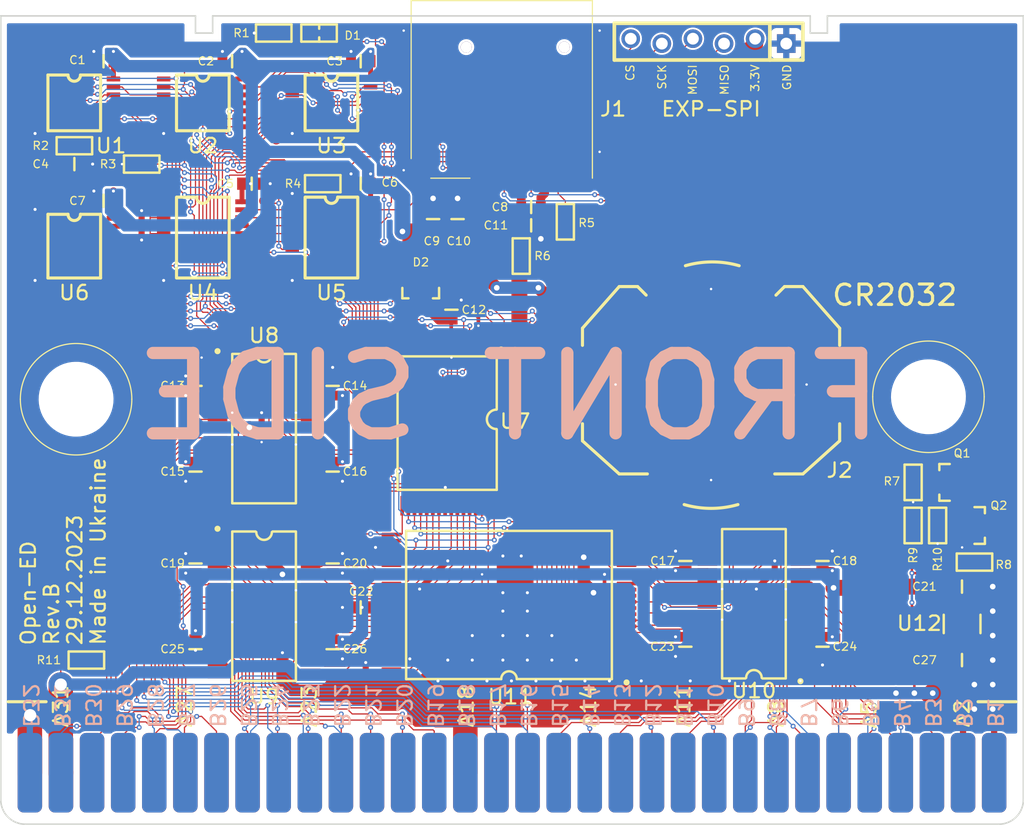
<source format=kicad_pcb>
(kicad_pcb (version 20211014) (generator pcbnew)
  (layers (0 "F.Cu" signal) (31 "B.Cu" signal) (34 "B.Paste" user) (35 "F.Paste" user) (36 "B.SilkS" user "B.Silkscreen") (37 "F.SilkS" user "F.Silkscreen") (38 "B.Mask" user) (39 "F.Mask" user) (44 "Edge.Cuts" user))
  (net 0 "")
  (net 1 "OE_N")
  (net 2 "A1")
  (net 3 "A2")
  (net 4 "A3")
  (net 5 "A4")
  (net 6 "A5")
  (net 7 "A6")
  (net 8 "A7")
  (net 9 "A8")
  (net 10 "A9")
  (net 11 "A10")
  (net 12 "A11")
  (net 13 "A12")
  (net 14 "A13")
  (net 15 "A14")
  (net 16 "A15")
  (net 17 "A16")
  (net 18 "A17")
  (net 19 "A18")
  (net 20 "A19")
  (net 21 "A20")
  (net 22 "A21")
  (net 23 "D0")
  (net 24 "D1")
  (net 25 "D2")
  (net 26 "D3")
  (net 27 "D5")
  (net 28 "D6")
  (net 29 "D7")
  (net 30 "D8")
  (net 31 "D9")
  (net 32 "D10")
  (net 33 "D11")
  (net 34 "D12")
  (net 35 "D13")
  (net 36 "MD_D14")
  (net 37 "MD_D15")
  (net 38 "WE_LO_N")
  (net 39 "CE_HI_N")
  (net 40 "CE_LO_N")
  (net 41 "RST_N")
  (net 42 "HARD_RST")
  (net 43 "A23")
  (net 44 "DTAK")
  (net 45 "SMS_MODE")
  (net 46 "YS")
  (net 47 "A22")
  (net 48 "EDCK")
  (net 49 "CAS")
  (net 50 "VCLK")
  (net 51 "WE_HI")
  (net 52 "AS")
  (net 53 "AL")
  (net 54 "AR")
  (net 55 "VBAT")
  (net 56 "MD_TIME_N")
  (net 57 "SPI_MOSI")
  (net 58 "EXP_SS_N")
  (net 59 "SPI_CK")
  (net 60 "SPI_MISO")
  (net 61 "SPI_SCK")
  (net 62 "VCC5")
  (net 63 "GND")
  (net 64 "VSYNC")
  (net 65 "VCC3")
  (net 66 "VCC_RAM")
  (net 67 "ROM_BANK")
  (net 68 "BUS_DIR")
  (net 69 "REG_WE")
  (net 70 "REG_OE")
  (net 71 "REG_OE_N")
  (net 72 "CART_OE")
  (net 73 "BUS_OE_N")
  (net 74 "RST_I")
  (net 75 "CPU_D2_RST")
  (net 76 "REG_SET_N")
  (net 77 "REG_SET")
  (net 78 "SPI_SCK_I")
  (net 79 "RAM_ON")
  (net 80 "RAM_ON_N")
  (net 81 "RAM_CE_N")
  (net 82 "ROM_CE_N")
  (net 83 "LED")
  (net 84 "EXP_SS")
  (net 85 "NET00001")
  (net 86 "D4")
  (net 87 "RST_ID")
  (net 88 "SDC_SS_N")
  (net 89 "SDC_SS")
  (net 90 "VCC_SD")
  (net 91 "NET00010")
  (net 92 "VCC_STB_N")
  (net 93 "RAM_ON_VST")
  (net 94 "SPI_SCK_R")
  (net 95 "MD_A13")
  (net 96 "MD_A12")
  (net 97 "MD_A11")
  (net 98 "MD_A10")
  (net 99 "MD_A9")
  (net 100 "MD_A20")
  (net 101 "MD_A21")
  (net 102 "MD_A19")
  (net 103 "MD_A18")
  (net 104 "MD_A8")
  (net 105 "MD_A7")
  (net 106 "MD_A6")
  (net 107 "MD_A5")
  (net 108 "MD_A4")
  (net 109 "MD_A3")
  (net 110 "MD_A2")
  (net 111 "MD_D7")
  (net 112 "MD_D6")
  (net 113 "MD_D13")
  (net 114 "MD_D5")
  (net 115 "MD_D12")
  (net 116 "MD_D4")
  (net 117 "MD_D11")
  (net 118 "MD_D3")
  (net 119 "MD_D10")
  (net 120 "MD_D2")
  (net 121 "MD_D9")
  (net 122 "MD_D1")
  (net 123 "MD_D8")
  (net 124 "MD_D0")
  (net 125 "D14")
  (net 126 "D15")
  (net 127 "MD_A16")
  (net 128 "MD_A15")
  (net 129 "MD_A17")
  (net 130 "MD_A1")
  (net 131 "MD_A14")
  (net 132 "MD_OE_N")
  (net 133 "MD_CE_LO_N")
  (net 134 "MD_RST_N")
  (net 135 "MD_WE_LO_N")
  (net 136 "TIME_N")
  (footprint "SN74LVTH162245D_1" (layer "F.Cu") (at 122.9 96.6)
    (fp_text reference "U9" hide)
    (fp_text value "74LVC162245ADGG" hide)
  )
  (footprint "MOSFET_SMD_1" (layer "F.Cu") (at 178.9 86.6 90)
    (fp_text reference "Q1" hide)
    (fp_text value "SI2307CDS-T1-E3" hide)
  )
  (footprint "SMD0603R_1" (layer "F.Cu") (at 177.9 90.1 90)
    (fp_text reference "R10" hide)
    (fp_text value "1K AC0603FR-101KL" hide)
  )
  (footprint "M29W640_1" (layer "F.Cu") (at 142.9 96.6 90)
    (fp_text reference "U11" hide)
    (fp_text value "M29W064FB70N3E" hide)
  )
  (footprint "SMD0603C_1" (layer "F.Cu") (at 128.5 93.2 90)
    (fp_text reference "C20" hide)
    (fp_text value "0.1u GCJ188R71H104KA12D" hide)
  )
  (footprint "" (layer "F.Cu") (at 102.9 67.1)
    (fp_text reference "")
    (fp_text value "")
  )
  (footprint "" (layer "F.Cu") (at 102.9 68.1)
    (fp_text reference "")
    (fp_text value "")
  )
  (footprint "74HC02_TSSOP_1" (layer "F.Cu") (at 128.4 55.6)
    (fp_text reference "U3" hide)
    (fp_text value "SN74HC02PWR" hide)
  )
  (footprint "SMD0603R_1" (layer "F.Cu") (at 180.9 93.1 180)
    (fp_text reference "R8" hide)
    (fp_text value "4.7k AC0603FR-074K7L" hide)
  )
  (footprint "" (layer "F.Cu") (at 133.4 68.6)
    (fp_text reference "")
    (fp_text value "")
  )
  (footprint "SMD0603C_1" (layer "F.Cu") (at 168.5 100 90)
    (fp_text reference "C24" hide)
    (fp_text value "0.1u GCJ188R71H104KA12D" hide)
  )
  (footprint "SMD0603C_1" (layer "F.Cu") (at 144.7 65.6 180)
    (fp_text reference "C11" hide)
    (fp_text value "4.7u GRT188C71C475KE13D" hide)
  )
  (footprint "SMD0603R_1" (layer "F.Cu") (at 175.9 90.1 90)
    (fp_text reference "R9" hide)
    (fp_text value "6.2K AC0603FR-076K2L" hide)
  )
  (footprint "SMD0603C_1" (layer "F.Cu") (at 138.7 65.1 -90)
    (fp_text reference "C10" hide)
    (fp_text value "22u GRT188R61A226ME13D" hide)
  )
  (footprint "SMD0603R_1" (layer "F.Cu") (at 123.7 49.9)
    (fp_text reference "R1" hide)
    (fp_text value "1K AC0603FR-101KL" hide)
  )
  (footprint "" (layer "F.Cu") (at 121.9 70.6)
    (fp_text reference "")
    (fp_text value "")
  )
  (footprint "TS0P32_1" (layer "F.Cu") (at 138.4 81.6 -90)
    (fp_text reference "U7" hide)
    (fp_text value "IS62WV1288BLL-55HLI" hide)
  )
  (footprint "SMD0603R_1" (layer "F.Cu") (at 175.9 86.6 -90)
    (fp_text reference "R7" hide)
    (fp_text value "4.7k AC0603FR-074K7L" hide)
  )
  (footprint "" (layer "F.Cu") (at 172.9 88.6)
    (fp_text reference "")
    (fp_text value "")
  )
  (footprint "SMD0603C_1" (layer "F.Cu") (at 130.8 62.2)
    (fp_text reference "C6" hide)
    (fp_text value "0.1u GCJ188R71H104KA12D" hide)
  )
  (footprint "" (layer "F.Cu") (at 132.4 70.6)
    (fp_text reference "")
    (fp_text value "")
  )
  (footprint "SMD0603C_1" (layer "F.Cu") (at 136.7 65.1 -90)
    (fp_text reference "C9" hide)
    (fp_text value "22u GRT188R61A226ME13D" hide)
  )
  (footprint "" (layer "F.Cu") (at 113.4 56.1)
    (fp_text reference "")
    (fp_text value "")
  )
  (footprint "" (layer "F.Cu") (at 128.9 75.1)
    (fp_text reference "")
    (fp_text value "")
  )
  (footprint "SMD0603C_1" (layer "F.Cu") (at 109.8 52.2)
    (fp_text reference "C1" hide)
    (fp_text value "0.1u GCJ188R71H104KA12D" hide)
  )
  (footprint "SMD0603R_1" (layer "F.Cu") (at 143.9 68.1 90)
    (fp_text reference "R6" hide)
    (fp_text value "0r AC0603FR-070RL" hide)
  )
  (footprint "SMD0603R_1" (layer "F.Cu") (at 127.7 62.2)
    (fp_text reference "R4" hide)
    (fp_text value "33r AC0603FR-0733RL" hide)
  )
  (footprint "SMD0603C_1" (layer "F.Cu") (at 130.8 96.8)
    (fp_text reference "C22" hide)
    (fp_text value "0.1u GCJ188R71H104KA12D" hide)
  )
  (footprint "SMD0603C_1" (layer "F.Cu") (at 117.3 100.2 90)
    (fp_text reference "C25" hide)
    (fp_text value "0.1u GCJ188R71H104KA12D" hide)
  )
  (footprint "" (layer "F.Cu") (at 116.4 52.6)
    (fp_text reference "")
    (fp_text value "")
  )
  (footprint "74HC139_TSSOP_1" (layer "F.Cu") (at 107.4 67.3)
    (fp_text reference "U6" hide)
    (fp_text value "SN74HC139PWR" hide)
  )
  (footprint "SD_MINI2_1" (layer "F.Cu") (at 142.5 55)
    (fp_text reference "J1" hide)
    (fp_text value "Olimex MICRO-SD-CARD" hide)
  )
  (footprint "SN74LVTH162245D_1" (layer "F.Cu") (at 162.9 96.6 180)
    (fp_text reference "U10" hide)
    (fp_text value "74LVC162245ADGG" hide)
  )
  (footprint "SMD0603C_1" (layer "F.Cu") (at 109.8 63.6)
    (fp_text reference "C7" hide)
    (fp_text value "0.1u GCJ188R71H104KA12D" hide)
  )
  (footprint "" (layer "F.Cu") (at 105.9 62.1)
    (fp_text reference "")
    (fp_text value "")
  )
  (footprint "SMD0603C_1" (layer "F.Cu") (at 168.5 93 90)
    (fp_text reference "C18" hide)
    (fp_text value "0.1u GCJ188R71H104KA12D" hide)
  )
  (footprint "" (layer "F.Cu") (at 182.9 91.6)
    (fp_text reference "")
    (fp_text value "")
  )
  (footprint "SEGA_CART_BOT_1" (layer "F.Cu") (at 143.145 110.3 180)
    (fp_text reference "SEGA2" hide)
    (fp_text value "x" hide)
  )
  (footprint "SMD0603C_1" (layer "F.Cu") (at 120.3 52.2)
    (fp_text reference "C2" hide)
    (fp_text value "0.1u GCJ188R71H104KA12D" hide)
  )
  (footprint "SMD0603C_1" (layer "F.Cu") (at 128.5 85.7 90)
    (fp_text reference "C16" hide)
    (fp_text value "0.1u GCJ188R71H104KA12D" hide)
  )
  (footprint "SMD0603C_1" (layer "F.Cu") (at 107.4 60.6 180)
    (fp_text reference "C4" hide)
    (fp_text value "100p GCM1885C2A101JA16D" hide)
  )
  (footprint "MCP1824_1" (layer "F.Cu") (at 179.9 98.2)
    (fp_text reference "U12" hide)
    (fp_text value "3.3v MCP1824T-3302E/OT" hide)
  )
  (footprint "" (layer "F.Cu") (at 102.9 65.1)
    (fp_text reference "")
    (fp_text value "")
  )
  (footprint "SN74LVTH162245D_1" (layer "F.Cu") (at 122.9 82.1)
    (fp_text reference "U8" hide)
    (fp_text value "74LVC162245ADGG" hide)
  )
  (footprint "SMD0603C_1" (layer "F.Cu") (at 128.5 100.2 90)
    (fp_text reference "C26" hide)
    (fp_text value "0.1u GCJ188R71H104KA12D" hide)
  )
  (footprint "SMD0603L_1" (layer "F.Cu") (at 127.4 49.9)
    (fp_text reference "D1" hide)
    (fp_text value "RED SML-D12U8WT86" hide)
  )
  (footprint "SMD0603R_1" (layer "F.Cu") (at 108.4 101.1)
    (fp_text reference "R11" hide)
    (fp_text value "4.7k AC0603FR-074K7L" hide)
  )
  (footprint "SMD0603C_1" (layer "F.Cu") (at 117.3 93.2 90)
    (fp_text reference "C19" hide)
    (fp_text value "0.1u GCJ188R71H104KA12D" hide)
  )
  (footprint "" (layer "F.Cu") (at 113.4 63.6)
    (fp_text reference "")
    (fp_text value "")
  )
  (footprint "" (layer "F.Cu") (at 112.4 55.6)
    (fp_text reference "")
    (fp_text value "")
  )
  (footprint "SMD0603C_1" (layer "F.Cu") (at 138.2 72.5 -90)
    (fp_text reference "C12" hide)
    (fp_text value "0.1u GCJ188R71H104KA12D" hide)
  )
  (footprint "" (layer "F.Cu") (at 112.4 58.6)
    (fp_text reference "")
    (fp_text value "")
  )
  (footprint "74HC02_TSSOP_1" (layer "F.Cu") (at 107.4 55.6)
    (fp_text reference "U1" hide)
    (fp_text value "SN74HC02PWR" hide)
  )
  (footprint "SMD0603R_1" (layer "F.Cu") (at 147.5 65.3 90)
    (fp_text reference "R5" hide)
    (fp_text value "4.7k AC0603FR-074K7L" hide)
  )
  (footprint "SMD0603C_1" (layer "F.Cu") (at 128.5 78.7 90)
    (fp_text reference "C14" hide)
    (fp_text value "0.1u GCJ188R71H104KA12D" hide)
  )
  (footprint "" (layer "F.Cu") (at 107.55 79.8)
    (fp_text reference "")
    (fp_text value "")
  )
  (footprint "SMD0603C_1" (layer "F.Cu") (at 179.9 95.1)
    (fp_text reference "C21" hide)
    (fp_text value "4.7u GRT188C71C475KE13D" hide)
  )
  (footprint "SMD0603R_1" (layer "F.Cu") (at 112.9 60.6 180)
    (fp_text reference "R3" hide)
    (fp_text value "1K AC0603FR-101KL" hide)
  )
  (footprint "" (layer "F.Cu") (at 107.4 62.1)
    (fp_text reference "")
    (fp_text value "")
  )
  (footprint "" (layer "F.Cu") (at 102.9 66.1)
    (fp_text reference "")
    (fp_text value "")
  )
  (footprint "SMD0603C_1" (layer "F.Cu") (at 117.3 78.7 90)
    (fp_text reference "C13" hide)
    (fp_text value "0.1u GCJ188R71H104KA12D" hide)
  )
  (footprint "SMD_TRANS_1" (layer "F.Cu") (at 135.7 70.7)
    (fp_text reference "D2" hide)
    (fp_text value "BAT54C,215" hide)
  )
  (footprint "74HC573_TSSOP_1" (layer "F.Cu") (at 128.4 66.6)
    (fp_text reference "U5" hide)
    (fp_text value "SN74HC574PWR" hide)
  )
  (footprint "CR2032_THT_1" (layer "F.Cu") (at 159.4 78.6 180)
    (fp_text reference "J2" hide)
    (fp_text value "BAT-HLD-001" hide)
  )
  (footprint "SMD0603C_1" (layer "F.Cu") (at 144.7 64.1 180)
    (fp_text reference "C8" hide)
    (fp_text value "0.1u GCJ188R71H104KA12D" hide)
  )
  (footprint "JTAG-ROW_1" (layer "F.Cu") (at 159.2 50.6 180)
    (fp_text reference "J3" hide)
    (fp_text value "x" hide)
  )
  (footprint "SMD0603R_1" (layer "F.Cu") (at 107.4 59.1 180)
    (fp_text reference "R2" hide)
    (fp_text value "470r AC0603FR-07470RL" hide)
  )
  (footprint "" (layer "F.Cu") (at 171.9 87.1)
    (fp_text reference "")
    (fp_text value "")
  )
  (footprint "T_MMBT2222_1" (layer "F.Cu") (at 180.9 90.1 -90)
    (fp_text reference "Q2" hide)
    (fp_text value "MMBT2222ALT1G" hide)
  )
  (footprint "74HC573_TSSOP_1" (layer "F.Cu") (at 117.9 66.6)
    (fp_text reference "U4" hide)
    (fp_text value "SN74HC574PWR" hide)
  )
  (footprint "" (layer "F.Cu") (at 123.9 58.6)
    (fp_text reference "")
    (fp_text value "")
  )
  (footprint "SMD0603C_1" (layer "F.Cu") (at 157.3 100 90)
    (fp_text reference "C23" hide)
    (fp_text value "0.1u GCJ188R71H104KA12D" hide)
  )
  (footprint "SMD0603C_1" (layer "F.Cu") (at 157.3 93 90)
    (fp_text reference "C17" hide)
    (fp_text value "0.1u GCJ188R71H104KA12D" hide)
  )
  (footprint "74HC04_TSSOP_1" (layer "F.Cu") (at 117.9 55.6)
    (fp_text reference "U2" hide)
    (fp_text value "SN74HC04PWR" hide)
  )
  (footprint "" (layer "F.Cu") (at 177.15 79.6)
    (fp_text reference "")
    (fp_text value "")
  )
  (footprint "" (layer "F.Cu") (at 122.9 63.6)
    (fp_text reference "")
    (fp_text value "")
  )
  (footprint "SMD0603C_1" (layer "F.Cu") (at 117.3 85.7 90)
    (fp_text reference "C15" hide)
    (fp_text value "0.1u GCJ188R71H104KA12D" hide)
  )
  (footprint "SMD0603C_1" (layer "F.Cu") (at 130.8 52.2)
    (fp_text reference "C3" hide)
    (fp_text value "0.1u GCJ188R71H104KA12D" hide)
  )
  (footprint "SMD0603C_1" (layer "F.Cu") (at 121.9 62.2)
    (fp_text reference "C5" hide)
    (fp_text value "0.1u GCJ188R71H104KA12D" hide)
  )
  (footprint "" (layer "F.Cu") (at 117.4 90.1)
    (fp_text reference "")
    (fp_text value "")
  )
  (footprint "SMD0603C_1" (layer "F.Cu") (at 179.9 101.1)
    (fp_text reference "C27" hide)
    (fp_text value "4.7u GRT188C71C475KE13D" hide)
  )
  (footprint "SEGA_CART_TOP_1" (layer "B.Cu") (at 143.145 110.3)
    (fp_text reference "SEGA1" hide)
    (fp_text value "x" hide)
  )
  (gr_arc (start 163.5 62.80217) (mid 161.19783 60.5) (end 163.5 58.19783) (layer "F.Cu") (width 0.5))
  (gr_arc (start 179.3 58.19783) (mid 181.60217 60.5) (end 179.3 62.80217) (layer "F.Cu") (width 0.5))
  (gr_arc (start 181.7011 79.6) (mid 177.15 84.1511) (end 172.5989 79.6) (layer "F.SilkS") (width 0.1))
  (gr_arc (start 102.9989 79.8) (mid 107.55 75.2489) (end 112.1011 79.8) (layer "F.SilkS") (width 0.1))
  (gr_line (start 102 104.5) (end 105.1 104.5) (layer "F.SilkS") (width 0.254))
  (gr_line (start 181.2 104.5) (end 184.3 104.5) (layer "F.SilkS") (width 0.254))
  (gr_arc (start 172.5989 79.6) (mid 177.15 75.0489) (end 181.7011 79.6) (layer "F.SilkS") (width 0.1))
  (gr_arc (start 112.1011 79.8) (mid 107.55 84.3511) (end 102.9989 79.8) (layer "F.SilkS") (width 0.1))
  (gr_line (start 168.9 48.5) (end 184.9 48.5) (layer "Edge.Cuts") (width 0.127))
  (gr_line (start 184.9 48.5) (end 184.9 105.1) (layer "Edge.Cuts") (width 0.127))
  (gr_line (start 117.3 48.5) (end 117.3 49.9) (layer "Edge.Cuts") (width 0.127))
  (gr_arc (start 184.9 112.5) (mid 184.314214 113.914214) (end 182.9 114.5) (layer "Edge.Cuts") (width 0.127))
  (gr_line (start 168.9 49.9) (end 168.9 48.5) (layer "Edge.Cuts") (width 0.127))
  (gr_line (start 118.7 49.9) (end 118.7 48.5) (layer "Edge.Cuts") (width 0.127))
  (gr_line (start 184.9 105.1) (end 184.9 112.5) (layer "Edge.Cuts") (width 0.127))
  (gr_arc (start 103.4 114.5) (mid 101.985786 113.914214) (end 101.4 112.5) (layer "Edge.Cuts") (width 0.127))
  (gr_line (start 101.4 112.5) (end 101.4 105.1) (layer "Edge.Cuts") (width 0.127))
  (gr_line (start 167.5 49.9) (end 168.9 49.9) (layer "Edge.Cuts") (width 0.127))
  (gr_line (start 167.5 48.5) (end 167.5 49.9) (layer "Edge.Cuts") (width 0.127))
  (gr_line (start 118.7 48.5) (end 167.5 48.5) (layer "Edge.Cuts") (width 0.127))
  (gr_line (start 101.4 105.1) (end 101.4 48.5) (layer "Edge.Cuts") (width 0.127))
  (gr_line (start 182.9 114.5) (end 103.4 114.5) (layer "Edge.Cuts") (width 0.127))
  (gr_line (start 117.3 49.9) (end 118.7 49.9) (layer "Edge.Cuts") (width 0.127))
  (gr_line (start 101.4 48.5) (end 117.3 48.5) (layer "Edge.Cuts") (width 0.127))
  (gr_text "krikzz.com" (at 171.4 64.8) (layer "F.Cu") (effects (font (size 1.66624 1.7526) (thickness 0.254))))
  (gr_text "OPEN-ED" (at 171.4 60.5) (layer "F.Cu") (effects (font (size 2.0992 2.208) (thickness 0.5))))
  (gr_text "B16" (at 144.48 106.72 270) (layer "B.SilkS") (effects (font (size 1.1808 1.242) (thickness 0.18)) (justify left mirror)))
  (gr_text "B5" (at 172.42 106.72 270) (layer "B.SilkS") (effects (font (size 1.1808 1.242) (thickness 0.18)) (justify left mirror)))
  (gr_text "B30" (at 108.92 106.72 270) (layer "B.SilkS") (effects (font (size 1.1808 1.242) (thickness 0.18)) (justify left mirror)))
  (gr_text "B4" (at 174.96 106.72 270) (layer "B.SilkS") (effects (font (size 1.1808 1.242) (thickness 0.18)) (justify left mirror)))
  (gr_text "B6" (at 169.88 106.72 270) (layer "B.SilkS") (effects (font (size 1.1808 1.242) (thickness 0.18)) (justify left mirror)))
  (gr_text "B25" (at 121.62 106.72 270) (layer "B.SilkS") (effects (font (size 1.1808 1.242) (thickness 0.18)) (justify left mirror)))
  (gr_text "B13" (at 152.1 106.72 270) (layer "B.SilkS") (effects (font (size 1.1808 1.242) (thickness 0.18)) (justify left mirror)))
  (gr_text "B28" (at 114 106.72 270) (layer "B.SilkS") (effects (font (size 1.1808 1.242) (thickness 0.18)) (justify left mirror)))
  (gr_text "B26" (at 119.08 106.72 270) (layer "B.SilkS") (effects (font (size 1.1808 1.242) (thickness 0.18)) (justify left mirror)))
  (gr_text "B11" (at 157.18 106.72 270) (layer "B.SilkS") (effects (font (size 1.1808 1.242) (thickness 0.18)) (justify left mirror)))
  (gr_text "B20" (at 134.32 106.72 270) (layer "B.SilkS") (effects (font (size 1.1808 1.242) (thickness 0.18)) (justify left mirror)))
  (gr_text "B10" (at 159.72 106.72 270) (layer "B.SilkS") (effects (font (size 1.1808 1.242) (thickness 0.18)) (justify left mirror)))
  (gr_text "B9" (at 162.26 106.72 270) (layer "B.SilkS") (effects (font (size 1.1808 1.242) (thickness 0.18)) (justify left mirror)))
  (gr_text "B32" (at 103.84 106.72 270) (layer "B.SilkS") (effects (font (size 1.1808 1.242) (thickness 0.18)) (justify left mirror)))
  (gr_text "B1" (at 182.58 106.72 270) (layer "B.SilkS") (effects (font (size 1.1808 1.242) (thickness 0.18)) (justify left mirror)))
  (gr_text "B21" (at 131.78 106.72 270) (layer "B.SilkS") (effects (font (size 1.1808 1.242) (thickness 0.18)) (justify left mirror)))
  (gr_text "B31" (at 106.38 106.72 270) (layer "B.SilkS") (effects (font (size 1.1808 1.242) (thickness 0.18)) (justify left mirror)))
  (gr_text "FRONT SIDE" (at 142.9 79.6) (layer "B.SilkS") (effects (font (size 6.56 6.9) (thickness 1)) (justify mirror)))
  (gr_text "B14" (at 149.56 106.72 270) (layer "B.SilkS") (effects (font (size 1.1808 1.242) (thickness 0.18)) (justify left mirror)))
  (gr_text "B27" (at 116.54 106.72 270) (layer "B.SilkS") (effects (font (size 1.1808 1.242) (thickness 0.18)) (justify left mirror)))
  (gr_text "B24" (at 124.16 106.72 270) (layer "B.SilkS") (effects (font (size 1.1808 1.242) (thickness 0.18)) (justify left mirror)))
  (gr_text "B17" (at 141.94 106.72 270) (layer "B.SilkS") (effects (font (size 1.1808 1.242) (thickness 0.18)) (justify left mirror)))
  (gr_text "B18" (at 139.4 106.72 270) (layer "B.SilkS") (effects (font (size 1.1808 1.242) (thickness 0.18)) (justify left mirror)))
  (gr_text "B19" (at 136.86 106.72 270) (layer "B.SilkS") (effects (font (size 1.1808 1.242) (thickness 0.18)) (justify left mirror)))
  (gr_text "B2" (at 180.04 106.72 270) (layer "B.SilkS") (effects (font (size 1.1808 1.242) (thickness 0.18)) (justify left mirror)))
  (gr_text "B7" (at 167.34 106.72 270) (layer "B.SilkS") (effects (font (size 1.1808 1.242) (thickness 0.18)) (justify left mirror)))
  (gr_text "B29" (at 111.46 106.72 270) (layer "B.SilkS") (effects (font (size 1.1808 1.242) (thickness 0.18)) (justify left mirror)))
  (gr_text "B15" (at 147.02 106.72 270) (layer "B.SilkS") (effects (font (size 1.1808 1.242) (thickness 0.18)) (justify left mirror)))
  (gr_text "B3" (at 177.5 106.72 270) (layer "B.SilkS") (effects (font (size 1.1808 1.242) (thickness 0.18)) (justify left mirror)))
  (gr_text "B12" (at 154.64 106.72 270) (layer "B.SilkS") (effects (font (size 1.1808 1.242) (thickness 0.18)) (justify left mirror)))
  (gr_text "B22" (at 129.24 106.72 270) (layer "B.SilkS") (effects (font (size 1.1808 1.242) (thickness 0.18)) (justify left mirror)))
  (gr_text "B8" (at 164.8 106.72 270) (layer "B.SilkS") (effects (font (size 1.1808 1.242) (thickness 0.18)) (justify left mirror)))
  (gr_text "B23" (at 126.7 106.72 270) (layer "B.SilkS") (effects (font (size 1.1808 1.242) (thickness 0.18)) (justify left mirror)))
  (gr_text "A14" (at 149.4 106.7 90) (layer "F.SilkS") (effects (font (size 1.1808 1.242) (thickness 0.18)) (justify left)))
  (gr_text "C11" (at 142.9 65.6) (layer "F.SilkS") (effects (font (size 0.656 0.69) (thickness 0.1)) (justify right)))
  (gr_text "C22" (at 131.9 95.5) (layer "F.SilkS") (effects (font (size 0.656 0.69) (thickness 0.1)) (justify right)))
  (gr_text "CS" (at 152.8 52.4 90) (layer "F.SilkS") (effects (font (size 0.656 0.69) (thickness 0.1)) (justify right)))
  (gr_text "R2" (at 105.4 59.1) (layer "F.SilkS") (effects (font (size 0.656 0.69) (thickness 0.1)) (justify right)))
  (gr_text "C24" (at 171.4 100) (layer "F.SilkS") (effects (font (size 0.656 0.69) (thickness 0.1)) (justify right)))
  (gr_text "C5" (at 120.5 62.2) (layer "F.SilkS") (effects (font (size 0.656 0.69) (thickness 0.1)) (justify right)))
  (gr_text "A23" (at 126.6 106.7 90) (layer "F.SilkS") (effects (font (size 1.1808 1.242) (thickness 0.18)) (justify left)))
  (gr_text "U11" (at 143 104.1) (layer "F.SilkS") (effects (font (size 1.1808 1.242) (thickness 0.18))))
  (gr_text "C2" (at 118.9 52.2) (layer "F.SilkS") (effects (font (size 0.656 0.69) (thickness 0.1)) (justify right)))
  (gr_text "C16" (at 131.4 85.7) (layer "F.SilkS") (effects (font (size 0.656 0.69) (thickness 0.1)) (justify right)))
  (gr_text "J2" (at 169.9 85.6) (layer "F.SilkS") (effects (font (size 1.1808 1.242) (thickness 0.18))))
  (gr_text "C7" (at 108.4 63.6) (layer "F.SilkS") (effects (font (size 0.656 0.69) (thickness 0.1)) (justify right)))
  (gr_text "R9" (at 175.9 91.8 90) (layer "F.SilkS") (effects (font (size 0.656 0.69) (thickness 0.1)) (justify right)))
  (gr_text "A2" (at 179.9 106.7 90) (layer "F.SilkS") (effects (font (size 1.1808 1.242) (thickness 0.18)) (justify left)))
  (gr_text "J1" (at 151.4 56.1) (layer "F.SilkS") (effects (font (size 1.1808 1.242) (thickness 0.18))))
  (gr_text "U6" (at 107.4 71.1) (layer "F.SilkS") (effects (font (size 1.1808 1.242) (thickness 0.18))))
  (gr_text "C20" (at 131.4 93.2) (layer "F.SilkS") (effects (font (size 0.656 0.69) (thickness 0.1)) (justify right)))
  (gr_text "C9" (at 136.6 66.5) (layer "F.SilkS") (effects (font (size 0.656 0.69) (thickness 0.1)) (justify top)))
  (gr_text "R11" (at 106.4 101.1) (layer "F.SilkS") (effects (font (size 0.656 0.69) (thickness 0.1)) (justify right)))
  (gr_text "C17" (at 156.5 93) (layer "F.SilkS") (effects (font (size 0.656 0.69) (thickness 0.1)) (justify right)))
  (gr_text "3.3V" (at 163 52.4 90) (layer "F.SilkS") (effects (font (size 0.656 0.69) (thickness 0.1)) (justify right)))
  (gr_text "U8" (at 122.9 74.6) (layer "F.SilkS") (effects (font (size 1.1808 1.242) (thickness 0.18))))
  (gr_text "R10" (at 177.9 91.8 90) (layer "F.SilkS") (effects (font (size 0.656 0.69) (thickness 0.1)) (justify right)))
  (gr_text "U5" (at 128.4 71.1) (layer "F.SilkS") (effects (font (size 1.1808 1.242) (thickness 0.18))))
  (gr_text "A5" (at 172.3 106.8 90) (layer "F.SilkS") (effects (font (size 1.1808 1.242) (thickness 0.18)) (justify left)))
  (gr_text "C25" (at 116.5 100.2) (layer "F.SilkS") (effects (font (size 0.656 0.69) (thickness 0.1)) (justify right)))
  (gr_text "U4" (at 117.9 71.1) (layer "F.SilkS") (effects (font (size 1.1808 1.242) (thickness 0.18))))
  (gr_text "C18" (at 171.4 93) (layer "F.SilkS") (effects (font (size 0.656 0.69) (thickness 0.1)) (justify right)))
  (gr_text "R6" (at 144.9 68.1) (layer "F.SilkS") (effects (font (size 0.656 0.69) (thickness 0.1)) (justify left)))
  (gr_text "C19" (at 116.5 93.2) (layer "F.SilkS") (effects (font (size 0.656 0.69) (thickness 0.1)) (justify right)))
  (gr_text "A11" (at 157.1 106.7 90) (layer "F.SilkS") (effects (font (size 1.1808 1.242) (thickness 0.18)) (justify left)))
  (gr_text "MISO" (at 160.5 52.4 90) (layer "F.SilkS") (effects (font (size 0.656 0.69) (thickness 0.1)) (justify right)))
  (gr_text "EXP-SPI" (at 159.4 56.1) (layer "F.SilkS") (effects (font (size 1.1808 1.242) (thickness 0.18))))
  (gr_text "C4" (at 105.4 60.6) (layer "F.SilkS") (effects (font (size 0.656 0.69) (thickness 0.1)) (justify right)))
  (gr_text "CR2032" (at 174.4 71.3) (layer "F.SilkS") (effects (font (size 1.66624 1.7526) (thickness 0.254))))
  (gr_text "R3" (at 110.9 60.6) (layer "F.SilkS") (effects (font (size 0.656 0.69) (thickness 0.1)) (justify right)))
  (gr_text "Q1" (at 179.9 84.6) (layer "F.SilkS") (effects (font (size 0.656 0.69) (thickness 0.1)) (justify bottom)))
  (gr_text "R4" (at 126 62.2) (layer "F.SilkS") (effects (font (size 0.656 0.69) (thickness 0.1)) (justify right)))
  (gr_text "A18" (at 139.4 106.7 90) (layer "F.SilkS") (effects (font (size 1.1808 1.242) (thickness 0.18)) (justify left)))
  (gr_text "C3" (at 129.4 52.2) (layer "F.SilkS") (effects (font (size 0.656 0.69) (thickness 0.1)) (justify right)))
  (gr_text "MOSI" (at 157.9 52.4 90) (layer "F.SilkS") (effects (font (size 0.656 0.69) (thickness 0.1)) (justify right)))
  (gr_text "U9" (at 122.9 104.1) (layer "F.SilkS") (effects (font (size 1.1808 1.242) (thickness 0.18))))
  (gr_text "C13" (at 116.5 78.7) (layer "F.SilkS") (effects (font (size 0.656 0.69) (thickness 0.1)) (justify right)))
  (gr_text "C1" (at 108.4 52.1) (layer "F.SilkS") (effects (font (size 0.656 0.69) (thickness 0.1)) (justify right)))
  (gr_text "SCK" (at 155.4 52.4 90) (layer "F.SilkS") (effects (font (size 0.656 0.69) (thickness 0.1)) (justify right)))
  (gr_text "Q2" (at 182.9 88.1) (layer "F.SilkS") (effects (font (size 0.656 0.69) (thickness 0.1)) (justify top)))
  (gr_text "U12" (at 176.4 98.1) (layer "F.SilkS") (effects (font (size 1.1808 1.242) (thickness 0.18))))
  (gr_text "C15" (at 116.5 85.7) (layer "F.SilkS") (effects (font (size 0.656 0.69) (thickness 0.1)) (justify right)))
  (gr_text "R1" (at 121.8 49.9) (layer "F.SilkS") (effects (font (size 0.656 0.69) (thickness 0.1)) (justify right)))
  (gr_text "C12" (at 141.1 72.5) (layer "F.SilkS") (effects (font (size 0.656 0.69) (thickness 0.1)) (justify right)))
  (gr_text "GND" (at 165.6 52.4 90) (layer "F.SilkS") (effects (font (size 0.656 0.69) (thickness 0.1)) (justify right)))
  (gr_text "R8" (at 183.3 93.7) (layer "F.SilkS") (effects (font (size 0.656 0.69) (thickness 0.1)) (justify bottom)))
  (gr_text "U3" (at 128.4 59.1) (layer "F.SilkS") (effects (font (size 1.1808 1.242) (thickness 0.18))))
  (gr_text "A27" (at 116.4 106.7 90) (layer "F.SilkS") (effects (font (size 1.1808 1.242) (thickness 0.18)) (justify left)))
  (gr_text "U2" (at 117.9 59.1) (layer "F.SilkS") (effects (font (size 1.1808 1.242) (thickness 0.18))))
  (gr_text "A31" (at 106.3 106.7 90) (layer "F.SilkS") (effects (font (size 1.1808 1.242) (thickness 0.18)) (justify left)))
  (gr_text "C8" (at 142.9 64.1) (layer "F.SilkS") (effects (font (size 0.656 0.69) (thickness 0.1)) (justify right)))
  (gr_text "Open-ED\nRev.B\n29.12.2023\nMade in Ukraine" (at 106.5 100 90) (layer "F.SilkS") (effects (font (size 1.1808 1.242) (thickness 0.18)) (justify left)))
  (gr_text "C21" (at 177.9 95.1) (layer "F.SilkS") (effects (font (size 0.656 0.69) (thickness 0.1)) (justify right)))
  (gr_text "C6" (at 133.9 62.1) (layer "F.SilkS") (effects (font (size 0.656 0.69) (thickness 0.1)) (justify right)))
  (gr_text "C27" (at 177.9 101.1) (layer "F.SilkS") (effects (font (size 0.656 0.69) (thickness 0.1)) (justify right)))
  (gr_text "C23" (at 156.5 100) (layer "F.SilkS") (effects (font (size 0.656 0.69) (thickness 0.1)) (justify right)))
  (gr_text "C26" (at 131.4 100.2) (layer "F.SilkS") (effects (font (size 0.656 0.69) (thickness 0.1)) (justify right)))
  (gr_text "U10" (at 162.9 103.6) (layer "F.SilkS") (effects (font (size 1.1808 1.242) (thickness 0.18))))
  (gr_text "A8" (at 164.7 106.7 90) (layer "F.SilkS") (effects (font (size 1.1808 1.242) (thickness 0.18)) (justify left)))
  (gr_text "C10" (at 138.8 66.5) (layer "F.SilkS") (effects (font (size 0.656 0.69) (thickness 0.1)) (justify top)))
  (gr_text "U1" (at 110.4 59.1) (layer "F.SilkS") (effects (font (size 1.1808 1.242) (thickness 0.18))))
  (gr_text "R7" (at 174.9 86.5) (layer "F.SilkS") (effects (font (size 0.656 0.69) (thickness 0.1)) (justify right)))
  (gr_text "U7" (at 143.4 81.6) (layer "F.SilkS") (effects (font (size 1.1808 1.242) (thickness 0.18))))
  (gr_text "D1" (at 129.4 50.1) (layer "F.SilkS") (effects (font (size 0.656 0.69) (thickness 0.1)) (justify left)))
  (gr_text "C14" (at 131.4 78.7) (layer "F.SilkS") (effects (font (size 0.656 0.69) (thickness 0.1)) (justify right)))
  (gr_text "D2" (at 135.7 69) (layer "F.SilkS") (effects (font (size 0.656 0.69) (thickness 0.1)) (justify bottom)))
  (gr_text "R5" (at 148.5 65.4) (layer "F.SilkS") (effects (font (size 0.656 0.69) (thickness 0.1)) (justify left)))
  (segment (start 163.5 58.2) (end 179.3 58.2) (width 0.5) (layer "F.Cu") (net 0))
  (segment (start 163.5 62.8) (end 179.3 62.8) (width 0.5) (layer "F.Cu") (net 0))
  (segment (start 141.682 88.496) (end 141.682 91.282) (width 0.1) (layer "F.Cu") (net 1))
  (segment (start 125.2 54.3) (end 126.3 54.3) (width 0.1) (layer "F.Cu") (net 1))
  (segment (start 123.75 56.05) (end 121.3 58.5) (width 0.1) (layer "F.Cu") (net 1))
  (segment (start 117.9 59.9) (end 117.9 71.6) (width 0.1) (layer "F.Cu") (net 1))
  (segment (start 125.3 83.95) (end 126.70002 83.95) (width 0.1) (layer "F.Cu") (net 1))
  (segment (start 126.70001 83.95001) (end 126.70002 83.95) (width 0.1) (layer "F.Cu") (net 1))
  (segment (start 125.075 83.725) (end 125.3 83.95) (width 0.1) (layer "F.Cu") (net 1))
  (segment (start 123.6 78) (end 123.6 81.7) (width 0.1) (layer "F.Cu") (net 1))
  (segment (start 131.15001 83.95001) (end 126.70001 83.95001) (width 0.1) (layer "F.Cu") (net 1))
  (segment (start 133.3 92.35) (end 134.85 92.35) (width 0.1) (layer "F.Cu") (net 1))
  (segment (start 123.6 81.7) (end 125.075 83.175) (width 0.1) (layer "F.Cu") (net 1))
  (segment (start 119.3 58.5) (end 117.9 59.9) (width 0.1) (layer "F.Cu") (net 1))
  (segment (start 130.9 54.95) (end 131.6 54.95) (width 0.1) (layer "F.Cu") (net 1))
  (segment (start 127.5 55.5) (end 130.35 55.5) (width 0.1) (layer "F.Cu") (net 1))
  (segment (start 125.2 54.3) (end 124.4 54.3) (width 0.1) (layer "F.Cu") (net 1))
  (segment (start 141.682 91.282) (end 141.7 91.3) (width 0.1) (layer "F.Cu") (net 1))
  (segment (start 133.29999 92.35) (end 133.3 92.35) (width 0.1) (layer "F.Cu") (net 1))
  (segment (start 117.7 71.8) (end 117.7 72.5) (width 0.1) (layer "F.Cu") (net 1))
  (segment (start 141.682 88.49601) (end 141.682 88.496) (width 0.1) (layer "F.Cu") (net 1))
  (segment (start 117.9 71.6) (end 117.7 71.8) (width 0.1) (layer "F.Cu") (net 1))
  (segment (start 130.35 55.5) (end 130.9 54.95) (width 0.1) (layer "F.Cu") (net 1))
  (segment (start 121.3 58.5) (end 119.3 58.5) (width 0.1) (layer "F.Cu") (net 1))
  (segment (start 117.90001 72.70001) (end 117.7 72.5) (width 0.1) (layer "F.Cu") (net 1))
  (segment (start 123.6 78) (end 118.30001 72.70001) (width 0.1) (layer "F.Cu") (net 1))
  (segment (start 125.075 83.175) (end 125.075 83.725) (width 0.1) (layer "F.Cu") (net 1))
  (segment (start 123.75 54.95) (end 123.75 56.05) (width 0.1) (layer "F.Cu") (net 1))
  (segment (start 117.90001 72.70001) (end 118.30001 72.70001) (width 0.1) (layer "F.Cu") (net 1))
  (segment (start 135.3 91.9) (end 135.3 91.3) (width 0.1) (layer "F.Cu") (net 1))
  (segment (start 134.85 92.35) (end 135.3 91.9) (width 0.1) (layer "F.Cu") (net 1))
  (segment (start 126.3 54.3) (end 127.5 55.5) (width 0.1) (layer "F.Cu") (net 1))
  (segment (start 131.15001 83.95001) (end 133.5 86.3) (width 0.1) (layer "F.Cu") (net 1))
  (segment (start 124.4 54.3) (end 123.75 54.95) (width 0.1) (layer "F.Cu") (net 1))
  (via (at 133.5 86.3) (size 0.4) (drill 0.2) (layers "F.Cu" "B.Cu") (net 1))
  (via (at 135.3 91.3) (size 0.4) (drill 0.2) (layers "F.Cu" "B.Cu") (net 1))
  (via (at 141.7 91.3) (size 0.4) (drill 0.2) (layers "F.Cu" "B.Cu") (net 1))
  (segment (start 141.5 91.3) (end 141.7 91.3) (width 0.1) (layer "B.Cu") (net 1))
  (segment (start 134.4 91.3) (end 135.3 91.3) (width 0.1) (layer "B.Cu") (net 1))
  (segment (start 133.5 90.4) (end 134.4 91.3) (width 0.1) (layer "B.Cu") (net 1))
  (segment (start 135.3 91.3) (end 141.5 91.3) (width 0.1) (layer "B.Cu") (net 1))
  (segment (start 133.5 86.3) (end 133.5 90.4) (width 0.1) (layer "B.Cu") (net 1))
  (segment (start 134.1 90.85) (end 134.18202 90.76798) (width 0.1) (layer "F.Cu") (net 2))
  (segment (start 127.775 87.125) (end 128.575 87.125) (width 0.1) (layer "F.Cu") (net 2))
  (segment (start 127.6 86.95) (end 126.70001 86.95) (width 0.1) (layer "F.Cu") (net 2))
  (segment (start 127.6 86.95) (end 127.775 87.125) (width 0.1) (layer "F.Cu") (net 2))
  (segment (start 133.3 90.85) (end 134.1 90.85) (width 0.1) (layer "F.Cu") (net 2))
  (segment (start 133.3 90.85) (end 132.3 90.85) (width 0.1) (layer "F.Cu") (net 2))
  (segment (start 134.18202 90.76798) (end 134.18202 88.496) (width 0.1) (layer "F.Cu") (net 2))
  (segment (start 132.3 90.85) (end 128.575 87.125) (width 0.1) (layer "F.Cu") (net 2))
  (segment (start 133.29999 90.85) (end 133.3 90.85) (width 0.1) (layer "F.Cu") (net 2))
  (segment (start 152.50001 90.85) (end 152.50002 90.85) (width 0.1) (layer "F.Cu") (net 3))
  (segment (start 141.682 75.043) (end 141.682 81.032) (width 0.1) (layer "F.Cu") (net 3))
  (segment (start 159.1 91.25) (end 158.1 91.25) (width 0.1) (layer "F.Cu") (net 3))
  (segment (start 159.09999 91.25) (end 159.1 91.25) (width 0.1) (layer "F.Cu") (net 3))
  (segment (start 141.682 75.04301) (end 141.682 75.043) (width 0.1) (layer "F.Cu") (net 3))
  (segment (start 158.1 91.25) (end 157.7 90.85) (width 0.1) (layer "F.Cu") (net 3))
  (segment (start 157.7 90.85) (end 152.50001 90.85) (width 0.1) (layer "F.Cu") (net 3))
  (segment (start 151.5 90.85) (end 141.682 81.032) (width 0.1) (layer "F.Cu") (net 3))
  (segment (start 152.50002 90.85) (end 151.5 90.85) (width 0.1) (layer "F.Cu") (net 3))
  (segment (start 158.1 91.75) (end 157.7 91.35) (width 0.1) (layer "F.Cu") (net 4))
  (segment (start 152.50002 91.35) (end 151.5 91.35) (width 0.1) (layer "F.Cu") (net 4))
  (segment (start 159.1 91.75) (end 158.1 91.75) (width 0.1) (layer "F.Cu") (net 4))
  (segment (start 159.09999 91.75) (end 159.1 91.75) (width 0.1) (layer "F.Cu") (net 4))
  (segment (start 141.182 75.04301) (end 141.182 75.043) (width 0.1) (layer "F.Cu") (net 4))
  (segment (start 151.5 91.35) (end 141.182 81.032) (width 0.1) (layer "F.Cu") (net 4))
  (segment (start 141.182 81.032) (end 141.182 75.043) (width 0.1) (layer "F.Cu") (net 4))
  (segment (start 157.7 91.35) (end 152.50001 91.35) (width 0.1) (layer "F.Cu") (net 4))
  (segment (start 152.50001 91.35) (end 152.50002 91.35) (width 0.1) (layer "F.Cu") (net 4))
  (segment (start 152.50001 91.85) (end 154.25 91.85) (width 0.1) (layer "F.Cu") (net 5))
  (segment (start 152.50001 91.85) (end 152.50002 91.85) (width 0.1) (layer "F.Cu") (net 5))
  (segment (start 159.09998 92.75) (end 158.2 92.75) (width 0.1) (layer "F.Cu") (net 5))
  (segment (start 155.225 92.825) (end 154.25 91.85) (width 0.1) (layer "F.Cu") (net 5))
  (segment (start 158.125 92.825) (end 155.225 92.825) (width 0.1) (layer "F.Cu") (net 5))
  (segment (start 152.50002 91.85) (end 151.5 91.85) (width 0.1) (layer "F.Cu") (net 5))
  (segment (start 158.2 92.75) (end 158.125 92.825) (width 0.1) (layer "F.Cu") (net 5))
  (segment (start 140.682 75.04301) (end 140.682 81.032) (width 0.1) (layer "F.Cu") (net 5))
  (segment (start 151.5 91.85) (end 140.682 81.032) (width 0.1) (layer "F.Cu") (net 5))
  (segment (start 159.09998 92.75) (end 159.09999 92.74999) (width 0.1) (layer "F.Cu") (net 5))
  (segment (start 152.50001 92.35) (end 154.25 92.35) (width 0.1) (layer "F.Cu") (net 6))
  (segment (start 159.09999 93.24999) (end 159.1 93.24998) (width 0.1) (layer "F.Cu") (net 6))
  (segment (start 159.1 93.24998) (end 158.2 93.24998) (width 0.1) (layer "F.Cu") (net 6))
  (segment (start 152.50002 92.35) (end 151.5 92.35) (width 0.1) (layer "F.Cu") (net 6))
  (segment (start 151.5 92.35) (end 140.182 81.032) (width 0.1) (layer "F.Cu") (net 6))
  (segment (start 155.07499 93.17499) (end 158.12501 93.17499) (width 0.1) (layer "F.Cu") (net 6))
  (segment (start 154.25 92.35) (end 155.07499 93.17499) (width 0.1) (layer "F.Cu") (net 6))
  (segment (start 152.50001 92.35) (end 152.50002 92.35) (width 0.1) (layer "F.Cu") (net 6))
  (segment (start 140.182 81.032) (end 140.182 75.04301) (width 0.1) (layer "F.Cu") (net 6))
  (segment (start 158.2 93.24998) (end 158.12501 93.17499) (width 0.1) (layer "F.Cu") (net 6))
  (segment (start 152.50002 92.84998) (end 151.5 92.84998) (width 0.1) (layer "F.Cu") (net 7))
  (segment (start 158 94.24999) (end 157.84999 94.4) (width 0.1) (layer "F.Cu") (net 7))
  (segment (start 154.24998 92.84998) (end 155.8 94.4) (width 0.1) (layer "F.Cu") (net 7))
  (segment (start 138.68201 80.03199) (end 151.5 92.84998) (width 0.1) (layer "F.Cu") (net 7))
  (segment (start 155.8 94.4) (end 157.84999 94.4) (width 0.1) (layer "F.Cu") (net 7))
  (segment (start 138.68201 80.03199) (end 138.68201 75.04301) (width 0.1) (layer "F.Cu") (net 7))
  (segment (start 158 94.24999) (end 159.09999 94.24999) (width 0.1) (layer "F.Cu") (net 7))
  (segment (start 152.50001 92.84999) (end 152.50002 92.84998) (width 0.1) (layer "F.Cu") (net 7))
  (segment (start 152.50002 92.84998) (end 154.24998 92.84998) (width 0.1) (layer "F.Cu") (net 7))
  (segment (start 138.2 77.11802) (end 137.18198 76.1) (width 0.1) (layer "F.Cu") (net 8))
  (segment (start 155.64999 94.74999) (end 159.09999 94.74999) (width 0.1) (layer "F.Cu") (net 8))
  (segment (start 152.50002 93.34998) (end 151.5 93.34998) (width 0.1) (layer "F.Cu") (net 8))
  (segment (start 137.18198 76.1) (end 137.18198 75.04301) (width 0.1) (layer "F.Cu") (net 8))
  (segment (start 154.24998 93.34998) (end 152.50002 93.34998) (width 0.1) (layer "F.Cu") (net 8))
  (segment (start 138.2 80.04998) (end 138.2 77.11802) (width 0.1) (layer "F.Cu") (net 8))
  (segment (start 154.24998 93.34998) (end 155.64999 94.74999) (width 0.1) (layer "F.Cu") (net 8))
  (segment (start 152.50001 93.34999) (end 152.50002 93.34998) (width 0.1) (layer "F.Cu") (net 8))
  (segment (start 138.2 80.04998) (end 151.5 93.34998) (width 0.1) (layer "F.Cu") (net 8))
  (segment (start 137.9 77.31801) (end 137.9 80.24998) (width 0.1) (layer "F.Cu") (net 9))
  (segment (start 154.24998 93.84998) (end 152.50002 93.84998) (width 0.1) (layer "F.Cu") (net 9))
  (segment (start 154.24998 93.84998) (end 156.14999 95.74999) (width 0.1) (layer "F.Cu") (net 9))
  (segment (start 136.68199 76.1) (end 136.68199 75.04301) (width 0.1) (layer "F.Cu") (net 9))
  (segment (start 137.9 80.24998) (end 151.5 93.84998) (width 0.1) (layer "F.Cu") (net 9))
  (segment (start 152.50002 93.84998) (end 151.5 93.84998) (width 0.1) (layer "F.Cu") (net 9))
  (segment (start 137.9 77.31801) (end 136.68199 76.1) (width 0.1) (layer "F.Cu") (net 9))
  (segment (start 152.50001 93.84999) (end 152.50002 93.84998) (width 0.1) (layer "F.Cu") (net 9))
  (segment (start 156.14999 95.74999) (end 159.09999 95.74999) (width 0.1) (layer "F.Cu") (net 9))
  (segment (start 136.18199 79.58199) (end 147.8 91.2) (width 0.1) (layer "F.Cu") (net 10))
  (segment (start 152.50001 98.85001) (end 152.50002 98.85) (width 0.1) (layer "F.Cu") (net 10))
  (segment (start 147.8 95.15) (end 147.8 91.2) (width 0.1) (layer "F.Cu") (net 10))
  (segment (start 158.2 98.75) (end 158.02499 98.57499) (width 0.1) (layer "F.Cu") (net 10))
  (segment (start 136.18199 75.04301) (end 136.18199 79.58199) (width 0.1) (layer "F.Cu") (net 10))
  (segment (start 153.87501 98.57499) (end 153.6 98.85) (width 0.1) (layer "F.Cu") (net 10))
  (segment (start 151.5 98.85) (end 147.8 95.15) (width 0.1) (layer "F.Cu") (net 10))
  (segment (start 158.2 98.75) (end 159.1 98.75) (width 0.1) (layer "F.Cu") (net 10))
  (segment (start 159.09999 98.75001) (end 159.1 98.75) (width 0.1) (layer "F.Cu") (net 10))
  (segment (start 153.87501 98.57499) (end 158.02499 98.57499) (width 0.1) (layer "F.Cu") (net 10))
  (segment (start 153.6 98.85) (end 152.50002 98.85) (width 0.1) (layer "F.Cu") (net 10))
  (segment (start 152.50002 98.85) (end 151.5 98.85) (width 0.1) (layer "F.Cu") (net 10))
  (segment (start 153.975 99.825) (end 158.12501 99.825) (width 0.1) (layer "F.Cu") (net 11))
  (segment (start 158.12501 99.825) (end 158.2 99.75001) (width 0.1) (layer "F.Cu") (net 11))
  (segment (start 147.5 91.4) (end 147.5 95.35) (width 0.1) (layer "F.Cu") (net 11))
  (segment (start 158.2 99.75001) (end 159.09999 99.75001) (width 0.1) (layer "F.Cu") (net 11))
  (segment (start 135.68199 75.04301) (end 135.68199 79.58199) (width 0.1) (layer "F.Cu") (net 11))
  (segment (start 151.5 99.35) (end 152.50002 99.35) (width 0.1) (layer "F.Cu") (net 11))
  (segment (start 152.50002 99.35) (end 153.5 99.35) (width 0.1) (layer "F.Cu") (net 11))
  (segment (start 153.5 99.35) (end 153.975 99.825) (width 0.1) (layer "F.Cu") (net 11))
  (segment (start 147.5 91.4) (end 135.68199 79.58199) (width 0.1) (layer "F.Cu") (net 11))
  (segment (start 147.5 95.35) (end 151.5 99.35) (width 0.1) (layer "F.Cu") (net 11))
  (segment (start 152.50001 99.35001) (end 152.50002 99.35) (width 0.1) (layer "F.Cu") (net 11))
  (segment (start 159.09999 100.25001) (end 159.1 100.25) (width 0.1) (layer "F.Cu") (net 12))
  (segment (start 152.50001 99.85001) (end 152.50002 99.85) (width 0.1) (layer "F.Cu") (net 12))
  (segment (start 152.50002 99.85) (end 151.5 99.85) (width 0.1) (layer "F.Cu") (net 12))
  (segment (start 147.2 95.55) (end 147.2 91.6) (width 0.1) (layer "F.Cu") (net 12))
  (segment (start 153.79999 100.15) (end 153.5 99.85001) (width 0.1) (layer "F.Cu") (net 12))
  (segment (start 135.18199 75.04301) (end 135.18199 79.58199) (width 0.1) (layer "F.Cu") (net 12))
  (segment (start 158.2 100.25) (end 158.1 100.15) (width 0.1) (layer "F.Cu") (net 12))
  (segment (start 153.5 99.85001) (end 152.50001 99.85001) (width 0.1) (layer "F.Cu") (net 12))
  (segment (start 159.1 100.25) (end 158.2 100.25) (width 0.1) (layer "F.Cu") (net 12))
  (segment (start 147.2 91.6) (end 135.18199 79.58199) (width 0.1) (layer "F.Cu") (net 12))
  (segment (start 151.5 99.85) (end 147.2 95.55) (width 0.1) (layer "F.Cu") (net 12))
  (segment (start 153.79999 100.15) (end 158.1 100.15) (width 0.1) (layer "F.Cu") (net 12))
  (segment (start 153.5 100.35) (end 154.65 101.5) (width 0.1) (layer "F.Cu") (net 13))
  (segment (start 151.5 100.35) (end 146.8 95.65) (width 0.1) (layer "F.Cu") (net 13))
  (segment (start 152.50002 100.35) (end 151.5 100.35) (width 0.1) (layer "F.Cu") (net 13))
  (segment (start 152.50001 100.35001) (end 152.50002 100.35) (width 0.1) (layer "F.Cu") (net 13))
  (segment (start 158.2 101.25) (end 159.09999 101.25) (width 0.1) (layer "F.Cu") (net 13))
  (segment (start 152.50002 100.35) (end 153.5 100.35) (width 0.1) (layer "F.Cu") (net 13))
  (segment (start 146.8 95.65) (end 146.8 91.7) (width 0.1) (layer "F.Cu") (net 13))
  (segment (start 134.682 75.04301) (end 134.682 79.582) (width 0.1) (layer "F.Cu") (net 13))
  (segment (start 146.8 91.7) (end 134.682 79.582) (width 0.1) (layer "F.Cu") (net 13))
  (segment (start 157.95 101.5) (end 158.2 101.25) (width 0.1) (layer "F.Cu") (net 13))
  (segment (start 154.65 101.5) (end 157.95 101.5) (width 0.1) (layer "F.Cu") (net 13))
  (segment (start 153.5 100.85) (end 154.4 101.75) (width 0.1) (layer "F.Cu") (net 14))
  (segment (start 154.4 101.75) (end 159.09999 101.75) (width 0.1) (layer "F.Cu") (net 14))
  (segment (start 146.4 91.8) (end 146.4 95.75) (width 0.1) (layer "F.Cu") (net 14))
  (segment (start 151.5 100.85) (end 152.50002 100.85) (width 0.1) (layer "F.Cu") (net 14))
  (segment (start 146.4 95.75) (end 151.5 100.85) (width 0.1) (layer "F.Cu") (net 14))
  (segment (start 152.50002 100.85) (end 153.5 100.85) (width 0.1) (layer "F.Cu") (net 14))
  (segment (start 146.4 91.8) (end 134.18201 79.58201) (width 0.1) (layer "F.Cu") (net 14))
  (segment (start 152.50001 100.85) (end 152.50002 100.85) (width 0.1) (layer "F.Cu") (net 14))
  (segment (start 134.18201 75.04301) (end 134.18201 79.58201) (width 0.1) (layer "F.Cu") (net 14))
  (segment (start 132.9 87.3) (end 131.45 85.85) (width 0.1) (layer "F.Cu") (net 15))
  (segment (start 152.50002 101.35) (end 151.5 101.35) (width 0.1) (layer "F.Cu") (net 15))
  (segment (start 127.85 85.95) (end 126.70002 85.95) (width 0.1) (layer "F.Cu") (net 15))
  (segment (start 143.8 89.8) (end 142.9 89.8) (width 0.1) (layer "F.Cu") (net 15))
  (segment (start 127.95 85.85) (end 127.85 85.95) (width 0.1) (layer "F.Cu") (net 15))
  (segment (start 151.5 101.35) (end 146 95.85) (width 0.1) (layer "F.Cu") (net 15))
  (segment (start 134.682 89.782) (end 134.7 89.8) (width 0.1) (layer "F.Cu") (net 15))
  (segment (start 146 92) (end 143.8 89.8) (width 0.1) (layer "F.Cu") (net 15))
  (segment (start 134.682 88.496) (end 134.682 87.382) (width 0.1) (layer "F.Cu") (net 15))
  (segment (start 134.6 87.3) (end 132.9 87.3) (width 0.1) (layer "F.Cu") (net 15))
  (segment (start 131.45 85.85) (end 127.95 85.85) (width 0.1) (layer "F.Cu") (net 15))
  (segment (start 134.682 88.496) (end 134.682 89.782) (width 0.1) (layer "F.Cu") (net 15))
  (segment (start 126.70001 85.95001) (end 126.70002 85.95) (width 0.1) (layer "F.Cu") (net 15))
  (segment (start 134.682 87.382) (end 134.6 87.3) (width 0.1) (layer "F.Cu") (net 15))
  (segment (start 146 95.85) (end 146 92) (width 0.1) (layer "F.Cu") (net 15))
  (segment (start 134.682 88.49601) (end 134.682 88.496) (width 0.1) (layer "F.Cu") (net 15))
  (via (at 142.9 89.8) (size 0.4) (drill 0.2) (layers "F.Cu" "B.Cu") (net 15))
  (via (at 134.7 89.8) (size 0.4) (drill 0.2) (layers "F.Cu" "B.Cu") (net 15))
  (segment (start 142.9 89.8) (end 141.5 89.8) (width 0.1) (layer "B.Cu") (net 15))
  (segment (start 141.3 90) (end 140.2 90) (width 0.1) (layer "B.Cu") (net 15))
  (segment (start 140 89.8) (end 134.7 89.8) (width 0.1) (layer "B.Cu") (net 15))
  (segment (start 141.5 89.8) (end 141.3 90) (width 0.1) (layer "B.Cu") (net 15))
  (segment (start 140.2 90) (end 140 89.8) (width 0.1) (layer "B.Cu") (net 15))
  (segment (start 145.6 92.2) (end 145.6 95.95) (width 0.1) (layer "F.Cu") (net 16))
  (segment (start 135.182 88.496) (end 135.182 90.282) (width 0.1) (layer "F.Cu") (net 16))
  (segment (start 135.182 88.496) (end 135.182 87.482) (width 0.1) (layer "F.Cu") (net 16))
  (segment (start 135.182 90.282) (end 135.2 90.3) (width 0.1) (layer "F.Cu") (net 16))
  (segment (start 151.5 101.85) (end 145.6 95.95) (width 0.1) (layer "F.Cu") (net 16))
  (segment (start 127.65001 85.45001) (end 127.8 85.6) (width 0.1) (layer "F.Cu") (net 16))
  (segment (start 131.7 85.6) (end 127.8 85.6) (width 0.1) (layer "F.Cu") (net 16))
  (segment (start 135.182 87.482) (end 134.7 87) (width 0.1) (layer "F.Cu") (net 16))
  (segment (start 127.65001 85.45001) (end 126.70001 85.45001) (width 0.1) (layer "F.Cu") (net 16))
  (segment (start 152.50002 101.85) (end 151.5 101.85) (width 0.1) (layer "F.Cu") (net 16))
  (segment (start 142.5 90.3) (end 143.7 90.3) (width 0.1) (layer "F.Cu") (net 16))
  (segment (start 152.50001 101.85) (end 152.50002 101.85) (width 0.1) (layer "F.Cu") (net 16))
  (segment (start 134.7 87) (end 133.1 87) (width 0.1) (layer "F.Cu") (net 16))
  (segment (start 133.1 87) (end 131.7 85.6) (width 0.1) (layer "F.Cu") (net 16))
  (segment (start 143.7 90.3) (end 145.6 92.2) (width 0.1) (layer "F.Cu") (net 16))
  (segment (start 135.18199 88.49601) (end 135.182 88.496) (width 0.1) (layer "F.Cu") (net 16))
  (via (at 142.5 90.3) (size 0.4) (drill 0.2) (layers "F.Cu" "B.Cu") (net 16))
  (via (at 135.2 90.3) (size 0.4) (drill 0.2) (layers "F.Cu" "B.Cu") (net 16))
  (segment (start 135.2 90.3) (end 142.5 90.3) (width 0.1) (layer "B.Cu") (net 16))
  (segment (start 135.682 88.496) (end 135.682 90.782) (width 0.1) (layer "F.Cu") (net 17))
  (segment (start 151.5 102.35) (end 145.2 96.05) (width 0.1) (layer "F.Cu") (net 17))
  (segment (start 133.3 86.7) (end 130.9 84.3) (width 0.1) (layer "F.Cu") (net 17))
  (segment (start 135 86.7) (end 133.3 86.7) (width 0.1) (layer "F.Cu") (net 17))
  (segment (start 135.682 90.782) (end 135.7 90.8) (width 0.1) (layer "F.Cu") (net 17))
  (segment (start 143.6 90.8) (end 142.1 90.8) (width 0.1) (layer "F.Cu") (net 17))
  (segment (start 135.682 88.496) (end 135.682 87.382) (width 0.1) (layer "F.Cu") (net 17))
  (segment (start 127.64999 84.45001) (end 127.8 84.3) (width 0.1) (layer "F.Cu") (net 17))
  (segment (start 152.50001 102.35) (end 152.50002 102.35) (width 0.1) (layer "F.Cu") (net 17))
  (segment (start 130.9 84.3) (end 127.8 84.3) (width 0.1) (layer "F.Cu") (net 17))
  (segment (start 145.2 96.05) (end 145.2 92.4) (width 0.1) (layer "F.Cu") (net 17))
  (segment (start 127.64999 84.45001) (end 126.70001 84.45001) (width 0.1) (layer "F.Cu") (net 17))
  (segment (start 135.68199 88.49601) (end 135.682 88.496) (width 0.1) (layer "F.Cu") (net 17))
  (segment (start 135.682 87.382) (end 135 86.7) (width 0.1) (layer "F.Cu") (net 17))
  (segment (start 145.2 92.4) (end 143.6 90.8) (width 0.1) (layer "F.Cu") (net 17))
  (segment (start 152.50002 102.35) (end 151.5 102.35) (width 0.1) (layer "F.Cu") (net 17))
  (via (at 135.7 90.8) (size 0.4) (drill 0.2) (layers "F.Cu" "B.Cu") (net 17))
  (via (at 142.1 90.8) (size 0.4) (drill 0.2) (layers "F.Cu" "B.Cu") (net 17))
  (segment (start 135.7 90.8) (end 142.1 90.8) (width 0.1) (layer "B.Cu") (net 17))
  (segment (start 131 90.8) (end 131.6 90.8) (width 0.1) (layer "F.Cu") (net 18))
  (segment (start 127.65 87.45) (end 131 90.8) (width 0.1) (layer "F.Cu") (net 18))
  (segment (start 141.2 88.51401) (end 141.2 91.9) (width 0.1) (layer "F.Cu") (net 18))
  (segment (start 141.2 88.51401) (end 141.182 88.49601) (width 0.1) (layer "F.Cu") (net 18))
  (segment (start 133.29999 102.35) (end 134.95 102.35) (width 0.1) (layer "F.Cu") (net 18))
  (segment (start 141.2 96.1) (end 134.95 102.35) (width 0.1) (layer "F.Cu") (net 18))
  (segment (start 141.2 91.9) (end 141.2 96.1) (width 0.1) (layer "F.Cu") (net 18))
  (segment (start 127.65 87.45) (end 126.70001 87.45) (width 0.1) (layer "F.Cu") (net 18))
  (via (at 131.6 90.8) (size 0.4) (drill 0.2) (layers "F.Cu" "B.Cu") (net 18))
  (via (at 141.2 91.9) (size 0.4) (drill 0.2) (layers "F.Cu" "B.Cu") (net 18))
  (segment (start 134.6 91.9) (end 133.5 90.8) (width 0.1) (layer "B.Cu") (net 18))
  (segment (start 133.5 90.8) (end 131.6 90.8) (width 0.1) (layer "B.Cu") (net 18))
  (segment (start 141.2 91.9) (end 134.6 91.9) (width 0.1) (layer "B.Cu") (net 18))
  (segment (start 154.24998 94.34998) (end 156.14999 96.24999) (width 0.1) (layer "F.Cu") (net 19))
  (segment (start 156.14999 96.24999) (end 159.09999 96.24999) (width 0.1) (layer "F.Cu") (net 19))
  (segment (start 152.50001 94.34999) (end 152.50002 94.34998) (width 0.1) (layer "F.Cu") (net 19))
  (segment (start 152.50002 94.34998) (end 154.24998 94.34998) (width 0.1) (layer "F.Cu") (net 19))
  (segment (start 152.50002 94.84998) (end 154.24998 94.84998) (width 0.1) (layer "F.Cu") (net 20))
  (segment (start 156.14999 96.74999) (end 154.24998 94.84998) (width 0.1) (layer "F.Cu") (net 20))
  (segment (start 156.14999 96.74999) (end 159.09999 96.74999) (width 0.1) (layer "F.Cu") (net 20))
  (segment (start 152.50001 94.84999) (end 152.50002 94.84998) (width 0.1) (layer "F.Cu") (net 20))
  (segment (start 153.5 98.35) (end 152.50002 98.35) (width 0.1) (layer "F.Cu") (net 21))
  (segment (start 153.59999 98.25001) (end 153.5 98.35) (width 0.1) (layer "F.Cu") (net 21))
  (segment (start 152.50001 98.35001) (end 152.50002 98.35) (width 0.1) (layer "F.Cu") (net 21))
  (segment (start 153.59999 98.25001) (end 159.09999 98.25001) (width 0.1) (layer "F.Cu") (net 21))
  (segment (start 142.2 74.2) (end 139.1 71.1) (width 0.1) (layer "F.Cu") (net 22))
  (segment (start 160.4 96.94998) (end 160.4 96.5) (width 0.1) (layer "F.Cu") (net 22))
  (segment (start 154 97.24998) (end 153.4 97.84998) (width 0.1) (layer "F.Cu") (net 22))
  (segment (start 128.5 71.4) (end 129.1 72) (width 0.1) (layer "F.Cu") (net 22))
  (segment (start 160.9 91.1) (end 159.9 90.1) (width 0.1) (layer "F.Cu") (net 22))
  (segment (start 119.8 71.4) (end 128.5 71.4) (width 0.1) (layer "F.Cu") (net 22))
  (segment (start 112.2 69.6) (end 112.2 67.3) (width 0.1) (layer "F.Cu") (net 22))
  (segment (start 159.09999 97.24999) (end 159.1 97.24998) (width 0.1) (layer "F.Cu") (net 22))
  (segment (start 160.4 96.5) (end 160.9 96) (width 0.1) (layer "F.Cu") (net 22))
  (segment (start 139.1 71.1) (end 134.1 71.1) (width 0.1) (layer "F.Cu") (net 22))
  (segment (start 142.2 81) (end 142.2 74.2) (width 0.1) (layer "F.Cu") (net 22))
  (segment (start 160.9 96) (end 160.9 91.1) (width 0.1) (layer "F.Cu") (net 22))
  (segment (start 134.1 71.1) (end 133.2 72) (width 0.1) (layer "F.Cu") (net 22))
  (segment (start 114 71.4) (end 112.2 69.6) (width 0.1) (layer "F.Cu") (net 22))
  (segment (start 153.4 97.84998) (end 152.50002 97.84998) (width 0.1) (layer "F.Cu") (net 22))
  (segment (start 158.2 97.24998) (end 154 97.24998) (width 0.1) (layer "F.Cu") (net 22))
  (segment (start 159.9 90.1) (end 151.3 90.1) (width 0.1) (layer "F.Cu") (net 22))
  (segment (start 160.1 97.24998) (end 160.4 96.94998) (width 0.1) (layer "F.Cu") (net 22))
  (segment (start 152.50001 97.84998) (end 152.50002 97.84998) (width 0.1) (layer "F.Cu") (net 22))
  (segment (start 111.225 66.325) (end 110.6 66.325) (width 0.1) (layer "F.Cu") (net 22))
  (segment (start 116.9 71.4) (end 114 71.4) (width 0.1) (layer "F.Cu") (net 22))
  (segment (start 158.2 97.24999) (end 159.09999 97.24999) (width 0.1) (layer "F.Cu") (net 22))
  (segment (start 112.2 67.3) (end 111.225 66.325) (width 0.1) (layer "F.Cu") (net 22))
  (segment (start 151.3 90.1) (end 142.2 81) (width 0.1) (layer "F.Cu") (net 22))
  (segment (start 159.1 97.24998) (end 160.1 97.24998) (width 0.1) (layer "F.Cu") (net 22))
  (segment (start 158.2 97.24999) (end 158.2 97.24998) (width 0.1) (layer "F.Cu") (net 22))
  (via (at 133.2 72) (size 0.4) (drill 0.2) (layers "F.Cu" "B.Cu") (net 22))
  (via (at 119.8 71.4) (size 0.4) (drill 0.2) (layers "F.Cu" "B.Cu") (net 22))
  (via (at 116.9 71.4) (size 0.4) (drill 0.2) (layers "F.Cu" "B.Cu") (net 22))
  (via (at 129.1 72) (size 0.4) (drill 0.2) (layers "F.Cu" "B.Cu") (net 22))
  (segment (start 129.1 72) (end 133.2 72) (width 0.1) (layer "B.Cu") (net 22))
  (segment (start 119.8 71.4) (end 116.9 71.4) (width 0.1) (layer "B.Cu") (net 22))
  (segment (start 136.182 91.918) (end 136.182 88.496) (width 0.1) (layer "F.Cu") (net 23))
  (segment (start 133.29999 92.84999) (end 133.3 92.84998) (width 0.1) (layer "F.Cu") (net 23))
  (segment (start 136.182 88.496) (end 136.182 84.882) (width 0.1) (layer "F.Cu") (net 23))
  (segment (start 136.18199 88.49601) (end 136.182 88.496) (width 0.1) (layer "F.Cu") (net 23))
  (segment (start 130.1 72.4) (end 126.575 68.875) (width 0.1) (layer "F.Cu") (net 23))
  (segment (start 136.182 84.882) (end 130.1 78.8) (width 0.1) (layer "F.Cu") (net 23))
  (segment (start 121.1 68.875) (end 125.2 68.875) (width 0.1) (layer "F.Cu") (net 23))
  (segment (start 132.2 92.84998) (end 130.80002 91.45) (width 0.1) (layer "F.Cu") (net 23))
  (segment (start 133.3 92.84998) (end 135.25002 92.84998) (width 0.1) (layer "F.Cu") (net 23))
  (segment (start 130.1 78.8) (end 130.1 72.4) (width 0.1) (layer "F.Cu") (net 23))
  (segment (start 126.575 68.875) (end 125.2 68.875) (width 0.1) (layer "F.Cu") (net 23))
  (segment (start 135.25002 92.84998) (end 136.182 91.918) (width 0.1) (layer "F.Cu") (net 23))
  (segment (start 133.3 92.84998) (end 132.2 92.84998) (width 0.1) (layer "F.Cu") (net 23))
  (segment (start 130.80002 91.45) (end 126.70001 91.45) (width 0.1) (layer "F.Cu") (net 23))
  (segment (start 127.67501 93.02499) (end 127.6 92.94998) (width 0.1) (layer "F.Cu") (net 24))
  (segment (start 125.2 68.225) (end 125.225 68.2) (width 0.1) (layer "F.Cu") (net 24))
  (segment (start 133.3 93.84998) (end 134.85002 93.84998) (width 0.1) (layer "F.Cu") (net 24))
  (segment (start 134.85002 93.84998) (end 136.682 92.018) (width 0.1) (layer "F.Cu") (net 24))
  (segment (start 126.3 68.2) (end 130.4 72.3) (width 0.1) (layer "F.Cu") (net 24))
  (segment (start 126.70001 92.94999) (end 126.70002 92.94998) (width 0.1) (layer "F.Cu") (net 24))
  (segment (start 130.4 72.3) (end 130.4 78.7) (width 0.1) (layer "F.Cu") (net 24))
  (segment (start 136.68199 88.49601) (end 136.682 88.496) (width 0.1) (layer "F.Cu") (net 24))
  (segment (start 136.682 84.982) (end 130.4 78.7) (width 0.1) (layer "F.Cu") (net 24))
  (segment (start 136.682 92.018) (end 136.682 88.496) (width 0.1) (layer "F.Cu") (net 24))
  (segment (start 125.225 68.2) (end 126.3 68.2) (width 0.1) (layer "F.Cu") (net 24))
  (segment (start 131.37501 93.02499) (end 127.67501 93.02499) (width 0.1) (layer "F.Cu") (net 24))
  (segment (start 131.37501 93.02499) (end 132.2 93.84998) (width 0.1) (layer "F.Cu") (net 24))
  (segment (start 121.1 68.225) (end 125.2 68.225) (width 0.1) (layer "F.Cu") (net 24))
  (segment (start 133.29999 93.84999) (end 133.3 93.84998) (width 0.1) (layer "F.Cu") (net 24))
  (segment (start 136.682 88.496) (end 136.682 84.982) (width 0.1) (layer "F.Cu") (net 24))
  (segment (start 132.2 93.84998) (end 133.3 93.84998) (width 0.1) (layer "F.Cu") (net 24))
  (segment (start 126.70002 92.94998) (end 127.6 92.94998) (width 0.1) (layer "F.Cu") (net 24))
  (segment (start 137.18198 88.49601) (end 137.18198 88.496) (width 0.1) (layer "F.Cu") (net 25))
  (segment (start 115 60.2) (end 112.9 58.1) (width 0.1) (layer "F.Cu") (net 25))
  (segment (start 137.18198 88.496) (end 137.18198 85) (width 0.1) (layer "F.Cu") (net 25))
  (segment (start 130.7 72.2) (end 126.3 67.8) (width 0.1) (layer "F.Cu") (net 25))
  (segment (start 133.29999 94.84999) (end 133.3 94.84998) (width 0.1) (layer "F.Cu") (net 25))
  (segment (start 127.7 94.44998) (end 128.1 94.84998) (width 0.1) (layer "F.Cu") (net 25))
  (segment (start 112.9 58.1) (end 112.4 58.6) (width 0.1) (layer "F.Cu") (net 25))
  (segment (start 112.35 57.55) (end 110.6 57.55) (width 0.1) (layer "F.Cu") (net 25))
  (segment (start 137.18198 92.11802) (end 137.18198 88.496) (width 0.1) (layer "F.Cu") (net 25))
  (segment (start 116.4 63.1) (end 115 61.7) (width 0.1) (layer "F.Cu") (net 25))
  (segment (start 112.9 58.1) (end 112.35 57.55) (width 0.1) (layer "F.Cu") (net 25))
  (segment (start 130.7 78.51802) (end 130.7 72.2) (width 0.1) (layer "F.Cu") (net 25))
  (segment (start 123.3 67.8) (end 123.7 67.8) (width 0.1) (layer "F.Cu") (net 25))
  (segment (start 123.075 67.575) (end 123.3 67.8) (width 0.1) (layer "F.Cu") (net 25))
  (segment (start 119.9 67.2) (end 120.275 67.575) (width 0.1) (layer "F.Cu") (net 25))
  (segment (start 119.9 62.8) (end 119.9 67.2) (width 0.1) (layer "F.Cu") (net 25))
  (segment (start 132.4 94.84999) (end 132.4 94.84998) (width 0.1) (layer "F.Cu") (net 25))
  (segment (start 134.45002 94.84998) (end 137.18198 92.11802) (width 0.1) (layer "F.Cu") (net 25))
  (segment (start 120.275 67.575) (end 121.1 67.575) (width 0.1) (layer "F.Cu") (net 25))
  (segment (start 130.7 78.51802) (end 137.18198 85) (width 0.1) (layer "F.Cu") (net 25))
  (segment (start 132.4 94.84998) (end 128.1 94.84998) (width 0.1) (layer "F.Cu") (net 25))
  (segment (start 115 61.7) (end 115 60.2) (width 0.1) (layer "F.Cu") (net 25))
  (segment (start 133.3 94.84998) (end 134.45002 94.84998) (width 0.1) (layer "F.Cu") (net 25))
  (segment (start 121.1 67.575) (end 123.075 67.575) (width 0.1) (layer "F.Cu") (net 25))
  (segment (start 132.4 94.84999) (end 133.29999 94.84999) (width 0.1) (layer "F.Cu") (net 25))
  (segment (start 126.70001 94.44999) (end 126.70002 94.44998) (width 0.1) (layer "F.Cu") (net 25))
  (segment (start 127.7 94.44998) (end 126.70002 94.44998) (width 0.1) (layer "F.Cu") (net 25))
  (via (at 123.7 67.8) (size 0.4) (drill 0.2) (layers "F.Cu" "B.Cu") (net 25))
  (via (at 126.3 67.8) (size 0.4) (drill 0.2) (layers "F.Cu" "B.Cu") (net 25))
  (via (at 116.4 63.1) (size 0.4) (drill 0.2) (layers "F.Cu" "B.Cu") (net 25))
  (via (at 119.9 62.8) (size 0.4) (drill 0.2) (layers "F.Cu" "B.Cu") (net 25))
  (segment (start 118 63.1) (end 118.2 63.3) (width 0.1) (layer "B.Cu") (net 25))
  (segment (start 118.2 63.3) (end 119.1 63.3) (width 0.1) (layer "B.Cu") (net 25))
  (segment (start 119.1 63.3) (end 119.6 62.8) (width 0.1) (layer "B.Cu") (net 25))
  (segment (start 116.4 63.1) (end 118 63.1) (width 0.1) (layer "B.Cu") (net 25))
  (segment (start 119.6 62.8) (end 119.9 62.8) (width 0.1) (layer "B.Cu") (net 25))
  (segment (start 126.3 67.8) (end 123.7 67.8) (width 0.1) (layer "B.Cu") (net 25))
  (segment (start 126.70002 95.95) (end 127.6 95.95) (width 0.1) (layer "F.Cu") (net 26))
  (segment (start 126.8 67.9) (end 131 72.1) (width 0.1) (layer "F.Cu") (net 26))
  (segment (start 127.70002 95.84998) (end 132.35002 95.84998) (width 0.1) (layer "F.Cu") (net 26))
  (segment (start 132.35001 95.84999) (end 133.29999 95.84999) (width 0.1) (layer "F.Cu") (net 26))
  (segment (start 127.6 95.95) (end 127.70002 95.84998) (width 0.1) (layer "F.Cu") (net 26))
  (segment (start 138.18202 88.496) (end 138.18202 85.58202) (width 0.1) (layer "F.Cu") (net 26))
  (segment (start 131 72.1) (end 131 78.4) (width 0.1) (layer "F.Cu") (net 26))
  (segment (start 138.18201 88.49601) (end 138.18202 88.496) (width 0.1) (layer "F.Cu") (net 26))
  (segment (start 133.3 95.84998) (end 134.3 95.84998) (width 0.1) (layer "F.Cu") (net 26))
  (segment (start 121.1 66.925) (end 125.2 66.925) (width 0.1) (layer "F.Cu") (net 26))
  (segment (start 134.3 95.84998) (end 138.18202 91.96796) (width 0.1) (layer "F.Cu") (net 26))
  (segment (start 126.8 67.5) (end 126.8 67.9) (width 0.1) (layer "F.Cu") (net 26))
  (segment (start 125.2 66.925) (end 126.225 66.925) (width 0.1) (layer "F.Cu") (net 26))
  (segment (start 133.29999 95.84999) (end 133.3 95.84998) (width 0.1) (layer "F.Cu") (net 26))
  (segment (start 126.225 66.925) (end 126.8 67.5) (width 0.1) (layer "F.Cu") (net 26))
  (segment (start 138.18202 85.58202) (end 131 78.4) (width 0.1) (layer "F.Cu") (net 26))
  (segment (start 138.18202 88.496) (end 138.18202 91.96796) (width 0.1) (layer "F.Cu") (net 26))
  (segment (start 132.35001 95.84999) (end 132.35002 95.84998) (width 0.1) (layer "F.Cu") (net 26))
  (segment (start 126.70001 95.95001) (end 126.70002 95.95) (width 0.1) (layer "F.Cu") (net 26))
  (segment (start 131.6 71.9) (end 127.4 67.7) (width 0.1) (layer "F.Cu") (net 27))
  (segment (start 126.70001 98.45001) (end 126.70002 98.45) (width 0.1) (layer "F.Cu") (net 27))
  (segment (start 127.8 98.35) (end 133.3 98.35) (width 0.1) (layer "F.Cu") (net 27))
  (segment (start 134.3 98.35) (end 139.18202 93.46798) (width 0.1) (layer "F.Cu") (net 27))
  (segment (start 133.29999 98.35001) (end 133.3 98.35) (width 0.1) (layer "F.Cu") (net 27))
  (segment (start 139.18202 85.78202) (end 131.6 78.2) (width 0.1) (layer "F.Cu") (net 27))
  (segment (start 139.18201 88.49601) (end 139.18202 88.496) (width 0.1) (layer "F.Cu") (net 27))
  (segment (start 126.70002 98.45) (end 127.7 98.45) (width 0.1) (layer "F.Cu") (net 27))
  (segment (start 127.4 67.7) (end 127.4 67.1) (width 0.1) (layer "F.Cu") (net 27))
  (segment (start 139.18202 93.46798) (end 139.18202 88.496) (width 0.1) (layer "F.Cu") (net 27))
  (segment (start 125.9 65.6) (end 125.225 65.6) (width 0.1) (layer "F.Cu") (net 27))
  (segment (start 127.4 67.1) (end 125.9 65.6) (width 0.1) (layer "F.Cu") (net 27))
  (segment (start 121.1 65.625) (end 125.2 65.625) (width 0.1) (layer "F.Cu") (net 27))
  (segment (start 131.6 78.2) (end 131.6 71.9) (width 0.1) (layer "F.Cu") (net 27))
  (segment (start 127.7 98.45) (end 127.8 98.35) (width 0.1) (layer "F.Cu") (net 27))
  (segment (start 139.18202 88.496) (end 139.18202 85.78202) (width 0.1) (layer "F.Cu") (net 27))
  (segment (start 125.225 65.6) (end 125.2 65.625) (width 0.1) (layer "F.Cu") (net 27))
  (segment (start 133.3 98.35) (end 134.3 98.35) (width 0.1) (layer "F.Cu") (net 27))
  (segment (start 130.27499 99.35001) (end 129.6 100.025) (width 0.1) (layer "F.Cu") (net 28))
  (segment (start 139.68202 88.496) (end 139.68202 93.96798) (width 0.1) (layer "F.Cu") (net 28))
  (segment (start 130.27499 99.35001) (end 133.29999 99.35001) (width 0.1) (layer "F.Cu") (net 28))
  (segment (start 125.2 64.975) (end 125.875 64.975) (width 0.1) (layer "F.Cu") (net 28))
  (segment (start 131.9 71.8) (end 131.9 78.1) (width 0.1) (layer "F.Cu") (net 28))
  (segment (start 127.7 67.6) (end 131.9 71.8) (width 0.1) (layer "F.Cu") (net 28))
  (segment (start 126.70001 99.95001) (end 126.70002 99.95) (width 0.1) (layer "F.Cu") (net 28))
  (segment (start 139.68202 93.96798) (end 134.3 99.35) (width 0.1) (layer "F.Cu") (net 28))
  (segment (start 125.2 64.975) (end 121.1 64.975) (width 0.1) (layer "F.Cu") (net 28))
  (segment (start 127.7 66.8) (end 127.7 67.6) (width 0.1) (layer "F.Cu") (net 28))
  (segment (start 134.3 99.35) (end 133.3 99.35) (width 0.1) (layer "F.Cu") (net 28))
  (segment (start 125.875 64.975) (end 127.7 66.8) (width 0.1) (layer "F.Cu") (net 28))
  (segment (start 127.6 99.95) (end 126.70002 99.95) (width 0.1) (layer "F.Cu") (net 28))
  (segment (start 131.9 78.1) (end 139.68202 85.88202) (width 0.1) (layer "F.Cu") (net 28))
  (segment (start 133.29999 99.35001) (end 133.3 99.35) (width 0.1) (layer "F.Cu") (net 28))
  (segment (start 127.675 100.025) (end 127.6 99.95) (width 0.1) (layer "F.Cu") (net 28))
  (segment (start 139.68202 85.88202) (end 139.68202 88.496) (width 0.1) (layer "F.Cu") (net 28))
  (segment (start 129.6 100.025) (end 127.675 100.025) (width 0.1) (layer "F.Cu") (net 28))
  (segment (start 139.68201 88.49601) (end 139.68202 88.496) (width 0.1) (layer "F.Cu") (net 28))
  (segment (start 134.3 100.35) (end 140.182 94.468) (width 0.1) (layer "F.Cu") (net 29))
  (segment (start 140.182 85.982) (end 132.2 78) (width 0.1) (layer "F.Cu") (net 29))
  (segment (start 132.2 71.7) (end 128 67.5) (width 0.1) (layer "F.Cu") (net 29))
  (segment (start 125.225 64.3) (end 125.2 64.325) (width 0.1) (layer "F.Cu") (net 29))
  (segment (start 128 66.4) (end 125.9 64.3) (width 0.1) (layer "F.Cu") (net 29))
  (segment (start 133.29999 100.35001) (end 130.74999 100.35001) (width 0.1) (layer "F.Cu") (net 29))
  (segment (start 140.182 94.468) (end 140.182 88.496) (width 0.1) (layer "F.Cu") (net 29))
  (segment (start 133.29999 100.35001) (end 133.3 100.35) (width 0.1) (layer "F.Cu") (net 29))
  (segment (start 128 67.5) (end 128 66.4) (width 0.1) (layer "F.Cu") (net 29))
  (segment (start 140.182 88.496) (end 140.182 85.982) (width 0.1) (layer "F.Cu") (net 29))
  (segment (start 127.7 101.45) (end 127.85 101.6) (width 0.1) (layer "F.Cu") (net 29))
  (segment (start 126.70002 101.45) (end 127.7 101.45) (width 0.1) (layer "F.Cu") (net 29))
  (segment (start 126.70001 101.45) (end 126.70002 101.45) (width 0.1) (layer "F.Cu") (net 29))
  (segment (start 125.2 64.325) (end 121.1 64.325) (width 0.1) (layer "F.Cu") (net 29))
  (segment (start 129.5 101.6) (end 130.74999 100.35001) (width 0.1) (layer "F.Cu") (net 29))
  (segment (start 140.182 88.49601) (end 140.182 88.496) (width 0.1) (layer "F.Cu") (net 29))
  (segment (start 133.3 100.35) (end 134.3 100.35) (width 0.1) (layer "F.Cu") (net 29))
  (segment (start 125.9 64.3) (end 125.225 64.3) (width 0.1) (layer "F.Cu") (net 29))
  (segment (start 127.85 101.6) (end 129.5 101.6) (width 0.1) (layer "F.Cu") (net 29))
  (segment (start 132.2 78) (end 132.2 71.7) (width 0.1) (layer "F.Cu") (net 29))
  (segment (start 123.3 95.1) (end 120.15 91.95) (width 0.1) (layer "F.Cu") (net 30))
  (segment (start 119.09999 91.95) (end 119.1 91.95) (width 0.1) (layer "F.Cu") (net 30))
  (segment (start 123.3 103.1) (end 123.3 95.1) (width 0.1) (layer "F.Cu") (net 30))
  (segment (start 131.6 106.6) (end 131.6 110.185) (width 0.1) (layer "F.Cu") (net 30))
  (segment (start 130.1 105.5) (end 129.7 105.1) (width 0.1) (layer "F.Cu") (net 30))
  (segment (start 129.7 105.1) (end 127.4 105.1) (width 0.1) (layer "F.Cu") (net 30))
  (segment (start 124.8 104.6) (end 123.3 103.1) (width 0.1) (layer "F.Cu") (net 30))
  (segment (start 131.6 105.5) (end 130.1 105.5) (width 0.1) (layer "F.Cu") (net 30))
  (segment (start 126.9 104.6) (end 124.8 104.6) (width 0.1) (layer "F.Cu") (net 30))
  (segment (start 120.15 91.95) (end 119.1 91.95) (width 0.1) (layer "F.Cu") (net 30))
  (segment (start 127.4 105.1) (end 126.9 104.6) (width 0.1) (layer "F.Cu") (net 30))
  (segment (start 131.6 110.185) (end 131.715 110.3) (width 0.1) (layer "F.Cu") (net 30))
  (via (at 131.6 105.5) (size 0.4) (drill 0.2) (layers "F.Cu" "B.Cu") (net 30))
  (via (at 131.6 106.6) (size 0.4) (drill 0.2) (layers "F.Cu" "B.Cu") (net 30))
  (segment (start 131.6 105.5) (end 131.6 106.6) (width 0.1) (layer "B.Cu") (net 30))
  (segment (start 126.70002 93.44998) (end 127.6 93.44998) (width 0.1) (layer "F.Cu") (net 31))
  (segment (start 126.70001 93.44999) (end 126.70002 93.44998) (width 0.1) (layer "F.Cu") (net 31))
  (segment (start 133.29999 94.34999) (end 132.2 94.34999) (width 0.1) (layer "F.Cu") (net 31))
  (segment (start 131.225 93.37499) (end 127.67499 93.37499) (width 0.1) (layer "F.Cu") (net 31))
  (segment (start 127.6 93.44998) (end 127.67499 93.37499) (width 0.1) (layer "F.Cu") (net 31))
  (segment (start 131.225 93.37499) (end 132.2 94.34999) (width 0.1) (layer "F.Cu") (net 31))
  (segment (start 132.34999 95.34999) (end 132.35 95.34998) (width 0.1) (layer "F.Cu") (net 32))
  (segment (start 126.70001 94.94999) (end 126.70002 94.94998) (width 0.1) (layer "F.Cu") (net 32))
  (segment (start 128 95.34998) (end 132.35 95.34998) (width 0.1) (layer "F.Cu") (net 32))
  (segment (start 127.6 94.94998) (end 128 95.34998) (width 0.1) (layer "F.Cu") (net 32))
  (segment (start 126.70002 94.94998) (end 127.6 94.94998) (width 0.1) (layer "F.Cu") (net 32))
  (segment (start 132.34999 95.34999) (end 133.29999 95.34999) (width 0.1) (layer "F.Cu") (net 32))
  (segment (start 132.15001 96.1) (end 127.95 96.1) (width 0.1) (layer "F.Cu") (net 33))
  (segment (start 132.4 96.34999) (end 133.29999 96.34999) (width 0.1) (layer "F.Cu") (net 33))
  (segment (start 126.70001 96.45001) (end 126.70002 96.45) (width 0.1) (layer "F.Cu") (net 33))
  (segment (start 132.15001 96.1) (end 132.4 96.34999) (width 0.1) (layer "F.Cu") (net 33))
  (segment (start 126.70002 96.45) (end 127.6 96.45) (width 0.1) (layer "F.Cu") (net 33))
  (segment (start 127.6 96.45) (end 127.95 96.1) (width 0.1) (layer "F.Cu") (net 33))
  (segment (start 126.70001 97.45001) (end 126.70002 97.45) (width 0.1) (layer "F.Cu") (net 34))
  (segment (start 127.7 97.45) (end 128.09998 97.84998) (width 0.1) (layer "F.Cu") (net 34))
  (segment (start 128.09998 97.84998) (end 133.29999 97.84998) (width 0.1) (layer "F.Cu") (net 34))
  (segment (start 126.70002 97.45) (end 127.7 97.45) (width 0.1) (layer "F.Cu") (net 34))
  (segment (start 126.70001 98.95001) (end 126.70002 98.95) (width 0.1) (layer "F.Cu") (net 35))
  (segment (start 127.95 98.7) (end 129.15 98.7) (width 0.1) (layer "F.Cu") (net 35))
  (segment (start 129.30001 98.85001) (end 129.15 98.7) (width 0.1) (layer "F.Cu") (net 35))
  (segment (start 126.70002 98.95) (end 127.7 98.95) (width 0.1) (layer "F.Cu") (net 35))
  (segment (start 127.7 98.95) (end 127.95 98.7) (width 0.1) (layer "F.Cu") (net 35))
  (segment (start 129.30001 98.85001) (end 133.29999 98.85001) (width 0.1) (layer "F.Cu") (net 35))
  (segment (start 121.4 105.7) (end 125.8 105.7) (width 0.1) (layer "F.Cu") (net 36))
  (segment (start 120.8 105.1) (end 121.4 105.7) (width 0.1) (layer "F.Cu") (net 36))
  (segment (start 125.9 105.6) (end 126.1 105.6) (width 0.1) (layer "F.Cu") (net 36))
  (segment (start 119.85 100.45) (end 120.8 101.4) (width 0.1) (layer "F.Cu") (net 36))
  (segment (start 120.8 101.4) (end 120.8 105.1) (width 0.1) (layer "F.Cu") (net 36))
  (segment (start 125.8 105.7) (end 125.9 105.6) (width 0.1) (layer "F.Cu") (net 36))
  (segment (start 119.1 100.45) (end 119.85 100.45) (width 0.1) (layer "F.Cu") (net 36))
  (via (at 126.1 105.6) (size 0.4) (drill 0.2) (layers "F.Cu" "B.Cu") (net 36))
  (segment (start 126.1 109.765) (end 126.1 105.6) (width 0.1) (layer "B.Cu") (net 36))
  (segment (start 126.635 110.3) (end 126.1 109.765) (width 0.1) (layer "B.Cu") (net 36))
  (segment (start 120.175 102.125) (end 120.175 105.275) (width 0.1) (layer "F.Cu") (net 37))
  (segment (start 119.09999 101.95) (end 119.1 101.95) (width 0.1) (layer "F.Cu") (net 37))
  (segment (start 120 101.95) (end 120.175 102.125) (width 0.1) (layer "F.Cu") (net 37))
  (segment (start 127.7 106.3) (end 127.9 106.5) (width 0.1) (layer "F.Cu") (net 37))
  (segment (start 119.1 101.95) (end 120 101.95) (width 0.1) (layer "F.Cu") (net 37))
  (segment (start 121.2 106.3) (end 127.7 106.3) (width 0.1) (layer "F.Cu") (net 37))
  (segment (start 120.175 105.275) (end 121.2 106.3) (width 0.1) (layer "F.Cu") (net 37))
  (via (at 127.9 106.5) (size 0.4) (drill 0.2) (layers "F.Cu" "B.Cu") (net 37))
  (segment (start 129.175 107.075) (end 128.6 106.5) (width 0.1) (layer "B.Cu") (net 37))
  (segment (start 129.175 110.3) (end 129.175 107.075) (width 0.1) (layer "B.Cu") (net 37))
  (segment (start 128.6 106.5) (end 127.9 106.5) (width 0.1) (layer "B.Cu") (net 37))
  (segment (start 152.50001 97.34999) (end 152.50002 97.34998) (width 0.1) (layer "F.Cu") (net 38))
  (segment (start 129.8 79.3) (end 129.5 79) (width 0.1) (layer "F.Cu") (net 38))
  (segment (start 119.6 59.4) (end 121.6 59.4) (width 0.1) (layer "F.Cu") (net 38))
  (segment (start 148.2 95.1) (end 148.2 91.1) (width 0.1) (layer "F.Cu") (net 38))
  (segment (start 139.68201 75.04301) (end 139.68202 75.043) (width 0.1) (layer "F.Cu") (net 38))
  (segment (start 139.68202 74.01798) (end 139.7 73.8) (width 0.1) (layer "F.Cu") (net 38))
  (segment (start 125.2 81.95) (end 124.5 81.25) (width 0.1) (layer "F.Cu") (net 38))
  (segment (start 121.6 59.4) (end 124.75 56.25) (width 0.1) (layer "F.Cu") (net 38))
  (segment (start 126.70001 81.95001) (end 126.70002 81.95) (width 0.1) (layer "F.Cu") (net 38))
  (segment (start 136.5 73.8) (end 134.3 73.8) (width 0.1) (layer "F.Cu") (net 38))
  (segment (start 137.5 80.4) (end 137.5 77.6) (width 0.1) (layer "F.Cu") (net 38))
  (segment (start 150.44998 97.34998) (end 148.2 95.1) (width 0.1) (layer "F.Cu") (net 38))
  (segment (start 128.15 81.95) (end 129.8 80.3) (width 0.1) (layer "F.Cu") (net 38))
  (segment (start 129.5 73.9) (end 129.4 73.8) (width 0.1) (layer "F.Cu") (net 38))
  (segment (start 119 61.6) (end 118.9 61.5) (width 0.1) (layer "F.Cu") (net 38))
  (segment (start 124.75 56.25) (end 125.2 56.25) (width 0.1) (layer "F.Cu") (net 38))
  (segment (start 124.5 77.7) (end 118.8 72) (width 0.1) (layer "F.Cu") (net 38))
  (segment (start 126.70002 81.95) (end 128.15 81.95) (width 0.1) (layer "F.Cu") (net 38))
  (segment (start 139.68201 77.01799) (end 139.68201 75.04301) (width 0.1) (layer "F.Cu") (net 38))
  (segment (start 129.5 79) (end 129.5 75.1) (width 0.1) (layer "F.Cu") (net 38))
  (segment (start 148.2 91.1) (end 137.5 80.4) (width 0.1) (layer "F.Cu") (net 38))
  (segment (start 118.9 60.1) (end 119.6 59.4) (width 0.1) (layer "F.Cu") (net 38))
  (segment (start 129.5 75.1) (end 128.9 75.1) (width 0.1) (layer "F.Cu") (net 38))
  (segment (start 118.8 62.8) (end 119 62.6) (width 0.1) (layer "F.Cu") (net 38))
  (segment (start 129.5 75.1) (end 129.5 73.9) (width 0.1) (layer "F.Cu") (net 38))
  (segment (start 129.8 80.3) (end 129.8 79.3) (width 0.1) (layer "F.Cu") (net 38))
  (segment (start 119 62.6) (end 119 61.6) (width 0.1) (layer "F.Cu") (net 38))
  (segment (start 139.1 77.6) (end 139.68201 77.01799) (width 0.1) (layer "F.Cu") (net 38))
  (segment (start 126.70002 81.95) (end 125.2 81.95) (width 0.1) (layer "F.Cu") (net 38))
  (segment (start 139.68202 75.043) (end 139.68202 74.01798) (width 0.1) (layer "F.Cu") (net 38))
  (segment (start 118.9 61.5) (end 118.9 60.1) (width 0.1) (layer "F.Cu") (net 38))
  (segment (start 134.3 73.8) (end 133.6 73.1) (width 0.1) (layer "F.Cu") (net 38))
  (segment (start 129.4 73.8) (end 129.4 73.5) (width 0.1) (layer "F.Cu") (net 38))
  (segment (start 133.6 73.1) (end 133.2 73.1) (width 0.1) (layer "F.Cu") (net 38))
  (segment (start 124.5 81.25) (end 124.5 77.7) (width 0.1) (layer "F.Cu") (net 38))
  (segment (start 118.8 72) (end 118.8 62.8) (width 0.1) (layer "F.Cu") (net 38))
  (segment (start 152.50002 97.34998) (end 150.44998 97.34998) (width 0.1) (layer "F.Cu") (net 38))
  (via (at 139.7 73.8) (size 0.4) (drill 0.2) (layers "F.Cu" "B.Cu") (net 38))
  (via (at 137.5 77.6) (size 0.4) (drill 0.2) (layers "F.Cu" "B.Cu") (net 38))
  (via (at 129.4 73.5) (size 0.4) (drill 0.2) (layers "F.Cu" "B.Cu") (net 38))
  (via (at 139.1 77.6) (size 0.4) (drill 0.2) (layers "F.Cu" "B.Cu") (net 38))
  (via (at 133.2 73.1) (size 0.4) (drill 0.2) (layers "F.Cu" "B.Cu") (net 38))
  (via (at 136.5 73.8) (size 0.4) (drill 0.2) (layers "F.Cu" "B.Cu") (net 38))
  (segment (start 129.4 73.5) (end 129.8 73.1) (width 0.1) (layer "B.Cu") (net 38))
  (segment (start 136.5 73.8) (end 139.6 73.8) (width 0.1) (layer "B.Cu") (net 38))
  (segment (start 129.8 73.1) (end 133.2 73.1) (width 0.1) (layer "B.Cu") (net 38))
  (segment (start 137.5 77.6) (end 139.1 77.6) (width 0.1) (layer "B.Cu") (net 38))
  (segment (start 139.6 73.8) (end 139.7 73.8) (width 0.1) (layer "B.Cu") (net 38))
  (segment (start 112.2 72.6) (end 105.925 66.325) (width 0.1) (layer "F.Cu") (net 40))
  (segment (start 118.1 71.9) (end 118.2 71.8) (width 0.1) (layer "F.Cu") (net 40))
  (segment (start 118.1 72.2) (end 118.1 71.9) (width 0.1) (layer "F.Cu") (net 40))
  (segment (start 119.4 58.8) (end 121.4 58.8) (width 0.1) (layer "F.Cu") (net 40))
  (segment (start 130.9 55.6) (end 130.7 55.8) (width 0.1) (layer "F.Cu") (net 40))
  (segment (start 103.4 66.1) (end 102.9 66.1) (width 0.1) (layer "F.Cu") (net 40))
  (segment (start 104.2 66.325) (end 103.625 66.325) (width 0.1) (layer "F.Cu") (net 40))
  (segment (start 118.4 72.4) (end 118.3 72.4) (width 0.1) (layer "F.Cu") (net 40))
  (segment (start 130.7 55.8) (end 127.4 55.8) (width 0.1) (layer "F.Cu") (net 40))
  (segment (start 103.625 66.325) (end 103.4 66.1) (width 0.1) (layer "F.Cu") (net 40))
  (segment (start 121.4 58.8) (end 124 56.2) (width 0.1) (layer "F.Cu") (net 40))
  (segment (start 123.9 81.55) (end 123.9 77.9) (width 0.1) (layer "F.Cu") (net 40))
  (segment (start 118.2 71.8) (end 118.2 60) (width 0.1) (layer "F.Cu") (net 40))
  (segment (start 125.3 82.95) (end 123.9 81.55) (width 0.1) (layer "F.Cu") (net 40))
  (segment (start 126.70001 82.95001) (end 126.70002 82.95) (width 0.1) (layer "F.Cu") (net 40))
  (segment (start 118.3 72.4) (end 118.1 72.2) (width 0.1) (layer "F.Cu") (net 40))
  (segment (start 131.6 55.6) (end 130.9 55.6) (width 0.1) (layer "F.Cu") (net 40))
  (segment (start 127.2 55.6) (end 126.9 55.6) (width 0.1) (layer "F.Cu") (net 40))
  (segment (start 116.9 72.6) (end 112.2 72.6) (width 0.1) (layer "F.Cu") (net 40))
  (segment (start 124 55.3) (end 124.3 55) (width 0.1) (layer "F.Cu") (net 40))
  (segment (start 118.2 60) (end 119.4 58.8) (width 0.1) (layer "F.Cu") (net 40))
  (segment (start 124 56.2) (end 124 55.3) (width 0.1) (layer "F.Cu") (net 40))
  (segment (start 105.925 66.325) (end 104.2 66.325) (width 0.1) (layer "F.Cu") (net 40))
  (segment (start 127.4 55.8) (end 127.2 55.6) (width 0.1) (layer "F.Cu") (net 40))
  (segment (start 123.9 77.9) (end 118.4 72.4) (width 0.1) (layer "F.Cu") (net 40))
  (segment (start 126.70002 82.95) (end 125.3 82.95) (width 0.1) (layer "F.Cu") (net 40))
  (via (at 116.9 72.6) (size 0.4) (drill 0.2) (layers "F.Cu" "B.Cu") (net 40))
  (via (at 118.1 72.2) (size 0.4) (drill 0.2) (layers "F.Cu" "B.Cu") (net 40))
  (via (at 124.3 55) (size 0.4) (drill 0.2) (layers "F.Cu" "B.Cu") (net 40))
  (via (at 126.9 55.6) (size 0.4) (drill 0.2) (layers "F.Cu" "B.Cu") (net 40))
  (segment (start 124.3 55) (end 126.3 55) (width 0.1) (layer "B.Cu") (net 40))
  (segment (start 117.7 72.6) (end 116.9 72.6) (width 0.1) (layer "B.Cu") (net 40))
  (segment (start 126.3 55) (end 126.9 55.6) (width 0.1) (layer "B.Cu") (net 40))
  (segment (start 118.1 72.2) (end 117.7 72.6) (width 0.1) (layer "B.Cu") (net 40))
  (segment (start 113.55 56.25) (end 113.4 56.1) (width 0.1) (layer "F.Cu") (net 41))
  (segment (start 115.3 56.25) (end 116 56.95) (width 0.1) (layer "F.Cu") (net 41))
  (segment (start 126.70001 82.45001) (end 126.70002 82.45) (width 0.1) (layer "F.Cu") (net 41))
  (segment (start 114.7 56.25) (end 115.3 56.25) (width 0.1) (layer "F.Cu") (net 41))
  (segment (start 124.2 81.45) (end 124.2 77.8) (width 0.1) (layer "F.Cu") (net 41))
  (segment (start 125.2 82.45) (end 124.2 81.45) (width 0.1) (layer "F.Cu") (net 41))
  (segment (start 126.70002 82.45) (end 125.2 82.45) (width 0.1) (layer "F.Cu") (net 41))
  (segment (start 118.5 62.9) (end 118.6 62.8) (width 0.1) (layer "F.Cu") (net 41))
  (segment (start 116 60.9) (end 116.4 61.3) (width 0.1) (layer "F.Cu") (net 41))
  (segment (start 118.5 72.1) (end 118.5 62.9) (width 0.1) (layer "F.Cu") (net 41))
  (segment (start 118.6 62.8) (end 118.6 62.5) (width 0.1) (layer "F.Cu") (net 41))
  (segment (start 116 56.95) (end 116 60.9) (width 0.1) (layer "F.Cu") (net 41))
  (segment (start 124.2 77.8) (end 118.5 72.1) (width 0.1) (layer "F.Cu") (net 41))
  (segment (start 114.7 56.25) (end 113.55 56.25) (width 0.1) (layer "F.Cu") (net 41))
  (via (at 118.6 62.5) (size 0.4) (drill 0.2) (layers "F.Cu" "B.Cu") (net 41))
  (via (at 116.4 61.3) (size 0.4) (drill 0.2) (layers "F.Cu" "B.Cu") (net 41))
  (segment (start 116.4 61.3) (end 116.7 61.3) (width 0.1) (layer "B.Cu") (net 41))
  (segment (start 119 62.1) (end 118.6 62.5) (width 0.1) (layer "B.Cu") (net 41))
  (segment (start 116.8 61.4) (end 118.7 61.4) (width 0.1) (layer "B.Cu") (net 41))
  (segment (start 118.7 61.4) (end 119 61.7) (width 0.1) (layer "B.Cu") (net 41))
  (segment (start 116.7 61.3) (end 116.8 61.4) (width 0.1) (layer "B.Cu") (net 41))
  (segment (start 119 61.7) (end 119 62.1) (width 0.1) (layer "B.Cu") (net 41))
  (segment (start 136.7 69.7) (end 140.9 69.7) (width 1) (layer "F.Cu") (net 55))
  (segment (start 140.9 69.7) (end 141.9 70.7) (width 1) (layer "F.Cu") (net 55))
  (segment (start 148 73.4) (end 148 78.6) (width 1) (layer "F.Cu") (net 55))
  (segment (start 145.3 70.7) (end 148 73.4) (width 1) (layer "F.Cu") (net 55))
  (via (at 145.3 70.7) (size 1.016) (drill 0.4572) (layers "F.Cu" "B.Cu") (net 55))
  (via (at 141.9 70.7) (size 1.016) (drill 0.4572) (layers "F.Cu" "B.Cu") (net 55))
  (segment (start 141.9 70.7) (end 145.3 70.7) (width 1) (layer "B.Cu") (net 55))
  (segment (start 110.05 105.65) (end 110.05 101.1) (width 0.1) (layer "F.Cu") (net 56))
  (segment (start 107.6 106.5) (end 109.2 106.5) (width 0.1) (layer "F.Cu") (net 56))
  (segment (start 119.09999 81.45001) (end 116.94999 81.45001) (width 0.1) (layer "F.Cu") (net 56))
  (segment (start 116.94999 81.45001) (end 110.05 88.35) (width 0.1) (layer "F.Cu") (net 56))
  (segment (start 109.2 106.5) (end 110.05 105.65) (width 0.1) (layer "F.Cu") (net 56))
  (segment (start 110.05 101.1) (end 109.2 101.1) (width 0.1) (layer "F.Cu") (net 56))
  (segment (start 110.05 101.1) (end 110.05 88.35) (width 0.1) (layer "F.Cu") (net 56))
  (via (at 107.6 106.5) (size 0.4) (drill 0.2) (layers "F.Cu" "B.Cu") (net 56))
  (segment (start 106.315 110.3) (end 106.315 107.085) (width 0.1) (layer "B.Cu") (net 56))
  (segment (start 106.9 106.5) (end 107.6 106.5) (width 0.1) (layer "B.Cu") (net 56))
  (segment (start 106.315 107.085) (end 106.9 106.5) (width 0.1) (layer "B.Cu") (net 56))
  (segment (start 141.81 60.4) (end 142.51 61.1) (width 0.1) (layer "F.Cu") (net 57))
  (segment (start 142.51 61.95) (end 142.51 63.09) (width 0.1) (layer "F.Cu") (net 57))
  (segment (start 131.6 64.325) (end 134.475 64.325) (width 0.1) (layer "F.Cu") (net 57))
  (segment (start 134.475 64.325) (end 136.8 62) (width 0.1) (layer "F.Cu") (net 57))
  (segment (start 136.8 60.9) (end 137.3 60.4) (width 0.1) (layer "F.Cu") (net 57))
  (segment (start 151.8 62.5) (end 151.8 56.48) (width 0.1) (layer "F.Cu") (net 57))
  (segment (start 150.4 63.6) (end 150.7 63.6) (width 0.1) (layer "F.Cu") (net 57))
  (segment (start 142.51 63.09) (end 142.5 63.1) (width 0.1) (layer "F.Cu") (net 57))
  (segment (start 142.51 61.1) (end 142.51 61.95) (width 0.1) (layer "F.Cu") (net 57))
  (segment (start 137.3 60.4) (end 141.81 60.4) (width 0.1) (layer "F.Cu") (net 57))
  (segment (start 136.8 62) (end 136.8 60.9) (width 0.1) (layer "F.Cu") (net 57))
  (segment (start 151.8 56.48) (end 157.92 50.36) (width 0.1) (layer "F.Cu") (net 57))
  (segment (start 150.7 63.6) (end 151.8 62.5) (width 0.1) (layer "F.Cu") (net 57))
  (via (at 150.4 63.6) (size 0.4) (drill 0.2) (layers "F.Cu" "B.Cu") (net 57))
  (via (at 142.5 63.1) (size 0.4) (drill 0.2) (layers "F.Cu" "B.Cu") (net 57))
  (segment (start 143 63.6) (end 150.3 63.6) (width 0.1) (layer "B.Cu") (net 57))
  (segment (start 150.3 63.6) (end 150.4 63.6) (width 0.1) (layer "B.Cu") (net 57))
  (segment (start 142.5 63.1) (end 143 63.6) (width 0.1) (layer "B.Cu") (net 57))
  (segment (start 103.3 55.4) (end 103.3 53.3) (width 0.1) (layer "F.Cu") (net 58))
  (segment (start 133 52.4) (end 133 51.1) (width 0.1) (layer "F.Cu") (net 58))
  (segment (start 121.5 50.8) (end 121.7 51) (width 0.1) (layer "F.Cu") (net 58))
  (segment (start 150.9 53.1) (end 133.7 53.1) (width 0.1) (layer "F.Cu") (net 58))
  (segment (start 133.7 53.1) (end 133 52.4) (width 0.1) (layer "F.Cu") (net 58))
  (segment (start 152.84 51.16) (end 150.9 53.1) (width 0.1) (layer "F.Cu") (net 58))
  (segment (start 121.7 51) (end 129 51) (width 0.1) (layer "F.Cu") (net 58))
  (segment (start 103.5 55.6) (end 103.3 55.4) (width 0.1) (layer "F.Cu") (net 58))
  (segment (start 129 51) (end 129.4 50.6) (width 0.1) (layer "F.Cu") (net 58))
  (segment (start 103.3 53.3) (end 105.8 50.8) (width 0.1) (layer "F.Cu") (net 58))
  (segment (start 104.2 55.6) (end 103.5 55.6) (width 0.1) (layer "F.Cu") (net 58))
  (segment (start 133 51.1) (end 132.5 50.6) (width 0.1) (layer "F.Cu") (net 58))
  (segment (start 105.8 50.8) (end 121.5 50.8) (width 0.1) (layer "F.Cu") (net 58))
  (segment (start 129.4 50.6) (end 131.3 50.6) (width 0.1) (layer "F.Cu") (net 58))
  (segment (start 152.84 50.36) (end 152.84 51.16) (width 0.1) (layer "F.Cu") (net 58))
  (via (at 132.5 50.6) (size 0.4) (drill 0.2) (layers "F.Cu" "B.Cu") (net 58))
  (via (at 131.3 50.6) (size 0.4) (drill 0.2) (layers "F.Cu" "B.Cu") (net 58))
  (segment (start 131.3 50.6) (end 132.5 50.6) (width 0.1) (layer "B.Cu") (net 58))
  (segment (start 117.4 58.2) (end 117.4 55.6) (width 0.1) (layer "F.Cu") (net 59))
  (segment (start 126.1 62.2) (end 124.4 60.5) (width 0.1) (layer "F.Cu") (net 59))
  (segment (start 116.4 54.1) (end 116.4 52.6) (width 0.1) (layer "F.Cu") (net 59))
  (segment (start 116.3 54.2) (end 116.4 54.1) (width 0.1) (layer "F.Cu") (net 59))
  (segment (start 109.3 54.9) (end 104.25 54.9) (width 0.1) (layer "F.Cu") (net 59))
  (segment (start 116.3 54.5) (end 116.3 54.2) (width 0.1) (layer "F.Cu") (net 59))
  (segment (start 131.6 64.975) (end 128.475 64.975) (width 0.1) (layer "F.Cu") (net 59))
  (segment (start 128.475 64.975) (end 126.1 62.6) (width 0.1) (layer "F.Cu") (net 59))
  (segment (start 126.1 62.6) (end 126.1 62.2) (width 0.1) (layer "F.Cu") (net 59))
  (segment (start 117.4 55.6) (end 116.3 54.5) (width 0.1) (layer "F.Cu") (net 59))
  (segment (start 120.6 60.5) (end 120.4 60.7) (width 0.1) (layer "F.Cu") (net 59))
  (segment (start 104.25 54.9) (end 104.2 54.95) (width 0.1) (layer "F.Cu") (net 59))
  (segment (start 124.4 60.5) (end 120.6 60.5) (width 0.1) (layer "F.Cu") (net 59))
  (via (at 120.4 60.7) (size 0.4) (drill 0.2) (layers "F.Cu" "B.Cu") (net 59))
  (via (at 117.4 58.2) (size 0.4) (drill 0.2) (layers "F.Cu" "B.Cu") (net 59))
  (via (at 109.3 54.9) (size 0.4) (drill 0.2) (layers "F.Cu" "B.Cu") (net 59))
  (via (at 116.3 54.5) (size 0.4) (drill 0.2) (layers "F.Cu" "B.Cu") (net 59))
  (segment (start 120.4 60.3) (end 120.1 60) (width 0.1) (layer "B.Cu") (net 59))
  (segment (start 120.1 60) (end 118.9 60) (width 0.1) (layer "B.Cu") (net 59))
  (segment (start 118.9 60) (end 117.4 58.5) (width 0.1) (layer "B.Cu") (net 59))
  (segment (start 120.4 60.7) (end 120.4 60.3) (width 0.1) (layer "B.Cu") (net 59))
  (segment (start 109.3 54.9) (end 109.6 54.9) (width 0.1) (layer "B.Cu") (net 59))
  (segment (start 117.4 58.5) (end 117.4 58.2) (width 0.1) (layer "B.Cu") (net 59))
  (segment (start 109.6 54.9) (end 110 54.5) (width 0.1) (layer "B.Cu") (net 59))
  (segment (start 110 54.5) (end 116.3 54.5) (width 0.1) (layer "B.Cu") (net 59))
  (segment (start 150.3 64.5) (end 152.5 62.3) (width 0.1) (layer "F.Cu") (net 60))
  (segment (start 121.8 60) (end 122.2 59.6) (width 0.1) (layer "F.Cu") (net 60))
  (segment (start 145.31 59.6) (end 146.91 61.2) (width 0.1) (layer "F.Cu") (net 60))
  (segment (start 152.5 62.3) (end 152.5 58.72) (width 0.1) (layer "F.Cu") (net 60))
  (segment (start 146.91 61.2) (end 146.91 61.95) (width 0.1) (layer "F.Cu") (net 60))
  (segment (start 119.8 60) (end 121.8 60) (width 0.1) (layer "F.Cu") (net 60))
  (segment (start 146.91 63.01) (end 147.5 63.6) (width 0.1) (layer "F.Cu") (net 60))
  (segment (start 147.5 63.6) (end 147.5 64.5) (width 0.1) (layer "F.Cu") (net 60))
  (segment (start 146.91 61.95) (end 146.91 63.01) (width 0.1) (layer "F.Cu") (net 60))
  (segment (start 114.7 68.875) (end 115.175 68.875) (width 0.1) (layer "F.Cu") (net 60))
  (segment (start 122.2 59.6) (end 145.31 59.6) (width 0.1) (layer "F.Cu") (net 60))
  (segment (start 152.5 58.72) (end 160.46 50.76) (width 0.1) (layer "F.Cu") (net 60))
  (segment (start 119.5 68.9) (end 119.5 60.3) (width 0.1) (layer "F.Cu") (net 60))
  (segment (start 119.5 60.3) (end 119.8 60) (width 0.1) (layer "F.Cu") (net 60))
  (segment (start 115.175 68.875) (end 115.2 68.9) (width 0.1) (layer "F.Cu") (net 60))
  (segment (start 115.2 68.9) (end 115.7 68.9) (width 0.1) (layer "F.Cu") (net 60))
  (segment (start 147.5 64.5) (end 150.3 64.5) (width 0.1) (layer "F.Cu") (net 60))
  (via (at 115.7 68.9) (size 0.4) (drill 0.2) (layers "F.Cu" "B.Cu") (net 60))
  (via (at 119.5 68.9) (size 0.4) (drill 0.2) (layers "F.Cu" "B.Cu") (net 60))
  (segment (start 119.4 68.9) (end 119.5 68.9) (width 0.1) (layer "B.Cu") (net 60))
  (segment (start 115.7 68.9) (end 119.4 68.9) (width 0.1) (layer "B.Cu") (net 60))
  (segment (start 119.9 60.5) (end 120.15 60.25) (width 0.1) (layer "F.Cu") (net 61))
  (segment (start 120.15 60.25) (end 124.55 60.25) (width 0.1) (layer "F.Cu") (net 61))
  (segment (start 114.7 54.3) (end 115.4 54.3) (width 0.1) (layer "F.Cu") (net 61))
  (segment (start 115.4 54.3) (end 117 55.9) (width 0.1) (layer "F.Cu") (net 61))
  (segment (start 126.5 62.2) (end 126.9 62.2) (width 0.1) (layer "F.Cu") (net 61))
  (segment (start 117 55.9) (end 117 58.7) (width 0.1) (layer "F.Cu") (net 61))
  (segment (start 124.55 60.25) (end 126.5 62.2) (width 0.1) (layer "F.Cu") (net 61))
  (via (at 119.9 60.5) (size 0.4) (drill 0.2) (layers "F.Cu" "B.Cu") (net 61))
  (via (at 117 58.7) (size 0.4) (drill 0.2) (layers "F.Cu" "B.Cu") (net 61))
  (segment (start 118.8 60.5) (end 117 58.7) (width 0.1) (layer "B.Cu") (net 61))
  (segment (start 119.9 60.5) (end 118.8 60.5) (width 0.1) (layer "B.Cu") (net 61))
  (segment (start 179.1 102.2) (end 177.5 103.8) (width 0.6) (layer "F.Cu") (net 62))
  (segment (start 179.1 101.1) (end 179.1 100.3) (width 0.6) (layer "F.Cu") (net 62))
  (segment (start 106.3 110.285) (end 106.3 103.1) (width 2) (layer "F.Cu") (net 62))
  (segment (start 178.9 100.1) (end 178.9 99.2) (width 0.6) (layer "F.Cu") (net 62))
  (segment (start 179.975 106.275) (end 177.5 103.8) (width 0.1) (layer "F.Cu") (net 62))
  (segment (start 179.1 100.3) (end 178.9 100.1) (width 0.6) (layer "F.Cu") (net 62))
  (segment (start 179.975 110.3) (end 179.975 106.275) (width 0.1) (layer "F.Cu") (net 62))
  (segment (start 175.8 94) (end 175.8 92.1) (width 0.2) (layer "F.Cu") (net 62))
  (segment (start 175.8 94) (end 179.2 94) (width 0.2) (layer "F.Cu") (net 62))
  (segment (start 175.8 96.7) (end 175.8 96.4) (width 0.2) (layer "F.Cu") (net 62))
  (segment (start 179.1 101.1) (end 179.1 102.2) (width 0.6) (layer "F.Cu") (net 62))
  (segment (start 175.9 92) (end 175.9 90.9) (width 0.2) (layer "F.Cu") (net 62))
  (segment (start 178.9 98.2) (end 180.9 98.2) (width 0.6) (layer "F.Cu") (net 62))
  (segment (start 106.9 101.1) (end 107.6 101.1) (width 0.1) (layer "F.Cu") (net 62))
  (segment (start 106.3 103.1) (end 106.3 101.7) (width 0.1) (layer "F.Cu") (net 62))
  (segment (start 106.315 110.3) (end 106.3 110.285) (width 2) (layer "F.Cu") (net 62))
  (segment (start 180.9 98.2) (end 180.9 99.2) (width 0.6) (layer "F.Cu") (net 62))
  (segment (start 175.8 92.1) (end 175.9 92) (width 0.2) (layer "F.Cu") (net 62))
  (segment (start 176 96.9) (end 175.8 96.7) (width 0.2) (layer "F.Cu") (net 62))
  (segment (start 176 103.8) (end 176 96.9) (width 0.2) (layer "F.Cu") (net 62))
  (segment (start 106.3 101.7) (end 106.9 101.1) (width 0.1) (layer "F.Cu") (net 62))
  (segment (start 179.2 94) (end 180.1 93.1) (width 0.2) (layer "F.Cu") (net 62))
  (segment (start 178.9 99.2) (end 178.9 98.2) (width 0.6) (layer "F.Cu") (net 62))
  (via (at 176 103.8) (size 1.016) (drill 0.4572) (layers "F.Cu" "B.Cu") (net 62))
  (via (at 177.5 103.8) (size 1.016) (drill 0.4572) (layers "F.Cu" "B.Cu") (net 62))
  (via (at 106.3 103.1) (size 2) (drill 1) (layers "F.Cu" "B.Cu") (net 62))
  (via (at 175.8 96.4) (size 0.4) (drill 0.2) (layers "F.Cu" "B.Cu") (net 62))
  (via (at 175.8 94) (size 0.4) (drill 0.2) (layers "F.Cu" "B.Cu") (net 62))
  (via (at 174.5 103.8) (size 1.016) (drill 0.4572) (layers "F.Cu" "B.Cu") (net 62))
  (segment (start 120.5 101.6) (end 124.9 101.6) (width 1) (layer "B.Cu") (net 62))
  (segment (start 135 102.3) (end 136.5 103.8) (width 1) (layer "B.Cu") (net 62))
  (segment (start 120 102.1) (end 120.5 101.6) (width 1) (layer "B.Cu") (net 62))
  (segment (start 125.6 102.3) (end 135 102.3) (width 1) (layer "B.Cu") (net 62))
  (segment (start 112.2 102.1) (end 120 102.1) (width 1) (layer "B.Cu") (net 62))
  (segment (start 111.2 103.1) (end 112.2 102.1) (width 1) (layer "B.Cu") (net 62))
  (segment (start 124.9 101.6) (end 125.6 102.3) (width 1) (layer "B.Cu") (net 62))
  (segment (start 106.3 103.1) (end 111.2 103.1) (width 1) (layer "B.Cu") (net 62))
  (segment (start 136.5 103.8) (end 174.5 103.8) (width 1) (layer "B.Cu") (net 62))
  (segment (start 174.5 103.8) (end 176 103.8) (width 1) (layer "B.Cu") (net 62))
  (segment (start 175.8 96.4) (end 175.8 94) (width 0.2) (layer "B.Cu") (net 62))
  (segment (start 176 103.8) (end 177.5 103.8) (width 1) (layer "B.Cu") (net 62))
  (segment (start 160.15 100.75) (end 159.09999 100.75) (width 0.1) (layer "F.Cu") (net 63))
  (segment (start 182.515 110.3) (end 182.515 105.215) (width 0.1) (layer "F.Cu") (net 63))
  (segment (start 166.70002 90.75) (end 168.25 90.75) (width 0.1) (layer "F.Cu") (net 63))
  (segment (start 119.09999 87.95) (end 119.1 87.95) (width 0.1) (layer "F.Cu") (net 63))
  (segment (start 168.45 100.75) (end 168.5 100.8) (width 0.3) (layer "F.Cu") (net 63))
  (segment (start 125.55 83.45) (end 125.5 83.5) (width 0.3) (layer "F.Cu") (net 63))
  (segment (start 117.3 92.4) (end 116.5 92.4) (width 0.6) (layer "F.Cu") (net 63))
  (segment (start 113.6 69.2) (end 113.6 68.2) (width 0.1) (layer "F.Cu") (net 63))
  (segment (start 103.775 105.625) (end 103.8 105.6) (width 2) (layer "F.Cu") (net 63))
  (segment (start 166.70002 102.25) (end 166.7 102.25002) (width 0.1) (layer "F.Cu") (net 63))
  (segment (start 119.09999 80.44999) (end 119.1 80.44998) (width 0.1) (layer "F.Cu") (net 63))
  (segment (start 137.68202 75.88202) (end 138.2 76.4) (width 0.1) (layer "F.Cu") (net 63))
  (segment (start 113.6 65.6) (end 114.675 65.6) (width 0.1) (layer "F.Cu") (net 63))
  (segment (start 104.2 65.025) (end 104.2 64.3) (width 0.1) (layer "F.Cu") (net 63))
  (segment (start 103.35 57.55) (end 104.2 57.55) (width 0.1) (layer "F.Cu") (net 63))
  (segment (start 126.70001 77.95) (end 126.70002 77.95) (width 0.3) (layer "F.Cu") (net 63))
  (segment (start 130 96.8) (end 129.3 96.8) (width 0.6) (layer "F.Cu") (net 63))
  (segment (start 113.6 66.3) (end 113.6 65.6) (width 0.1) (layer "F.Cu") (net 63))
  (segment (start 135.6 95.3) (end 137.9 93) (width 0.5) (layer "F.Cu") (net 63))
  (segment (start 125.2 69.525) (end 125.2 70.1) (width 0.4) (layer "F.Cu") (net 63))
  (segment (start 113.8 64.3) (end 114.675 64.3) (width 0.1) (layer "F.Cu") (net 63))
  (segment (start 104.2 56.9) (end 103.4 56.9) (width 0.1) (layer "F.Cu") (net 63))
  (segment (start 131.2 101.3) (end 131.2 102.7) (width 0.5) (layer "F.Cu") (net 63))
  (segment (start 134.31 51.45) (end 134.3 51.44) (width 0.5) (layer "F.Cu") (net 63))
  (segment (start 145.81 63) (end 145.5 63.31) (width 0.7) (layer "F.Cu") (net 63))
  (segment (start 159.09999 102.25) (end 159.1 102.25) (width 0.1) (layer "F.Cu") (net 63))
  (segment (start 106.975 65.675) (end 106.325 65.025) (width 0.1) (layer "F.Cu") (net 63))
  (segment (start 106.325 65.025) (end 104.2 65.025) (width 0.1) (layer "F.Cu") (net 63))
  (segment (start 145.81 61.95) (end 145.81 63) (width 0.7) (layer "F.Cu") (net 63))
  (segment (start 159.4 78.6) (end 151.6 78.6) (width 0.1) (layer "F.Cu") (net 63))
  (segment (start 120.3 79) (end 120.3 80) (width 0.1) (layer "F.Cu") (net 63))
  (segment (start 126.70002 87.95) (end 125.55 87.95) (width 0.1) (layer "F.Cu") (net 63))
  (segment (start 119.09999 100.95) (end 119.1 100.95) (width 0.3) (layer "F.Cu") (net 63))
  (segment (start 138.2 71.7) (end 139 71.7) (width 0.6) (layer "F.Cu") (net 63))
  (segment (start 126.70002 97.95) (end 125.55 97.95) (width 0.3) (layer "F.Cu") (net 63))
  (segment (start 133.29999 101.35) (end 133.3 101.35) (width 0.3) (layer "F.Cu") (net 63))
  (segment (start 126.70001 92.45) (end 126.70002 92.45) (width 0.3) (layer "F.Cu") (net 63))
  (segment (start 166.70002 95.24998) (end 165.55002 95.24998) (width 0.3) (layer "F.Cu") (net 63))
  (segment (start 119.09999 80.95002) (end 119.1 80.95002) (width 0.3) (layer "F.Cu") (net 63))
  (segment (start 149 94.8) (end 149 92.7) (width 1) (layer "F.Cu") (net 63))
  (segment (start 180.85001 101.2) (end 180.8 101.2) (width 0.6) (layer "F.Cu") (net 63))
  (segment (start 145.5 65.6) (end 145.5 66.7) (width 0.7) (layer "F.Cu") (net 63))
  (segment (start 145.5 64.1) (end 145.5 65.6) (width 0.7) (layer "F.Cu") (net 63))
  (segment (start 126.70002 92.45) (end 128.45 92.45) (width 0.3) (layer "F.Cu") (net 63))
  (segment (start 159.4 78.6) (end 159.4 86.4) (width 0.1) (layer "F.Cu") (net 63))
  (segment (start 168.5 91) (end 168.5 92.2) (width 0.1) (layer "F.Cu") (net 63))
  (segment (start 150.31 60.95) (end 150.31 59.61) (width 0.5) (layer "F.Cu") (net 63))
  (segment (start 126.70002 80.95002) (end 125.55002 80.95002) (width 0.3) (layer "F.Cu") (net 63))
  (segment (start 125.5 77.8) (end 125.65 77.95) (width 0.1) (layer "F.Cu") (net 63))
  (segment (start 140.4 73.1) (end 140.4 73.8) (width 0.3) (layer "F.Cu") (net 63))
  (segment (start 119.1 77.95) (end 117.35 77.95) (width 0.3) (layer "F.Cu") (net 63))
  (segment (start 159.1 95.24998) (end 160.24998 95.24998) (width 0.3) (layer "F.Cu") (net 63))
  (segment (start 113.6 67.5) (end 113.6 66.9) (width 0.1) (layer "F.Cu") (net 63))
  (segment (start 109 52.2) (end 109 51.4) (width 0.6) (layer "F.Cu") (net 63))
  (segment (start 125.4 92.3) (end 125.55 92.45) (width 0.1) (layer "F.Cu") (net 63))
  (segment (start 120.5 87.7) (end 120.5 86.8) (width 0.1) (layer "F.Cu") (net 63))
  (segment (start 113.6 65) (end 113.6 64.5) (width 0.1) (layer "F.Cu") (net 63))
  (segment (start 168.5 100.8) (end 168.5 101.5) (width 0.6) (layer "F.Cu") (net 63))
  (segment (start 113.6 66.9) (end 113.6 66.3) (width 0.1) (layer "F.Cu") (net 63))
  (segment (start 120.3 76.6) (end 120.3 76.9) (width 0.1) (layer "F.Cu") (net 63))
  (segment (start 128.5 92.4) (end 129.3 92.4) (width 0.6) (layer "F.Cu") (net 63))
  (segment (start 113.6 65) (end 113.625 64.975) (width 0.1) (layer "F.Cu") (net 63))
  (segment (start 108.2 60.6) (end 108.9 60.6) (width 0.6) (layer "F.Cu") (net 63))
  (segment (start 119.1 76.45) (end 117.85 76.45) (width 0.1) (layer "F.Cu") (net 63))
  (segment (start 113.6 68.2) (end 113.6 67.5) (width 0.1) (layer "F.Cu") (net 63))
  (segment (start 125.4 91.1) (end 125.4 92.3) (width 0.1) (layer "F.Cu") (net 63))
  (segment (start 120.3 80.4) (end 120.3 80) (width 0.1) (layer "F.Cu") (net 63))
  (segment (start 119.09999 78.94999) (end 119.1 78.94998) (width 0.1) (layer "F.Cu") (net 63))
  (segment (start 159.09999 92.25) (end 159.1 92.25) (width 0.3) (layer "F.Cu") (net 63))
  (segment (start 119.1 92.45) (end 117.35 92.45) (width 0.3) (layer "F.Cu") (net 63))
  (segment (start 128.5 101) (end 129.3 101) (width 0.6) (layer "F.Cu") (net 63))
  (segment (start 103.4 56.9) (end 103.2 57.1) (width 0.1) (layer "F.Cu") (net 63))
  (segment (start 177.9 90.9) (end 177.9 91.6) (width 0.1) (layer "F.Cu") (net 63))
  (segment (start 125.55 90.95) (end 125.4 91.1) (width 0.1) (layer "F.Cu") (net 63))
  (segment (start 119.09999 92.45) (end 119.1 92.45) (width 0.3) (layer "F.Cu") (net 63))
  (segment (start 114.675 66.9) (end 114.7 66.925) (width 0.1) (layer "F.Cu") (net 63))
  (segment (start 125.55 87.95) (end 125.4 87.8) (width 0.1) (layer "F.Cu") (net 63))
  (segment (start 119.09999 78.44999) (end 119.1 78.44998) (width 0.1) (layer "F.Cu") (net 63))
  (segment (start 125.65 77.95) (end 126.70001 77.95) (width 0.1) (layer "F.Cu") (net 63))
  (segment (start 114.625 67.5) (end 114.7 67.575) (width 0.1) (layer "F.Cu") (net 63))
  (segment (start 126.70002 76.45) (end 125.65 76.45) (width 0.1) (layer "F.Cu") (net 63))
  (segment (start 159.09999 100.75) (end 159.1 100.75) (width 0.3) (layer "F.Cu") (net 63))
  (segment (start 125.3 102.2) (end 125.3 101.2) (width 0.1) (layer "F.Cu") (net 63))
  (segment (start 112.9 64.4) (end 112.9 66.8) (width 0.5) (layer "F.Cu") (net 63))
  (segment (start 126.70002 90.95) (end 125.55 90.95) (width 0.1) (layer "F.Cu") (net 63))
  (segment (start 159.1 97.74998) (end 160.24998 97.74998) (width 0.3) (layer "F.Cu") (net 63))
  (segment (start 126.70001 90.95) (end 126.70002 90.95) (width 0.1) (layer "F.Cu") (net 63))
  (segment (start 166.70001 92.25) (end 166.70002 92.25) (width 0.3) (layer "F.Cu") (net 63))
  (segment (start 122.7 62.2) (end 123.4 62.2) (width 0.6) (layer "F.Cu") (net 63))
  (segment (start 119.09999 79.94999) (end 119.1 79.94998) (width 0.1) (layer "F.Cu") (net 63))
  (segment (start 126.70001 100.95) (end 126.70002 100.95) (width 0.3) (layer "F.Cu") (net 63))
  (segment (start 117.35 92.45) (end 117.3 92.4) (width 0.3) (layer "F.Cu") (net 63))
  (segment (start 113.625 66.275) (end 114.7 66.275) (width 0.1) (layer "F.Cu") (net 63))
  (segment (start 126.70002 100.95) (end 128.45 100.95) (width 0.3) (layer "F.Cu") (net 63))
  (segment (start 113.6 66.3) (end 113.625 66.275) (width 0.1) (layer "F.Cu") (net 63))
  (segment (start 133.29999 91.85) (end 133.3 91.85) (width 0.3) (layer "F.Cu") (net 63))
  (segment (start 126.70002 95.45002) (end 125.55002 95.45002) (width 0.3) (layer "F.Cu") (net 63))
  (segment (start 120.3 76.9) (end 120.25 76.95) (width 0.1) (layer "F.Cu") (net 63))
  (segment (start 160.15 102.25) (end 160.3 102.1) (width 0.1) (layer "F.Cu") (net 63))
  (segment (start 126.70001 80.95002) (end 126.70002 80.95002) (width 0.3) (layer "F.Cu") (net 63))
  (segment (start 126.70001 95.45002) (end 126.70002 95.45002) (width 0.3) (layer "F.Cu") (net 63))
  (segment (start 125.65 76.45) (end 125.5 76.6) (width 0.1) (layer "F.Cu") (net 63))
  (segment (start 113.625 64.975) (end 114.7 64.975) (width 0.1) (layer "F.Cu") (net 63))
  (segment (start 159.4 78.6) (end 167.2 78.6) (width 0.1) (layer "F.Cu") (net 63))
  (segment (start 126.70001 86.45) (end 126.70002 86.45) (width 0.3) (layer "F.Cu") (net 63))
  (segment (start 135.46 61.1) (end 134.3 61.1) (width 0.5) (layer "F.Cu") (net 63))
  (segment (start 112.1 60.6) (end 111.3 60.6) (width 0.1) (layer "F.Cu") (net 63))
  (segment (start 166.70002 92.25) (end 168.45 92.25) (width 0.3) (layer "F.Cu") (net 63))
  (segment (start 157.3 100.8) (end 156.5 100.8) (width 0.6) (layer "F.Cu") (net 63))
  (segment (start 160.3 100.9) (end 160.15 100.75) (width 0.1) (layer "F.Cu") (net 63))
  (segment (start 137.68202 75.043) (end 137.68202 75.88202) (width 0.1) (layer "F.Cu") (net 63))
  (segment (start 119.1 80.95002) (end 120.24998 80.95002) (width 0.3) (layer "F.Cu") (net 63))
  (segment (start 113.6 64.5) (end 113.8 64.3) (width 0.1) (layer "F.Cu") (net 63))
  (segment (start 119.1 95.45002) (end 120.24998 95.45002) (width 0.3) (layer "F.Cu") (net 63))
  (segment (start 160.24998 97.74998) (end 160.3 97.8) (width 0.3) (layer "F.Cu") (net 63))
  (segment (start 159.1 92.25) (end 157.35 92.25) (width 0.3) (layer "F.Cu") (net 63))
  (segment (start 128.5 77.9) (end 128.5 77.2) (width 0.6) (layer "F.Cu") (net 63))
  (segment (start 159.1 102.25) (end 160.15 102.25) (width 0.1) (layer "F.Cu") (net 63))
  (segment (start 119.09999 76.95) (end 119.1 76.95) (width 0.1) (layer "F.Cu") (net 63))
  (segment (start 126.70001 76.45) (end 126.70002 76.45) (width 0.1) (layer "F.Cu") (net 63))
  (segment (start 126.70002 102.45) (end 125.55 102.45) (width 0.1) (layer "F.Cu") (net 63))
  (segment (start 117.35 77.95) (end 117.3 77.9) (width 0.3) (layer "F.Cu") (net 63))
  (segment (start 160.05 90.75) (end 160.3 91) (width 0.1) (layer "F.Cu") (net 63))
  (segment (start 119.1 86.45) (end 117.35 86.45) (width 0.3) (layer "F.Cu") (net 63))
  (segment (start 179.9 91.1) (end 179.9 91.9) (width 0.1) (layer "F.Cu") (net 63))
  (segment (start 133.3 91.85) (end 132.05 91.85) (width 0.3) (layer "F.Cu") (net 63))
  (segment (start 117.3 77.9) (end 116.5 77.9) (width 0.6) (layer "F.Cu") (net 63))
  (segment (start 113.925 69.525) (end 113.6 69.2) (width 0.1) (layer "F.Cu") (net 63))
  (segment (start 114.7 69.525) (end 114.7 70.1) (width 0.4) (layer "F.Cu") (net 63))
  (segment (start 109 63.6) (end 109 62.8) (width 0.6) (layer "F.Cu") (net 63))
  (segment (start 137.68201 88.49601) (end 137.68202 88.496) (width 0.3) (layer "F.Cu") (net 63))
  (segment (start 119.1 76.45) (end 120.15 76.45) (width 0.1) (layer "F.Cu") (net 63))
  (segment (start 104.2 69.575) (end 104.2 70.1) (width 0.4) (layer "F.Cu") (net 63))
  (segment (start 150.31 49.71) (end 150.3 49.7) (width 0.5) (layer "F.Cu") (net 63))
  (segment (start 119.09999 83.45001) (end 119.1 83.45) (width 0.3) (layer "F.Cu") (net 63))
  (segment (start 122.9 49.9) (end 122.1 49.9) (width 0.4) (layer "F.Cu") (net 63))
  (segment (start 166.70001 100.75) (end 166.70002 100.75) (width 0.3) (layer "F.Cu") (net 63))
  (segment (start 125.4 87.8) (end 125.4 86.6) (width 0.1) (layer "F.Cu") (net 63))
  (segment (start 168.5 92.2) (end 169.3 92.2) (width 0.6) (layer "F.Cu") (net 63))
  (segment (start 128.45 86.45) (end 128.5 86.5) (width 0.3) (layer "F.Cu") (net 63))
  (segment (start 168.25 90.75) (end 168.5 91) (width 0.1) (layer "F.Cu") (net 63))
  (segment (start 159.1 100.75) (end 157.35 100.75) (width 0.3) (layer "F.Cu") (net 63))
  (segment (start 110.6 65.675) (end 106.975 65.675) (width 0.1) (layer "F.Cu") (net 63))
  (segment (start 120.24998 78.94998) (end 119.1 78.94998) (width 0.1) (layer "F.Cu") (net 63))
  (segment (start 180.85002 100.85002) (end 180.85001 100.85003) (width 0.6) (layer "F.Cu") (net 63))
  (segment (start 126.70001 97.95001) (end 126.70002 97.95) (width 0.3) (layer "F.Cu") (net 63))
  (segment (start 119.09999 95.45002) (end 119.1 95.45002) (width 0.3) (layer "F.Cu") (net 63))
  (segment (start 120.25 97.95) (end 120.3 98) (width 0.3) (layer "F.Cu") (net 63))
  (segment (start 122.7 83.3) (end 122.7 80.9) (width 0.5) (layer "F.Cu") (net 63))
  (segment (start 125.3 101.2) (end 125.55 100.95) (width 0.1) (layer "F.Cu") (net 63))
  (segment (start 149.8 95.6) (end 149 94.8) (width 1) (layer "F.Cu") (net 63))
  (segment (start 126.70001 102.45) (end 126.70002 102.45) (width 0.1) (layer "F.Cu") (net 63))
  (segment (start 117.3 100.3) (end 117.3 101) (width 0.6) (layer "F.Cu") (net 63))
  (segment (start 136.7 64.3) (end 136.7 63.4) (width 0.8) (layer "F.Cu") (net 63))
  (segment (start 119.1 97.95) (end 120.25 97.95) (width 0.3) (layer "F.Cu") (net 63))
  (segment (start 134.3 51.44) (end 134.3 49.7) (width 0.5) (layer "F.Cu") (net 63))
  (segment (start 120.3 76.9) (end 120.3 77.5) (width 0.1) (layer "F.Cu") (net 63))
  (segment (start 159.4 78.6) (end 159.4 70.8) (width 0.1) (layer "F.Cu") (net 63))
  (segment (start 166.70001 97.74998) (end 166.70002 97.74998) (width 0.3) (layer "F.Cu") (net 63))
  (segment (start 166.7 102.25002) (end 166.7 102.8) (width 0.1) (layer "F.Cu") (net 63))
  (segment (start 114.675 65.6) (end 114.7 65.625) (width 0.1) (layer "F.Cu") (net 63))
  (segment (start 145.5 64.1) (end 145.5 63.31) (width 0.7) (layer "F.Cu") (net 63))
  (segment (start 120.25 77.45) (end 119.1 77.45) (width 0.1) (layer "F.Cu") (net 63))
  (segment (start 113.6 66.9) (end 114.675 66.9) (width 0.1) (layer "F.Cu") (net 63))
  (segment (start 179.9 99.9) (end 179.9 99.2) (width 0.6) (layer "F.Cu") (net 63))
  (segment (start 157.35 100.75) (end 157.3 100.8) (width 0.3) (layer "F.Cu") (net 63))
  (segment (start 117.85 76.45) (end 117.8 76.4) (width 0.1) (layer "F.Cu") (net 63))
  (segment (start 119.1 100.95) (end 117.35 100.95) (width 0.3) (layer "F.Cu") (net 63))
  (segment (start 157.35 92.25) (end 157.3 92.2) (width 0.3) (layer "F.Cu") (net 63))
  (segment (start 120.24998 78.44998) (end 119.1 78.44998) (width 0.1) (layer "F.Cu") (net 63))
  (segment (start 120.3 77.5) (end 120.25 77.45) (width 0.1) (layer "F.Cu") (net 63))
  (segment (start 113.6 67.5) (end 114.625 67.5) (width 0.1) (layer "F.Cu") (net 63))
  (segment (start 103.2 57.4) (end 103.35 57.55) (width 0.1) (layer "F.Cu") (net 63))
  (segment (start 117.35 100.95) (end 117.3 101) (width 0.4) (layer "F.Cu") (net 63))
  (segment (start 160.3 92) (end 160.05 92.25) (width 0.1) (layer "F.Cu") (net 63))
  (segment (start 125.55 100.95) (end 126.70001 100.95) (width 0.1) (layer "F.Cu") (net 63))
  (segment (start 166.70001 90.75) (end 166.70002 90.75) (width 0.1) (layer "F.Cu") (net 63))
  (segment (start 126.70002 77.95) (end 128.45 77.95) (width 0.3) (layer "F.Cu") (net 63))
  (segment (start 119.09999 76.45) (end 119.1 76.45) (width 0.1) (layer "F.Cu") (net 63))
  (segment (start 120.24998 79.94998) (end 120.3 80) (width 0.1) (layer "F.Cu") (net 63))
  (segment (start 120.3 77.5) (end 120.3 78.5) (width 0.1) (layer "F.Cu") (net 63))
  (segment (start 180.8 101.2) (end 180.7 101.1) (width 0.6) (layer "F.Cu") (net 63))
  (segment (start 126.70002 86.45) (end 128.45 86.45) (width 0.3) (layer "F.Cu") (net 63))
  (segment (start 120.15 86.45) (end 119.09999 86.45) (width 0.1) (layer "F.Cu") (net 63))
  (segment (start 138.7 64.3) (end 138.7 63.4) (width 0.8) (layer "F.Cu") (net 63))
  (segment (start 165.55002 95.24998) (end 165.5 95.3) (width 0.3) (layer "F.Cu") (net 63))
  (segment (start 125.2 57.55) (end 125.2 58.1) (width 0.4) (layer "F.Cu") (net 63))
  (segment (start 119.1 79.94998) (end 120.24998 79.94998) (width 0.1) (layer "F.Cu") (net 63))
  (segment (start 120.25 87.95) (end 120.5 87.7) (width 0.1) (layer "F.Cu") (net 63))
  (segment (start 119.1 87.95) (end 120.25 87.95) (width 0.1) (layer "F.Cu") (net 63))
  (segment (start 113.6 65.6) (end 113.6 65) (width 0.1) (layer "F.Cu") (net 63))
  (segment (start 125.55002 95.45002) (end 125.5 95.4) (width 0.3) (layer "F.Cu") (net 63))
  (segment (start 104.2 57.55) (end 104.2 58.1) (width 0.4) (layer "F.Cu") (net 63))
  (segment (start 180.85002 100.85002) (end 179.9 99.9) (width 0.6) (layer "F.Cu") (net 63))
  (segment (start 137.68202 88.496) (end 137.68202 87.4) (width 0.3) (layer "F.Cu") (net 63))
  (segment (start 160.24998 95.24998) (end 160.3 95.3) (width 0.3) (layer "F.Cu") (net 63))
  (segment (start 134.45 101.35) (end 134.8 101) (width 0.3) (layer "F.Cu") (net 63))
  (segment (start 160.05 92.25) (end 159.09999 92.25) (width 0.1) (layer "F.Cu") (net 63))
  (segment (start 125.55 97.95) (end 125.5 98) (width 0.3) (layer "F.Cu") (net 63))
  (segment (start 125.55 102.45) (end 125.3 102.2) (width 0.1) (layer "F.Cu") (net 63))
  (segment (start 114.7 57.55) (end 114.7 58.1) (width 0.4) (layer "F.Cu") (net 63))
  (segment (start 150.31 51.45) (end 150.31 49.71) (width 0.5) (layer "F.Cu") (net 63))
  (segment (start 125.5 76.6) (end 125.5 77.8) (width 0.1) (layer "F.Cu") (net 63))
  (segment (start 117.35 86.45) (end 117.3 86.5) (width 0.3) (layer "F.Cu") (net 63))
  (segment (start 150.31 59.61) (end 150.3 59.6) (width 0.5) (layer "F.Cu") (net 63))
  (segment (start 120.3 78.5) (end 120.3 79) (width 0.1) (layer "F.Cu") (net 63))
  (segment (start 137.68201 75.04301) (end 137.68202 75.043) (width 0.1) (layer "F.Cu") (net 63))
  (segment (start 120.3 79) (end 120.24998 78.94998) (width 0.1) (layer "F.Cu") (net 63))
  (segment (start 130 52.2) (end 130 51.4) (width 0.6) (layer "F.Cu") (net 63))
  (segment (start 175.9 87.4) (end 175.9 88.2) (width 0.1) (layer "F.Cu") (net 63))
  (segment (start 166.70001 95.24999) (end 166.70002 95.24998) (width 0.3) (layer "F.Cu") (net 63))
  (segment (start 113.6 68.2) (end 113.625 68.225) (width 0.1) (layer "F.Cu") (net 63))
  (segment (start 120.15 76.45) (end 120.3 76.6) (width 0.1) (layer "F.Cu") (net 63))
  (segment (start 126.70001 83.45001) (end 126.70002 83.45) (width 0.3) (layer "F.Cu") (net 63))
  (segment (start 120.24998 80.95002) (end 120.3 80.9) (width 0.3) (layer "F.Cu") (net 63))
  (segment (start 159.1 90.75) (end 160.05 90.75) (width 0.1) (layer "F.Cu") (net 63))
  (segment (start 137.68202 87.01798) (end 137.7 87) (width 0.5) (layer "F.Cu") (net 63))
  (segment (start 166.70002 100.75) (end 168.45 100.75) (width 0.3) (layer "F.Cu") (net 63))
  (segment (start 114.7 69.525) (end 113.925 69.525) (width 0.1) (layer "F.Cu") (net 63))
  (segment (start 119.09999 97.95001) (end 119.1 97.95) (width 0.3) (layer "F.Cu") (net 63))
  (segment (start 164.6 93) (end 164.6 93.8) (width 0.5) (layer "F.Cu") (net 63))
  (segment (start 119.1 80.44998) (end 120.25002 80.44998) (width 0.1) (layer "F.Cu") (net 63))
  (segment (start 159.09999 95.24999) (end 159.1 95.24998) (width 0.3) (layer "F.Cu") (net 63))
  (segment (start 137.68202 87.4) (end 137.68202 87.01798) (width 0.5) (layer "F.Cu") (net 63))
  (segment (start 119.1 83.45) (end 120.25 83.45) (width 0.3) (layer "F.Cu") (net 63))
  (segment (start 119.09999 77.45) (end 119.1 77.45) (width 0.1) (layer "F.Cu") (net 63))
  (segment (start 117.3 86.5) (end 116.5 86.5) (width 0.6) (layer "F.Cu") (net 63))
  (segment (start 128.45 100.95) (end 128.5 101) (width 0.3) (layer "F.Cu") (net 63))
  (segment (start 120.25 83.45) (end 120.3 83.5) (width 0.3) (layer "F.Cu") (net 63))
  (segment (start 125.55002 80.95002) (end 125.5 80.9) (width 0.3) (layer "F.Cu") (net 63))
  (segment (start 166.70001 102.25) (end 166.70002 102.25) (width 0.1) (layer "F.Cu") (net 63))
  (segment (start 120.5 86.8) (end 120.15 86.45) (width 0.1) (layer "F.Cu") (net 63))
  (segment (start 125.55 86.45) (end 126.70001 86.45) (width 0.1) (layer "F.Cu") (net 63))
  (segment (start 139.335 110.3) (end 139.335 102.8) (width 2) (layer "F.Cu") (net 63))
  (segment (start 119.09999 77.95) (end 119.1 77.95) (width 0.3) (layer "F.Cu") (net 63))
  (segment (start 182.515 105.215) (end 182.4 105.1) (width 0.1) (layer "F.Cu") (net 63))
  (segment (start 135.51 61.15) (end 135.46 61.1) (width 0.5) (layer "F.Cu") (net 63))
  (segment (start 120.3 78.5) (end 120.24998 78.44998) (width 0.1) (layer "F.Cu") (net 63))
  (segment (start 119.09999 86.45) (end 119.1 86.45) (width 0.3) (layer "F.Cu") (net 63))
  (segment (start 140 72.7) (end 140.4 73.1) (width 0.3) (layer "F.Cu") (net 63))
  (segment (start 120.24998 95.45002) (end 120.3 95.4) (width 0.3) (layer "F.Cu") (net 63))
  (segment (start 125.2 63.675) (end 125.2 63) (width 0.4) (layer "F.Cu") (net 63))
  (segment (start 125.4 86.6) (end 125.55 86.45) (width 0.1) (layer "F.Cu") (net 63))
  (segment (start 125.55 92.45) (end 126.70001 92.45) (width 0.1) (layer "F.Cu") (net 63))
  (segment (start 119.5 52.2) (end 119.5 51.4) (width 0.6) (layer "F.Cu") (net 63))
  (segment (start 180.85001 100.85003) (end 180.85001 101.2) (width 0.6) (layer "F.Cu") (net 63))
  (segment (start 128.45 92.45) (end 128.5 92.4) (width 0.3) (layer "F.Cu") (net 63))
  (segment (start 128.45 77.95) (end 128.5 77.9) (width 0.3) (layer "F.Cu") (net 63))
  (segment (start 126.70002 83.45) (end 125.55 83.45) (width 0.3) (layer "F.Cu") (net 63))
  (segment (start 113.625 68.225) (end 114.7 68.225) (width 0.1) (layer "F.Cu") (net 63))
  (segment (start 133.3 101.35) (end 134.45 101.35) (width 0.3) (layer "F.Cu") (net 63))
  (segment (start 130 62.2) (end 130 61.4) (width 0.6) (layer "F.Cu") (net 63))
  (segment (start 103.2 57.1) (end 103.2 57.4) (width 0.1) (layer "F.Cu") (net 63))
  (segment (start 132.05 91.85) (end 132 91.9) (width 0.3) (layer "F.Cu") (net 63))
  (segment (start 166.70002 97.74998) (end 165.55002 97.74998) (width 0.3) (layer "F.Cu") (net 63))
  (segment (start 160.3 91) (end 160.3 92) (width 0.1) (layer "F.Cu") (net 63))
  (segment (start 157.3 92.2) (end 156.5 92.2) (width 0.6) (layer "F.Cu") (net 63))
  (segment (start 120.25002 80.44998) (end 120.3 80.4) (width 0.1) (layer "F.Cu") (net 63))
  (segment (start 165.55002 97.74998) (end 165.5 97.8) (width 0.3) (layer "F.Cu") (net 63))
  (segment (start 103.775 110.3) (end 103.775 105.625) (width 2) (layer "F.Cu") (net 63))
  (segment (start 160.3 102.1) (end 160.3 100.9) (width 0.1) (layer "F.Cu") (net 63))
  (segment (start 114.675 64.3) (end 114.7 64.325) (width 0.1) (layer "F.Cu") (net 63))
  (segment (start 164.6 93.8) (end 163.1 95.3) (width 0.5) (layer "F.Cu") (net 63))
  (segment (start 126.70001 87.95) (end 126.70002 87.95) (width 0.1) (layer "F.Cu") (net 63))
  (segment (start 128.5 86.5) (end 129.3 86.5) (width 0.6) (layer "F.Cu") (net 63))
  (segment (start 120.25 76.95) (end 119.1 76.95) (width 0.1) (layer "F.Cu") (net 63))
  (segment (start 159.09999 97.74998) (end 159.1 97.74998) (width 0.3) (layer "F.Cu") (net 63))
  (segment (start 168.45 92.25) (end 168.5 92.2) (width 0.3) (layer "F.Cu") (net 63))
  (segment (start 159.09999 90.75) (end 159.1 90.75) (width 0.1) (layer "F.Cu") (net 63))
  (via (at 175.9 88.2) (size 0.4) (drill 0.2) (layers "F.Cu" "B.Cu") (net 63))
  (via (at 112.9 66.8) (size 0.5) (drill 0.25) (layers "F.Cu" "B.Cu") (net 63))
  (via (at 139 71.7) (size 0.5) (drill 0.25) (layers "F.Cu" "B.Cu") (net 63))
  (via (at 180.9 105.1) (size 1.016) (drill 0.4572) (layers "F.Cu" "B.Cu") (net 63))
  (via (at 119.5 51.4) (size 0.5) (drill 0.25) (layers "F.Cu" "B.Cu") (net 63))
  (via (at 137.9 93) (size 0.5) (drill 0.25) (layers "F.Cu" "B.Cu") (net 63))
  (via (at 153.7 102.8) (size 0.5) (drill 0.25) (layers "F.Cu" "B.Cu") (net 63))
  (via (at 164.6 93) (size 0.5) (drill 0.25) (layers "F.Cu" "B.Cu") (net 63))
  (via (at 116.5 92.4) (size 0.5) (drill 0.25) (layers "F.Cu" "B.Cu") (net 63))
  (via (at 142.4 92.6) (size 0.5) (drill 0.25) (layers "F.Cu" "B.Cu") (net 63))
  (via (at 124.4 100.5) (size 0.5) (drill 0.25) (layers "F.Cu" "B.Cu") (net 63))
  (via (at 135.6 95.3) (size 0.5) (drill 0.25) (layers "F.Cu" "B.Cu") (net 63))
  (via (at 129.3 101) (size 0.5) (drill 0.25) (layers "F.Cu" "B.Cu") (net 63))
  (via (at 146.4 99.1) (size 0.5) (drill 0.25) (layers "F.Cu" "B.Cu") (net 63))
  (via (at 169.3 92.2) (size 0.5) (drill 0.25) (layers "F.Cu" "B.Cu") (net 63))
  (via (at 129.3 96.8) (size 0.5) (drill 0.25) (layers "F.Cu" "B.Cu") (net 63))
  (via (at 109 51.4) (size 0.5) (drill 0.25) (layers "F.Cu" "B.Cu") (net 63))
  (via (at 182.4 101.1) (size 1.016) (drill 0.4572) (layers "F.Cu" "B.Cu") (net 63))
  (via (at 144.4 95.6) (size 0.5) (drill 0.25) (layers "F.Cu" "B.Cu") (net 63))
  (via (at 148.4 101.1) (size 0.5) (drill 0.25) (layers "F.Cu" "B.Cu") (net 63))
  (via (at 111.3 60.6) (size 0.4) (drill 0.2) (layers "F.Cu" "B.Cu") (net 63))
  (via (at 129.3 92.4) (size 0.5) (drill 0.25) (layers "F.Cu" "B.Cu") (net 63))
  (via (at 104.2 70.1) (size 0.5) (drill 0.25) (layers "F.Cu" "B.Cu") (net 63))
  (via (at 145.1 102.8) (size 0.5) (drill 0.25) (layers "F.Cu" "B.Cu") (net 63))
  (via (at 136.7 63.4) (size 1.016) (drill 0.4572) (layers "F.Cu" "B.Cu") (net 63))
  (via (at 160.3 95.3) (size 0.4) (drill 0.2) (layers "F.Cu" "B.Cu") (net 63))
  (via (at 129.3 86.5) (size 0.5) (drill 0.25) (layers "F.Cu" "B.Cu") (net 63))
  (via (at 138.2 76.4) (size 0.4) (drill 0.2) (layers "F.Cu" "B.Cu") (net 63))
  (via (at 130 61.4) (size 0.5) (drill 0.25) (layers "F.Cu" "B.Cu") (net 63))
  (via (at 123.4 62.2) (size 0.5) (drill 0.25) (layers "F.Cu" "B.Cu") (net 63))
  (via (at 156.5 100.8) (size 0.5) (drill 0.25) (layers "F.Cu" "B.Cu") (net 63))
  (via (at 120.3 83.5) (size 0.4) (drill 0.2) (layers "F.Cu" "B.Cu") (net 63))
  (via (at 103.8 105.6) (size 2) (drill 1) (layers "F.Cu" "B.Cu") (net 63))
  (via (at 125.5 98) (size 0.4) (drill 0.2) (layers "F.Cu" "B.Cu") (net 63))
  (via (at 114.7 70.1) (size 0.5) (drill 0.25) (layers "F.Cu" "B.Cu") (net 63))
  (via (at 157.7 102.8) (size 0.5) (drill 0.25) (layers "F.Cu" "B.Cu") (net 63))
  (via (at 159.4 70.8) (size 0.4) (drill 0.2) (layers "F.Cu" "B.Cu") (net 63))
  (via (at 151.1 102.8) (size 0.5) (drill 0.25) (layers "F.Cu" "B.Cu") (net 63))
  (via (at 149.8 95.6) (size 1.016) (drill 0.4572) (layers "F.Cu" "B.Cu") (net 63))
  (via (at 143.1 102.8) (size 0.5) (drill 0.25) (layers "F.Cu" "B.Cu") (net 63))
  (via (at 167.2 78.6) (size 0.4) (drill 0.2) (layers "F.Cu" "B.Cu") (net 63))
  (via (at 125.2 58.1) (size 0.5) (drill 0.25) (layers "F.Cu" "B.Cu") (net 63))
  (via (at 137.1 102.8) (size 0.5) (drill 0.25) (layers "F.Cu" "B.Cu") (net 63))
  (via (at 144.4 101.1) (size 0.5) (drill 0.25) (layers "F.Cu" "B.Cu") (net 63))
  (via (at 117.8 76.4) (size 0.4) (drill 0.2) (layers "F.Cu" "B.Cu") (net 63))
  (via (at 144.4 99.1) (size 0.5) (drill 0.25) (layers "F.Cu" "B.Cu") (net 63))
  (via (at 132 91.9) (size 0.5) (drill 0.25) (layers "F.Cu" "B.Cu") (net 63))
  (via (at 125.2 70.1) (size 0.5) (drill 0.25) (layers "F.Cu" "B.Cu") (net 63))
  (via (at 108.9 60.6) (size 0.5) (drill 0.25) (layers "F.Cu" "B.Cu") (net 63))
  (via (at 139.9 99.1) (size 0.5) (drill 0.25) (layers "F.Cu" "B.Cu") (net 63))
  (via (at 182.4 105.1) (size 1.016) (drill 0.4572) (layers "F.Cu" "B.Cu") (net 63))
  (via (at 140 72.7) (size 0.4) (drill 0.2) (layers "F.Cu" "B.Cu") (net 63))
  (via (at 138.7 63.4) (size 1.016) (drill 0.4572) (layers "F.Cu" "B.Cu") (net 63))
  (via (at 134.8 101) (size 0.5) (drill 0.25) (layers "F.Cu" "B.Cu") (net 63))
  (via (at 142.4 97.1) (size 0.5) (drill 0.25) (layers "F.Cu" "B.Cu") (net 63))
  (via (at 151.6 78.6) (size 0.4) (drill 0.2) (layers "F.Cu" "B.Cu") (net 63))
  (via (at 177.9 91.6) (size 0.4) (drill 0.2) (layers "F.Cu" "B.Cu") (net 63))
  (via (at 131.2 101.3) (size 0.5) (drill 0.25) (layers "F.Cu" "B.Cu") (net 63))
  (via (at 163.1 95.3) (size 0.5) (drill 0.25) (layers "F.Cu" "B.Cu") (net 63))
  (via (at 116.5 77.9) (size 0.5) (drill 0.25) (layers "F.Cu" "B.Cu") (net 63))
  (via (at 125.5 83.5) (size 0.4) (drill 0.2) (layers "F.Cu" "B.Cu") (net 63))
  (via (at 180.9 103.1) (size 1.016) (drill 0.4572) (layers "F.Cu" "B.Cu") (net 63))
  (via (at 116.5 86.5) (size 0.5) (drill 0.25) (layers "F.Cu" "B.Cu") (net 63))
  (via (at 144.4 97.1) (size 0.5) (drill 0.25) (layers "F.Cu" "B.Cu") (net 63))
  (via (at 117.3 100.3) (size 0.5) (drill 0.25) (layers "F.Cu" "B.Cu") (net 63))
  (via (at 142.4 101.1) (size 0.5) (drill 0.25) (layers "F.Cu" "B.Cu") (net 63))
  (via (at 166.7 102.8) (size 0.4) (drill 0.2) (layers "F.Cu" "B.Cu") (net 63))
  (via (at 104.2 64.3) (size 0.5) (drill 0.25) (layers "F.Cu" "B.Cu") (net 63))
  (via (at 137.7 87) (size 0.5) (drill 0.25) (layers "F.Cu" "B.Cu") (net 63))
  (via (at 128.5 77.2) (size 0.5) (drill 0.25) (layers "F.Cu" "B.Cu") (net 63))
  (via (at 182.4 103.1) (size 1.016) (drill 0.4572) (layers "F.Cu" "B.Cu") (net 63))
  (via (at 179.9 91.9) (size 0.4) (drill 0.2) (layers "F.Cu" "B.Cu") (net 63))
  (via (at 141.1 102.8) (size 0.5) (drill 0.25) (layers "F.Cu" "B.Cu") (net 63))
  (via (at 142.4 99.1) (size 0.5) (drill 0.25) (layers "F.Cu" "B.Cu") (net 63))
  (via (at 182.4 99.1) (size 1.016) (drill 0.4572) (layers "F.Cu" "B.Cu") (net 63))
  (via (at 122.7 83.3) (size 0.4) (drill 0.2) (layers "F.Cu" "B.Cu") (net 63))
  (via (at 156.5 92.2) (size 0.5) (drill 0.25) (layers "F.Cu" "B.Cu") (net 63))
  (via (at 182.4 97.1) (size 1.016) (drill 0.4572) (layers "F.Cu" "B.Cu") (net 63))
  (via (at 149 92.7) (size 1.016) (drill 0.4572) (layers "F.Cu" "B.Cu") (net 63))
  (via (at 150.3 49.7) (size 0.4) (drill 0.2) (layers "F.Cu" "B.Cu") (net 63))
  (via (at 142.4 95.6) (size 0.5) (drill 0.25) (layers "F.Cu" "B.Cu") (net 63))
  (via (at 182.4 95.1) (size 1.016) (drill 0.4572) (layers "F.Cu" "B.Cu") (net 63))
  (via (at 160.9 102.8) (size 0.5) (drill 0.25) (layers "F.Cu" "B.Cu") (net 63))
  (via (at 145.5 66.7) (size 1.016) (drill 0.4572) (layers "F.Cu" "B.Cu") (net 63))
  (via (at 140.4 73.8) (size 0.4) (drill 0.2) (layers "F.Cu" "B.Cu") (net 63))
  (via (at 139.9 101.1) (size 0.5) (drill 0.25) (layers "F.Cu" "B.Cu") (net 63))
  (via (at 122.1 49.9) (size 0.5) (drill 0.25) (layers "F.Cu" "B.Cu") (net 63))
  (via (at 165.5 95.3) (size 0.4) (drill 0.2) (layers "F.Cu" "B.Cu") (net 63))
  (via (at 114.7 58.1) (size 0.5) (drill 0.25) (layers "F.Cu" "B.Cu") (net 63))
  (via (at 130 51.4) (size 0.5) (drill 0.25) (layers "F.Cu" "B.Cu") (net 63))
  (via (at 150.3 59.6) (size 0.4) (drill 0.2) (layers "F.Cu" "B.Cu") (net 63))
  (via (at 112.9 64.4) (size 0.5) (drill 0.25) (layers "F.Cu" "B.Cu") (net 63))
  (via (at 104.2 58.1) (size 0.5) (drill 0.25) (layers "F.Cu" "B.Cu") (net 63))
  (via (at 160.3 97.8) (size 0.4) (drill 0.2) (layers "F.Cu" "B.Cu") (net 63))
  (via (at 137.9 101.1) (size 0.5) (drill 0.25) (layers "F.Cu" "B.Cu") (net 63))
  (via (at 143.9 92.6) (size 0.5) (drill 0.25) (layers "F.Cu" "B.Cu") (net 63))
  (via (at 146.4 101.1) (size 0.5) (drill 0.25) (layers "F.Cu" "B.Cu") (net 63))
  (via (at 168.5 101.5) (size 0.5) (drill 0.25) (layers "F.Cu" "B.Cu") (net 63))
  (via (at 122.7 80.9) (size 0.5) (drill 0.25) (layers "F.Cu" "B.Cu") (net 63))
  (via (at 125.2 63) (size 0.5) (drill 0.25) (layers "F.Cu" "B.Cu") (net 63))
  (via (at 125.5 80.9) (size 0.4) (drill 0.2) (layers "F.Cu" "B.Cu") (net 63))
  (via (at 120.3 80.9) (size 0.4) (drill 0.2) (layers "F.Cu" "B.Cu") (net 63))
  (via (at 120.3 98) (size 0.4) (drill 0.2) (layers "F.Cu" "B.Cu") (net 63))
  (via (at 159.4 86.4) (size 0.4) (drill 0.2) (layers "F.Cu" "B.Cu") (net 63))
  (via (at 134.3 49.7) (size 0.4) (drill 0.2) (layers "F.Cu" "B.Cu") (net 63))
  (via (at 149.1 102.8) (size 0.5) (drill 0.25) (layers "F.Cu" "B.Cu") (net 63))
  (via (at 109 62.8) (size 0.5) (drill 0.25) (layers "F.Cu" "B.Cu") (net 63))
  (via (at 165.5 97.8) (size 0.4) (drill 0.2) (layers "F.Cu" "B.Cu") (net 63))
  (via (at 125.5 95.4) (size 0.4) (drill 0.2) (layers "F.Cu" "B.Cu") (net 63))
  (via (at 147.1 102.8) (size 0.5) (drill 0.25) (layers "F.Cu" "B.Cu") (net 63))
  (via (at 134.3 61.1) (size 0.4) (drill 0.2) (layers "F.Cu" "B.Cu") (net 63))
  (via (at 120.3 95.4) (size 0.4) (drill 0.2) (layers "F.Cu" "B.Cu") (net 63))
  (segment (start 103.775 105.625) (end 103.8 105.6) (width 0.1) (layer "B.Cu") (net 63))
  (segment (start 103.775 110.3) (end 103.775 105.625) (width 0.1) (layer "B.Cu") (net 63))
  (segment (start 128.5 94) (end 129.3 94) (width 0.6) (layer "F.Cu") (net 65))
  (segment (start 157.3 99.2) (end 156.5 99.2) (width 0.6) (layer "F.Cu") (net 65))
  (segment (start 119.09999 84.95001) (end 119.1 84.95) (width 0.3) (layer "F.Cu") (net 65))
  (segment (start 147.6 68.9) (end 147.5 68.8) (width 0.8) (layer "F.Cu") (net 65))
  (segment (start 131.6 96.8) (end 130.9 96.8) (width 0.6) (layer "F.Cu") (net 65))
  (segment (start 110.6 52.2) (end 110.6 51.4) (width 0.6) (layer "F.Cu") (net 65))
  (segment (start 136.7 65.9) (end 138.7 65.9) (width 0.8) (layer "F.Cu") (net 65))
  (segment (start 131.6 62.2) (end 131.6 61.4) (width 0.6) (layer "F.Cu") (net 65))
  (segment (start 119.1 99.45) (end 117.35 99.45) (width 0.3) (layer "F.Cu") (net 65))
  (segment (start 119.1 79.44998) (end 117.35002 79.44998) (width 0.3) (layer "F.Cu") (net 65))
  (segment (start 126.70002 79.44998) (end 128.44998 79.44998) (width 0.3) (layer "F.Cu") (net 65))
  (segment (start 147.5 68.8) (end 147.5 66.1) (width 0.8) (layer "F.Cu") (net 65))
  (segment (start 121.1 52.2) (end 121.1 53.65) (width 0.4) (layer "F.Cu") (net 65))
  (segment (start 178.9 97.1) (end 178.9 96.3) (width 0.6) (layer "F.Cu") (net 65))
  (segment (start 163 50.8) (end 163 50.36) (width 1.3) (layer "F.Cu") (net 65))
  (segment (start 153.7 63.6) (end 153.7 60.1) (width 1.3) (layer "F.Cu") (net 65))
  (segment (start 174.8 95.1) (end 174.7 95.2) (width 1.3) (layer "F.Cu") (net 65))
  (segment (start 117.3 84.9) (end 116.5 84.9) (width 0.6) (layer "F.Cu") (net 65))
  (segment (start 152.50002 96.84998) (end 151.24998 96.84998) (width 0.3) (layer "F.Cu") (net 65))
  (segment (start 157.3 93.8) (end 156.5 93.8) (width 0.6) (layer "F.Cu") (net 65))
  (segment (start 166.70001 93.74999) (end 166.70002 93.74998) (width 0.3) (layer "F.Cu") (net 65))
  (segment (start 121.7 91.4) (end 121.7 82.1) (width 1) (layer "F.Cu") (net 65))
  (segment (start 131.6 63.675) (end 131.6 62.2) (width 0.4) (layer "F.Cu") (net 65))
  (segment (start 126.70002 99.45) (end 128.45 99.45) (width 0.3) (layer "F.Cu") (net 65))
  (segment (start 126.70002 93.94998) (end 128.44998 93.94998) (width 0.3) (layer "F.Cu") (net 65))
  (segment (start 143.75002 80.45002) (end 143.75002 68.9) (width 1.3) (layer "F.Cu") (net 65))
  (segment (start 179.1 95.1) (end 178.4 95.1) (width 0.8) (layer "F.Cu") (net 65))
  (segment (start 168.5 99.2) (end 169.3 99.2) (width 0.6) (layer "F.Cu") (net 65))
  (segment (start 157.35002 93.74998) (end 157.3 93.8) (width 0.3) (layer "F.Cu") (net 65))
  (segment (start 159.09999 93.74999) (end 159.1 93.74998) (width 0.3) (layer "F.Cu") (net 65))
  (segment (start 166.70002 99.25) (end 168.45 99.25) (width 0.3) (layer "F.Cu") (net 65))
  (segment (start 128.45 84.95) (end 128.5 84.9) (width 0.3) (layer "F.Cu") (net 65))
  (segment (start 150.7 94.1) (end 150.7 95.5) (width 0.3) (layer "F.Cu") (net 65))
  (segment (start 140.7 95.95) (end 134.8 101.85) (width 0.1) (layer "F.Cu") (net 65))
  (segment (start 133.3 96.84998) (end 131.64998 96.84998) (width 0.3) (layer "F.Cu") (net 65))
  (segment (start 126.70001 99.45001) (end 126.70002 99.45) (width 0.3) (layer "F.Cu") (net 65))
  (segment (start 151.04999 95.84999) (end 150.7 95.5) (width 0.3) (layer "F.Cu") (net 65))
  (segment (start 117.3 94) (end 116.5 94) (width 0.6) (layer "F.Cu") (net 65))
  (segment (start 142.2 68.9) (end 139.4 66.1) (width 1.3) (layer "F.Cu") (net 65))
  (segment (start 166.70001 99.25001) (end 166.70002 99.25) (width 0.3) (layer "F.Cu") (net 65))
  (segment (start 159.1 93.74998) (end 157.35002 93.74998) (width 0.3) (layer "F.Cu") (net 65))
  (segment (start 128.5 79.5) (end 129.3 79.5) (width 0.6) (layer "F.Cu") (net 65))
  (segment (start 134.7 66.1) (end 134.7 69.7) (width 1) (layer "F.Cu") (net 65))
  (segment (start 131.6 52.2) (end 131.6 51.4) (width 0.6) (layer "F.Cu") (net 65))
  (segment (start 134.8 101.85) (end 133.29999 101.85) (width 0.1) (layer "F.Cu") (net 65))
  (segment (start 110.6 52.2) (end 110.6 53.65) (width 0.4) (layer "F.Cu") (net 65))
  (segment (start 117.35 99.45) (end 117.3 99.4) (width 0.3) (layer "F.Cu") (net 65))
  (segment (start 126.70001 93.94999) (end 126.70002 93.94998) (width 0.3) (layer "F.Cu") (net 65))
  (segment (start 168.45 99.25) (end 168.5 99.2) (width 0.3) (layer "F.Cu") (net 65))
  (segment (start 159.09999 99.25001) (end 159.1 99.25) (width 0.3) (layer "F.Cu") (net 65))
  (segment (start 131.64998 96.84998) (end 131.6 96.8) (width 0.3) (layer "F.Cu") (net 65))
  (segment (start 128.5 99.4) (end 129.3 99.4) (width 0.6) (layer "F.Cu") (net 65))
  (segment (start 170.8 88.7) (end 152 88.7) (width 1.3) (layer "F.Cu") (net 65))
  (segment (start 140.7 94.1) (end 140.7 95.95) (width 0.1) (layer "F.Cu") (net 65))
  (segment (start 168.44998 93.74998) (end 168.5 93.8) (width 0.3) (layer "F.Cu") (net 65))
  (segment (start 119.09999 93.94999) (end 119.1 93.94998) (width 0.3) (layer "F.Cu") (net 65))
  (segment (start 136.7 65.9) (end 136.5 66.1) (width 0.8) (layer "F.Cu") (net 65))
  (segment (start 128.44998 79.44998) (end 128.5 79.5) (width 0.3) (layer "F.Cu") (net 65))
  (segment (start 144.9 68.9) (end 142.2 68.9) (width 1.3) (layer "F.Cu") (net 65))
  (segment (start 117.3 99.4) (end 117.3 98.7) (width 0.6) (layer "F.Cu") (net 65))
  (segment (start 126.70001 84.95001) (end 126.70002 84.95) (width 0.3) (layer "F.Cu") (net 65))
  (segment (start 121.1 62.2) (end 121.8 62.2) (width 0.6) (layer "F.Cu") (net 65))
  (segment (start 152 88.7) (end 143.75002 80.45002) (width 1.3) (layer "F.Cu") (net 65))
  (segment (start 119.09999 79.44999) (end 119.1 79.44998) (width 0.3) (layer "F.Cu") (net 65))
  (segment (start 159.1 99.25) (end 157.35 99.25) (width 0.3) (layer "F.Cu") (net 65))
  (segment (start 174.7 92.6) (end 174.7 95.2) (width 1.3) (layer "F.Cu") (net 65))
  (segment (start 119.1 93.94998) (end 117.35002 93.94998) (width 0.3) (layer "F.Cu") (net 65))
  (segment (start 168.5 93.8) (end 169.3 93.8) (width 0.6) (layer "F.Cu") (net 65))
  (segment (start 128.45 99.45) (end 128.5 99.4) (width 0.3) (layer "F.Cu") (net 65))
  (segment (start 133.29999 96.84999) (end 133.3 96.84998) (width 0.3) (layer "F.Cu") (net 65))
  (segment (start 151.04999 96.64999) (end 151.04999 95.84999) (width 0.3) (layer "F.Cu") (net 65))
  (segment (start 147.6 68.9) (end 144.9 68.9) (width 1.3) (layer "F.Cu") (net 65))
  (segment (start 128.44998 93.94998) (end 128.5 94) (width 0.3) (layer "F.Cu") (net 65))
  (segment (start 136.5 66.1) (end 134.2 66.1) (width 0.8) (layer "F.Cu") (net 65))
  (segment (start 174.7 92.6) (end 170.8 88.7) (width 1.3) (layer "F.Cu") (net 65))
  (segment (start 178.4 95.1) (end 174.8 95.1) (width 1.3) (layer "F.Cu") (net 65))
  (segment (start 117.35002 79.44998) (end 117.3 79.5) (width 0.3) (layer "F.Cu") (net 65))
  (segment (start 119.1 84.95) (end 117.35 84.95) (width 0.3) (layer "F.Cu") (net 65))
  (segment (start 144.9 68.9) (end 143.9 68.9) (width 0.8) (layer "F.Cu") (net 65))
  (segment (start 124.4 94.1) (end 121.7 91.4) (width 1) (layer "F.Cu") (net 65))
  (segment (start 121.1 52.2) (end 121.1 51.4) (width 0.6) (layer "F.Cu") (net 65))
  (segment (start 110.6 65.025) (end 110.6 63.6) (width 0.4) (layer "F.Cu") (net 65))
  (segment (start 151.04999 96.64999) (end 151.24998 96.84998) (width 0.3) (layer "F.Cu") (net 65))
  (segment (start 117.3 79.5) (end 116.5 79.5) (width 0.6) (layer "F.Cu") (net 65))
  (segment (start 152.50001 96.84999) (end 152.50002 96.84998) (width 0.3) (layer "F.Cu") (net 65))
  (segment (start 143.75002 68.9) (end 142.2 68.9) (width 1.3) (layer "F.Cu") (net 65))
  (segment (start 117.35002 93.94998) (end 117.3 94) (width 0.3) (layer "F.Cu") (net 65))
  (segment (start 131.6 52.2) (end 131.6 53.65) (width 0.4) (layer "F.Cu") (net 65))
  (segment (start 151.04999 95.84999) (end 152.50001 95.84999) (width 0.3) (layer "F.Cu") (net 65))
  (segment (start 166.70002 93.74998) (end 168.44998 93.74998) (width 0.3) (layer "F.Cu") (net 65))
  (segment (start 110.6 63.6) (end 110.6 62.8) (width 0.6) (layer "F.Cu") (net 65))
  (segment (start 119.09999 99.45001) (end 119.1 99.45) (width 0.3) (layer "F.Cu") (net 65))
  (segment (start 126.70001 79.44999) (end 126.70002 79.44998) (width 0.3) (layer "F.Cu") (net 65))
  (segment (start 126.70002 84.95) (end 128.45 84.95) (width 0.3) (layer "F.Cu") (net 65))
  (segment (start 139.4 66.1) (end 134.7 66.1) (width 1.3) (layer "F.Cu") (net 65))
  (segment (start 157.35 99.25) (end 157.3 99.2) (width 0.3) (layer "F.Cu") (net 65))
  (segment (start 128.5 84.9) (end 129.3 84.9) (width 0.6) (layer "F.Cu") (net 65))
  (segment (start 178.9 96.3) (end 179.1 96.1) (width 0.6) (layer "F.Cu") (net 65))
  (segment (start 134.2 66.1) (end 134.7 66.1) (width 1.3) (layer "F.Cu") (net 65))
  (segment (start 179.1 96.1) (end 179.1 95.1) (width 0.8) (layer "F.Cu") (net 65))
  (segment (start 121.1 63.675) (end 121.1 62.2) (width 0.4) (layer "F.Cu") (net 65))
  (segment (start 147.6 68.9) (end 148.4 68.9) (width 1.3) (layer "F.Cu") (net 65))
  (segment (start 169.4 95.2) (end 174.7 95.2) (width 1.3) (layer "F.Cu") (net 65))
  (segment (start 148.4 68.9) (end 153.7 63.6) (width 1.3) (layer "F.Cu") (net 65))
  (segment (start 117.35 84.95) (end 117.3 84.9) (width 0.3) (layer "F.Cu") (net 65))
  (segment (start 153.7 60.1) (end 163 50.8) (width 1.3) (layer "F.Cu") (net 65))
  (via (at 169.3 93.8) (size 0.5) (drill 0.25) (layers "F.Cu" "B.Cu") (net 65))
  (via (at 140.7 94.1) (size 0.4) (drill 0.2) (layers "F.Cu" "B.Cu") (net 65))
  (via (at 169.3 99.2) (size 0.5) (drill 0.25) (layers "F.Cu" "B.Cu") (net 65))
  (via (at 116.5 84.9) (size 0.5) (drill 0.25) (layers "F.Cu" "B.Cu") (net 65))
  (via (at 150.7 94.1) (size 0.5) (drill 0.25) (layers "F.Cu" "B.Cu") (net 65))
  (via (at 130.9 96.8) (size 0.5) (drill 0.25) (layers "F.Cu" "B.Cu") (net 65))
  (via (at 129.3 99.4) (size 0.5) (drill 0.25) (layers "F.Cu" "B.Cu") (net 65))
  (via (at 121.7 82.1) (size 1.016) (drill 0.4572) (layers "F.Cu" "B.Cu") (net 65))
  (via (at 116.5 94) (size 0.5) (drill 0.25) (layers "F.Cu" "B.Cu") (net 65))
  (via (at 124.4 94.1) (size 1.016) (drill 0.4572) (layers "F.Cu" "B.Cu") (net 65))
  (via (at 156.5 93.8) (size 0.5) (drill 0.25) (layers "F.Cu" "B.Cu") (net 65))
  (via (at 169.4 95.2) (size 1.016) (drill 0.4572) (layers "F.Cu" "B.Cu") (net 65))
  (via (at 131.6 61.4) (size 0.5) (drill 0.25) (layers "F.Cu" "B.Cu") (net 65))
  (via (at 110.6 51.4) (size 0.5) (drill 0.25) (layers "F.Cu" "B.Cu") (net 65))
  (via (at 129.3 79.5) (size 0.5) (drill 0.25) (layers "F.Cu" "B.Cu") (net 65))
  (via (at 156.5 99.2) (size 0.5) (drill 0.25) (layers "F.Cu" "B.Cu") (net 65))
  (via (at 121.1 51.4) (size 0.5) (drill 0.25) (layers "F.Cu" "B.Cu") (net 65))
  (via (at 116.5 79.5) (size 0.5) (drill 0.25) (layers "F.Cu" "B.Cu") (net 65))
  (via (at 121.8 62.2) (size 0.5) (drill 0.25) (layers "F.Cu" "B.Cu") (net 65))
  (via (at 117.3 98.7) (size 0.5) (drill 0.25) (layers "F.Cu" "B.Cu") (net 65))
  (via (at 129.3 84.9) (size 0.5) (drill 0.25) (layers "F.Cu" "B.Cu") (net 65))
  (via (at 129.3 94) (size 0.5) (drill 0.25) (layers "F.Cu" "B.Cu") (net 65))
  (via (at 131.6 51.4) (size 0.5) (drill 0.25) (layers "F.Cu" "B.Cu") (net 65))
  (via (at 110.6 62.8) (size 0.5) (drill 0.25) (layers "F.Cu" "B.Cu") (net 65))
  (via (at 134.2 66.1) (size 1.016) (drill 0.4572) (layers "F.Cu" "B.Cu") (net 65))
  (segment (start 134.2 66.1) (end 134.2 63.3) (width 1.3) (layer "B.Cu") (net 65))
  (segment (start 134.2 63.3) (end 133.3 62.4) (width 1.3) (layer "B.Cu") (net 65))
  (segment (start 133.3 62.4) (end 131.5 62.4) (width 1.3) (layer "B.Cu") (net 65))
  (segment (start 137.2 73.3) (end 135.7 71.8) (width 0.8) (layer "F.Cu") (net 66))
  (segment (start 138.18201 75.04301) (end 138.18202 75.043) (width 0.3) (layer "F.Cu") (net 66))
  (segment (start 138.2 73.3) (end 137.2 73.3) (width 0.8) (layer "F.Cu") (net 66))
  (segment (start 138.18202 73.31798) (end 138.2 73.3) (width 0.6) (layer "F.Cu") (net 66))
  (segment (start 138.18202 75.043) (end 138.18202 73.31798) (width 0.3) (layer "F.Cu") (net 66))
  (segment (start 132.65625 68.6) (end 132.65625 69.04375) (width 0.1) (layer "F.Cu") (net 67))
  (segment (start 161.2 96.4) (end 161.2 90.9) (width 0.1) (layer "F.Cu") (net 67))
  (segment (start 132.65625 67.83125) (end 132.4 67.575) (width 0.1) (layer "F.Cu") (net 67))
  (segment (start 151.5 89.8) (end 142.5 80.8) (width 0.1) (layer "F.Cu") (net 67))
  (segment (start 132.4 67.575) (end 131.6 67.575) (width 0.1) (layer "F.Cu") (net 67))
  (segment (start 160.8 96.8) (end 161.2 96.4) (width 0.1) (layer "F.Cu") (net 67))
  (segment (start 160.1 89.8) (end 151.5 89.8) (width 0.1) (layer "F.Cu") (net 67))
  (segment (start 152.50002 96.34998) (end 155.14998 96.34998) (width 0.1) (layer "F.Cu") (net 67))
  (segment (start 139.7 70.5) (end 134.1125 70.5) (width 0.1) (layer "F.Cu") (net 67))
  (segment (start 142.5 73.3) (end 139.7 70.5) (width 0.1) (layer "F.Cu") (net 67))
  (segment (start 152.50001 96.34999) (end 152.50002 96.34998) (width 0.1) (layer "F.Cu") (net 67))
  (segment (start 142.5 80.8) (end 142.5 73.3) (width 0.1) (layer "F.Cu") (net 67))
  (segment (start 161.2 90.9) (end 160.1 89.8) (width 0.1) (layer "F.Cu") (net 67))
  (segment (start 132.65625 67.83125) (end 132.65625 68.6) (width 0.1) (layer "F.Cu") (net 67))
  (segment (start 155.14998 96.34998) (end 155.6 96.8) (width 0.1) (layer "F.Cu") (net 67))
  (segment (start 132.65625 68.6) (end 133.4 68.6) (width 0.1) (layer "F.Cu") (net 67))
  (segment (start 132.65625 69.04375) (end 134.1125 70.5) (width 0.1) (layer "F.Cu") (net 67))
  (via (at 160.8 96.8) (size 0.4) (drill 0.2) (layers "F.Cu" "B.Cu") (net 67))
  (via (at 155.6 96.8) (size 0.4) (drill 0.2) (layers "F.Cu" "B.Cu") (net 67))
  (segment (start 155.6 96.8) (end 160.8 96.8) (width 0.1) (layer "B.Cu") (net 67))
  (segment (start 120.15 56.25) (end 121.1 56.25) (width 0.1) (layer "F.Cu") (net 68))
  (segment (start 115.8 92) (end 116.85 90.95) (width 0.1) (layer "F.Cu") (net 68))
  (segment (start 119.09999 102.45) (end 119.1 102.45) (width 0.1) (layer "F.Cu") (net 68))
  (segment (start 117.4 73) (end 120.8 76.4) (width 0.1) (layer "F.Cu") (net 68))
  (segment (start 117.4 71.8) (end 117.4 73) (width 0.1) (layer "F.Cu") (net 68))
  (segment (start 120.8 90.25) (end 120.1 90.95) (width 0.1) (layer "F.Cu") (net 68))
  (segment (start 116.3 101.5) (end 116.3 98.3) (width 0.1) (layer "F.Cu") (net 68))
  (segment (start 117.25 102.45) (end 116.3 101.5) (width 0.1) (layer "F.Cu") (net 68))
  (segment (start 119.1 102.45) (end 117.25 102.45) (width 0.1) (layer "F.Cu") (net 68))
  (segment (start 119.09999 90.95) (end 119.1 90.95) (width 0.1) (layer "F.Cu") (net 68))
  (segment (start 117.6 59.8) (end 117.6 71.6) (width 0.1) (layer "F.Cu") (net 68))
  (segment (start 120.8 76.4) (end 120.8 90.25) (width 0.1) (layer "F.Cu") (net 68))
  (segment (start 120.1 56.3) (end 120.15 56.25) (width 0.1) (layer "F.Cu") (net 68))
  (segment (start 120.1 58.1) (end 119.3 58.1) (width 0.1) (layer "F.Cu") (net 68))
  (segment (start 119.3 58.1) (end 117.6 59.8) (width 0.1) (layer "F.Cu") (net 68))
  (segment (start 116.3 95.1) (end 115.8 94.6) (width 0.1) (layer "F.Cu") (net 68))
  (segment (start 120.1 90.95) (end 119.1 90.95) (width 0.1) (layer "F.Cu") (net 68))
  (segment (start 115.8 94.6) (end 115.8 92) (width 0.1) (layer "F.Cu") (net 68))
  (segment (start 117.4 90.95) (end 119.09999 90.95) (width 0.1) (layer "F.Cu") (net 68))
  (segment (start 117.6 71.6) (end 117.4 71.8) (width 0.1) (layer "F.Cu") (net 68))
  (segment (start 116.85 90.95) (end 117.4 90.95) (width 0.1) (layer "F.Cu") (net 68))
  (segment (start 117.4 90.95) (end 117.4 90.1) (width 0.1) (layer "F.Cu") (net 68))
  (via (at 120.1 58.1) (size 0.4) (drill 0.2) (layers "F.Cu" "B.Cu") (net 68))
  (via (at 120.1 56.3) (size 0.4) (drill 0.2) (layers "F.Cu" "B.Cu") (net 68))
  (via (at 116.3 98.3) (size 0.4) (drill 0.2) (layers "F.Cu" "B.Cu") (net 68))
  (via (at 116.3 95.1) (size 0.4) (drill 0.2) (layers "F.Cu" "B.Cu") (net 68))
  (segment (start 120.1 58.1) (end 120.1 56.3) (width 0.1) (layer "B.Cu") (net 68))
  (segment (start 116.3 98.3) (end 116.3 95.1) (width 0.1) (layer "B.Cu") (net 68))
  (segment (start 119.5 59.1) (end 121.5 59.1) (width 0.1) (layer "F.Cu") (net 69))
  (segment (start 124.5 55.6) (end 125.2 55.6) (width 0.1) (layer "F.Cu") (net 69))
  (segment (start 115.7 59.9) (end 111.9 56.1) (width 0.1) (layer "F.Cu") (net 69))
  (segment (start 115.7 59.9) (end 115.7 61.2) (width 0.1) (layer "F.Cu") (net 69))
  (segment (start 124.4 55.7) (end 124.5 55.6) (width 0.1) (layer "F.Cu") (net 69))
  (segment (start 124.4 56.2) (end 124.4 55.7) (width 0.1) (layer "F.Cu") (net 69))
  (segment (start 111.9 56.1) (end 111.4 55.6) (width 0.1) (layer "F.Cu") (net 69))
  (segment (start 118.6 60) (end 119.5 59.1) (width 0.1) (layer "F.Cu") (net 69))
  (segment (start 121.5 59.1) (end 124.4 56.2) (width 0.1) (layer "F.Cu") (net 69))
  (segment (start 111.9 56.1) (end 112.4 55.6) (width 0.1) (layer "F.Cu") (net 69))
  (segment (start 115.7 61.2) (end 116.4 61.9) (width 0.1) (layer "F.Cu") (net 69))
  (segment (start 118.6 61.9) (end 118.6 60) (width 0.1) (layer "F.Cu") (net 69))
  (segment (start 110.6 55.6) (end 111.4 55.6) (width 0.1) (layer "F.Cu") (net 69))
  (via (at 116.4 61.9) (size 0.4) (drill 0.2) (layers "F.Cu" "B.Cu") (net 69))
  (via (at 118.6 61.9) (size 0.4) (drill 0.2) (layers "F.Cu" "B.Cu") (net 69))
  (segment (start 116.4 61.9) (end 118.6 61.9) (width 0.1) (layer "B.Cu") (net 69))
  (segment (start 123.4 54.85) (end 123.4 56) (width 0.1) (layer "F.Cu") (net 70))
  (segment (start 130.25 57.55) (end 128.9 56.2) (width 0.1) (layer "F.Cu") (net 70))
  (segment (start 131.6 57.55) (end 130.25 57.55) (width 0.1) (layer "F.Cu") (net 70))
  (segment (start 127.85 55.1) (end 128.9 55.1) (width 0.1) (layer "F.Cu") (net 70))
  (segment (start 119.7 56.9) (end 116.9 54.1) (width 0.1) (layer "F.Cu") (net 70))
  (segment (start 123.4 56) (end 122.5 56.9) (width 0.1) (layer "F.Cu") (net 70))
  (segment (start 125.2 53.65) (end 126.4 53.65) (width 0.1) (layer "F.Cu") (net 70))
  (segment (start 117.2 64.8) (end 116.9 64.5) (width 0.1) (layer "F.Cu") (net 70))
  (segment (start 121.1 69.525) (end 121.075 69.5) (width 0.1) (layer "F.Cu") (net 70))
  (segment (start 116.9 59.7) (end 116.9 63.7) (width 0.1) (layer "F.Cu") (net 70))
  (segment (start 116.9 59.7) (end 119.7 56.9) (width 0.1) (layer "F.Cu") (net 70))
  (segment (start 122.5 56.9) (end 121.1 56.9) (width 0.1) (layer "F.Cu") (net 70))
  (segment (start 121.1 56.9) (end 119.7 56.9) (width 0.1) (layer "F.Cu") (net 70))
  (segment (start 121.9 69.7) (end 121.9 70.6) (width 0.1) (layer "F.Cu") (net 70))
  (segment (start 121.075 69.5) (end 119.5 69.5) (width 0.1) (layer "F.Cu") (net 70))
  (segment (start 121.725 69.525) (end 121.9 69.7) (width 0.1) (layer "F.Cu") (net 70))
  (segment (start 104.2 54.3) (end 109.2 54.3) (width 0.1) (layer "F.Cu") (net 70))
  (segment (start 127.85 55.1) (end 126.4 53.65) (width 0.1) (layer "F.Cu") (net 70))
  (segment (start 121.1 69.525) (end 121.725 69.525) (width 0.1) (layer "F.Cu") (net 70))
  (segment (start 123.4 54.85) (end 124.6 53.65) (width 0.1) (layer "F.Cu") (net 70))
  (segment (start 109.2 54.3) (end 109.3 54.3) (width 0.1) (layer "F.Cu") (net 70))
  (segment (start 124.6 53.65) (end 125.2 53.65) (width 0.1) (layer "F.Cu") (net 70))
  (segment (start 117.2 69.5) (end 117.2 64.8) (width 0.1) (layer "F.Cu") (net 70))
  (via (at 119.5 69.5) (size 0.4) (drill 0.2) (layers "F.Cu" "B.Cu") (net 70))
  (via (at 117.2 69.5) (size 0.4) (drill 0.2) (layers "F.Cu" "B.Cu") (net 70))
  (via (at 116.9 54.1) (size 0.4) (drill 0.2) (layers "F.Cu" "B.Cu") (net 70))
  (via (at 116.9 63.7) (size 0.4) (drill 0.2) (layers "F.Cu" "B.Cu") (net 70))
  (via (at 128.9 55.1) (size 0.4) (drill 0.2) (layers "F.Cu" "B.Cu") (net 70))
  (via (at 128.9 56.2) (size 0.4) (drill 0.2) (layers "F.Cu" "B.Cu") (net 70))
  (via (at 109.3 54.3) (size 0.4) (drill 0.2) (layers "F.Cu" "B.Cu") (net 70))
  (via (at 116.9 64.5) (size 0.4) (drill 0.2) (layers "F.Cu" "B.Cu") (net 70))
  (segment (start 119.5 69.5) (end 117.2 69.5) (width 0.1) (layer "B.Cu") (net 70))
  (segment (start 128.9 55.1) (end 128.9 56.2) (width 0.1) (layer "B.Cu") (net 70))
  (segment (start 116.9 64.5) (end 116.9 63.7) (width 0.1) (layer "B.Cu") (net 70))
  (segment (start 109.8 54.1) (end 116.9 54.1) (width 0.1) (layer "B.Cu") (net 70))
  (segment (start 109.6 54.3) (end 109.8 54.1) (width 0.1) (layer "B.Cu") (net 70))
  (segment (start 109.3 54.3) (end 109.6 54.3) (width 0.1) (layer "B.Cu") (net 70))
  (segment (start 117.3 59.7) (end 117.3 63.9) (width 0.1) (layer "F.Cu") (net 71))
  (segment (start 119.45 57.55) (end 117.3 59.7) (width 0.1) (layer "F.Cu") (net 71))
  (segment (start 113.475 63.675) (end 113.4 63.6) (width 0.1) (layer "F.Cu") (net 71))
  (segment (start 121.1 57.55) (end 119.45 57.55) (width 0.1) (layer "F.Cu") (net 71))
  (segment (start 117.1 64.1) (end 116.6 64.1) (width 0.1) (layer "F.Cu") (net 71))
  (segment (start 116.175 63.675) (end 114.7 63.675) (width 0.1) (layer "F.Cu") (net 71))
  (segment (start 116.6 64.1) (end 116.175 63.675) (width 0.1) (layer "F.Cu") (net 71))
  (segment (start 114.7 63.675) (end 113.475 63.675) (width 0.1) (layer "F.Cu") (net 71))
  (segment (start 117.3 63.9) (end 117.1 64.1) (width 0.1) (layer "F.Cu") (net 71))
  (segment (start 131.6 54.3) (end 131 54.3) (width 0.1) (layer "F.Cu") (net 72))
  (segment (start 131.6 56.9) (end 130.1 56.9) (width 0.1) (layer "F.Cu") (net 72))
  (segment (start 130.2 55.1) (end 130.1 55.1) (width 0.1) (layer "F.Cu") (net 72))
  (segment (start 131 54.3) (end 130.2 55.1) (width 0.1) (layer "F.Cu") (net 72))
  (via (at 130.1 55.1) (size 0.4) (drill 0.2) (layers "F.Cu" "B.Cu") (net 72))
  (via (at 130.1 56.9) (size 0.4) (drill 0.2) (layers "F.Cu" "B.Cu") (net 72))
  (segment (start 130.1 55.1) (end 130.1 56.9) (width 0.1) (layer "B.Cu") (net 72))
  (segment (start 124.7 53.1) (end 126.5 53.1) (width 0.1) (layer "F.Cu") (net 73))
  (segment (start 126.5 53.1) (end 128 54.6) (width 0.1) (layer "F.Cu") (net 73))
  (segment (start 130.65 56.25) (end 130.6 56.2) (width 0.1) (layer "F.Cu") (net 73))
  (segment (start 129.2 54.6) (end 129.5 54.9) (width 0.1) (layer "F.Cu") (net 73))
  (segment (start 122.2 55.6) (end 124.7 53.1) (width 0.1) (layer "F.Cu") (net 73))
  (segment (start 131.6 56.25) (end 130.65 56.25) (width 0.1) (layer "F.Cu") (net 73))
  (segment (start 121.1 55.6) (end 122.2 55.6) (width 0.1) (layer "F.Cu") (net 73))
  (segment (start 128 54.6) (end 129.2 54.6) (width 0.1) (layer "F.Cu") (net 73))
  (via (at 129.5 54.9) (size 0.4) (drill 0.2) (layers "F.Cu" "B.Cu") (net 73))
  (via (at 130.6 56.2) (size 0.4) (drill 0.2) (layers "F.Cu" "B.Cu") (net 73))
  (segment (start 130.6 55) (end 130.3 54.7) (width 0.1) (layer "B.Cu") (net 73))
  (segment (start 129.7 54.7) (end 129.5 54.9) (width 0.1) (layer "B.Cu") (net 73))
  (segment (start 130.3 54.7) (end 129.7 54.7) (width 0.1) (layer "B.Cu") (net 73))
  (segment (start 130.6 56.2) (end 130.6 55) (width 0.1) (layer "B.Cu") (net 73))
  (segment (start 108.2 59.1) (end 107.9 59.1) (width 0.1) (layer "F.Cu") (net 74))
  (segment (start 107.4 59.6) (end 107.4 62.1) (width 0.1) (layer "F.Cu") (net 74))
  (segment (start 110.6 56.9) (end 111.5 56.9) (width 0.1) (layer "F.Cu") (net 74))
  (segment (start 108.2 59.1) (end 108.2 58) (width 0.1) (layer "F.Cu") (net 74))
  (segment (start 109.3 56.9) (end 110.6 56.9) (width 0.1) (layer "F.Cu") (net 74))
  (segment (start 108.2 58) (end 109.3 56.9) (width 0.1) (layer "F.Cu") (net 74))
  (segment (start 114.7 56.9) (end 113.8 56.9) (width 0.1) (layer "F.Cu") (net 74))
  (segment (start 107.9 59.1) (end 107.4 59.6) (width 0.1) (layer "F.Cu") (net 74))
  (via (at 113.8 56.9) (size 0.4) (drill 0.2) (layers "F.Cu" "B.Cu") (net 74))
  (via (at 111.5 56.9) (size 0.4) (drill 0.2) (layers "F.Cu" "B.Cu") (net 74))
  (segment (start 111.5 56.9) (end 113.8 56.9) (width 0.1) (layer "B.Cu") (net 74))
  (segment (start 124.375 67.575) (end 124.1 67.3) (width 0.1) (layer "F.Cu") (net 75))
  (segment (start 115.39999 61.49999) (end 116.4 62.5) (width 0.1) (layer "F.Cu") (net 75))
  (segment (start 125.2 67.575) (end 124.375 67.575) (width 0.1) (layer "F.Cu") (net 75))
  (segment (start 115.39999 61.49999) (end 115.39999 59.99999) (width 0.1) (layer "F.Cu") (net 75))
  (segment (start 120.1 61.5) (end 121.3 61.5) (width 0.1) (layer "F.Cu") (net 75))
  (segment (start 123.4 61.4) (end 124.1 62.1) (width 0.1) (layer "F.Cu") (net 75))
  (segment (start 110.6 56.25) (end 111.65 56.25) (width 0.1) (layer "F.Cu") (net 75))
  (segment (start 115.39999 59.99999) (end 111.65 56.25) (width 0.1) (layer "F.Cu") (net 75))
  (segment (start 121.4 61.4) (end 123.4 61.4) (width 0.1) (layer "F.Cu") (net 75))
  (segment (start 123.6 63.8) (end 123.4 63.6) (width 0.1) (layer "F.Cu") (net 75))
  (segment (start 119.9 61.7) (end 120.1 61.5) (width 0.1) (layer "F.Cu") (net 75))
  (segment (start 123.4 63.6) (end 122.9 63.6) (width 0.1) (layer "F.Cu") (net 75))
  (segment (start 121.3 61.5) (end 121.4 61.4) (width 0.1) (layer "F.Cu") (net 75))
  (segment (start 124.1 63.8) (end 123.6 63.8) (width 0.1) (layer "F.Cu") (net 75))
  (segment (start 124.1 62.1) (end 124.1 63.8) (width 0.1) (layer "F.Cu") (net 75))
  (via (at 124.1 67.3) (size 0.4) (drill 0.2) (layers "F.Cu" "B.Cu") (net 75))
  (via (at 116.4 62.5) (size 0.4) (drill 0.2) (layers "F.Cu" "B.Cu") (net 75))
  (via (at 119.9 61.7) (size 0.4) (drill 0.2) (layers "F.Cu" "B.Cu") (net 75))
  (via (at 124.1 63.8) (size 0.4) (drill 0.2) (layers "F.Cu" "B.Cu") (net 75))
  (segment (start 124.1 63.8) (end 124.1 67.3) (width 0.1) (layer "B.Cu") (net 75))
  (segment (start 119.9 61.7) (end 119.9 62) (width 0.1) (layer "B.Cu") (net 75))
  (segment (start 118.4 63) (end 117.9 62.5) (width 0.1) (layer "B.Cu") (net 75))
  (segment (start 117.9 62.5) (end 116.4 62.5) (width 0.1) (layer "B.Cu") (net 75))
  (segment (start 118.9 63) (end 118.4 63) (width 0.1) (layer "B.Cu") (net 75))
  (segment (start 119.9 62) (end 118.9 63) (width 0.1) (layer "B.Cu") (net 75))
  (segment (start 111.95 54.95) (end 114.7 54.95) (width 0.1) (layer "F.Cu") (net 76))
  (segment (start 111.3 54.3) (end 111.95 54.95) (width 0.1) (layer "F.Cu") (net 76))
  (segment (start 110.6 54.3) (end 111.3 54.3) (width 0.1) (layer "F.Cu") (net 76))
  (segment (start 121.3 61.1) (end 121.1 61.3) (width 0.1) (layer "F.Cu") (net 77))
  (segment (start 115.4 55.6) (end 116.4 56.6) (width 0.1) (layer "F.Cu") (net 77))
  (segment (start 120.5 61.1) (end 119.9 61.1) (width 0.1) (layer "F.Cu") (net 77))
  (segment (start 132.225 69.525) (end 132.4 69.7) (width 0.1) (layer "F.Cu") (net 77))
  (segment (start 125.69999 62.60001) (end 125.69999 62.99999) (width 0.1) (layer "F.Cu") (net 77))
  (segment (start 124.2 61.1) (end 121.3 61.1) (width 0.1) (layer "F.Cu") (net 77))
  (segment (start 120.7 61.3) (end 120.5 61.1) (width 0.1) (layer "F.Cu") (net 77))
  (segment (start 128.3 65.6) (end 125.69999 62.99999) (width 0.1) (layer "F.Cu") (net 77))
  (segment (start 132.4 69.7) (end 132.4 70.6) (width 0.1) (layer "F.Cu") (net 77))
  (segment (start 130.425 69.525) (end 131.6 69.525) (width 0.1) (layer "F.Cu") (net 77))
  (segment (start 128.3 65.6) (end 128.3 67.4) (width 0.1) (layer "F.Cu") (net 77))
  (segment (start 114.7 55.6) (end 115.4 55.6) (width 0.1) (layer "F.Cu") (net 77))
  (segment (start 114.4 60.6) (end 114.5 60.7) (width 0.1) (layer "F.Cu") (net 77))
  (segment (start 125.7 62.6) (end 124.2 61.1) (width 0.1) (layer "F.Cu") (net 77))
  (segment (start 121.1 61.3) (end 120.7 61.3) (width 0.1) (layer "F.Cu") (net 77))
  (segment (start 128.3 67.4) (end 130.425 69.525) (width 0.1) (layer "F.Cu") (net 77))
  (segment (start 116.4 56.6) (end 116.4 60.7) (width 0.1) (layer "F.Cu") (net 77))
  (segment (start 131.6 69.525) (end 132.225 69.525) (width 0.1) (layer "F.Cu") (net 77))
  (segment (start 113.7 60.6) (end 114.4 60.6) (width 0.1) (layer "F.Cu") (net 77))
  (segment (start 125.69999 62.60001) (end 125.7 62.6) (width 0.1) (layer "F.Cu") (net 77))
  (via (at 114.5 60.7) (size 0.4) (drill 0.2) (layers "F.Cu" "B.Cu") (net 77))
  (via (at 116.4 60.7) (size 0.4) (drill 0.2) (layers "F.Cu" "B.Cu") (net 77))
  (via (at 119.9 61.1) (size 0.4) (drill 0.2) (layers "F.Cu" "B.Cu") (net 77))
  (segment (start 116.4 60.7) (end 114.5 60.7) (width 0.1) (layer "B.Cu") (net 77))
  (segment (start 116.8 61.1) (end 116.4 60.7) (width 0.1) (layer "B.Cu") (net 77))
  (segment (start 119.9 61.1) (end 116.8 61.1) (width 0.1) (layer "B.Cu") (net 77))
  (segment (start 109.25 53.65) (end 109.3 53.6) (width 0.1) (layer "F.Cu") (net 78))
  (segment (start 114.7 53.65) (end 115.75 53.65) (width 0.1) (layer "F.Cu") (net 78))
  (segment (start 115.75 53.65) (end 115.7 53.6) (width 0.1) (layer "F.Cu") (net 78))
  (segment (start 104.2 53.65) (end 109.25 53.65) (width 0.1) (layer "F.Cu") (net 78))
  (via (at 109.3 53.6) (size 0.4) (drill 0.2) (layers "F.Cu" "B.Cu") (net 78))
  (via (at 115.7 53.6) (size 0.4) (drill 0.2) (layers "F.Cu" "B.Cu") (net 78))
  (segment (start 115.7 53.6) (end 109.3 53.6) (width 0.1) (layer "B.Cu") (net 78))
  (segment (start 179.9 85.6) (end 179.3 85.6) (width 0.1) (layer "F.Cu") (net 79))
  (segment (start 144.8 80) (end 152.5 87.7) (width 0.1) (layer "F.Cu") (net 79))
  (segment (start 145.2 73.4) (end 144.8 73.8) (width 0.1) (layer "F.Cu") (net 79))
  (segment (start 145.2 73) (end 145.2 73.4) (width 0.1) (layer "F.Cu") (net 79))
  (segment (start 144.8 72.6) (end 145.2 73) (width 0.1) (layer "F.Cu") (net 79))
  (segment (start 172.7 87.7) (end 175.3 85.1) (width 0.1) (layer "F.Cu") (net 79))
  (segment (start 152.5 87.7) (end 171.9 87.7) (width 0.1) (layer "F.Cu") (net 79))
  (segment (start 171.9 87.7) (end 171.9 87.1) (width 0.1) (layer "F.Cu") (net 79))
  (segment (start 171.9 87.7) (end 172.7 87.7) (width 0.1) (layer "F.Cu") (net 79))
  (segment (start 144.8 73.8) (end 144.8 80) (width 0.1) (layer "F.Cu") (net 79))
  (segment (start 139.4 70.8) (end 141.4 72.8) (width 0.1) (layer "F.Cu") (net 79))
  (segment (start 179.3 85.6) (end 178.8 85.1) (width 0.1) (layer "F.Cu") (net 79))
  (segment (start 178.8 85.1) (end 175.3 85.1) (width 0.1) (layer "F.Cu") (net 79))
  (segment (start 134 70.8) (end 139.4 70.8) (width 0.1) (layer "F.Cu") (net 79))
  (segment (start 132.075 68.875) (end 134 70.8) (width 0.1) (layer "F.Cu") (net 79))
  (segment (start 131.6 68.875) (end 132.075 68.875) (width 0.1) (layer "F.Cu") (net 79))
  (via (at 141.4 72.8) (size 0.4) (drill 0.2) (layers "F.Cu" "B.Cu") (net 79))
  (via (at 144.8 72.6) (size 0.4) (drill 0.2) (layers "F.Cu" "B.Cu") (net 79))
  (segment (start 144.6 72.8) (end 144.8 72.6) (width 0.1) (layer "B.Cu") (net 79))
  (segment (start 141.4 72.8) (end 144.6 72.8) (width 0.1) (layer "B.Cu") (net 79))
  (segment (start 104.2 65.675) (end 105.675 65.675) (width 0.1) (layer "F.Cu") (net 80))
  (segment (start 104.2 65.675) (end 103.475 65.675) (width 0.1) (layer "F.Cu") (net 80))
  (segment (start 103.475 65.675) (end 102.9 65.1) (width 0.1) (layer "F.Cu") (net 80))
  (segment (start 109.575 69.575) (end 110.6 69.575) (width 0.1) (layer "F.Cu") (net 80))
  (segment (start 105.675 65.675) (end 109.575 69.575) (width 0.1) (layer "F.Cu") (net 80))
  (segment (start 140.682 89.582) (end 140.7 89.6) (width 0.1) (layer "F.Cu") (net 81))
  (segment (start 104.2 66.975) (end 103.525 66.975) (width 0.1) (layer "F.Cu") (net 81))
  (segment (start 103.4 67.1) (end 102.9 67.1) (width 0.1) (layer "F.Cu") (net 81))
  (segment (start 106.175 66.975) (end 112.4 73.2) (width 0.1) (layer "F.Cu") (net 81))
  (segment (start 129.1 73.1) (end 129.6 73.1) (width 0.1) (layer "F.Cu") (net 81))
  (segment (start 103.525 66.975) (end 103.4 67.1) (width 0.1) (layer "F.Cu") (net 81))
  (segment (start 112.4 73.2) (end 116.9 73.2) (width 0.1) (layer "F.Cu") (net 81))
  (segment (start 133.9 83.1) (end 133.9 85.7) (width 0.1) (layer "F.Cu") (net 81))
  (segment (start 128.4 72.4) (end 129.1 73.1) (width 0.1) (layer "F.Cu") (net 81))
  (segment (start 129.8 79) (end 133.9 83.1) (width 0.1) (layer "F.Cu") (net 81))
  (segment (start 120.2 72.4) (end 128.4 72.4) (width 0.1) (layer "F.Cu") (net 81))
  (segment (start 129.8 73.3) (end 129.8 79) (width 0.1) (layer "F.Cu") (net 81))
  (segment (start 104.2 66.975) (end 106.175 66.975) (width 0.1) (layer "F.Cu") (net 81))
  (segment (start 140.682 88.49601) (end 140.682 88.496) (width 0.1) (layer "F.Cu") (net 81))
  (segment (start 140.682 88.496) (end 140.682 89.582) (width 0.1) (layer "F.Cu") (net 81))
  (segment (start 129.6 73.1) (end 129.8 73.3) (width 0.1) (layer "F.Cu") (net 81))
  (via (at 133.9 85.7) (size 0.4) (drill 0.2) (layers "F.Cu" "B.Cu") (net 81))
  (via (at 116.9 73.2) (size 0.4) (drill 0.2) (layers "F.Cu" "B.Cu") (net 81))
  (via (at 140.7 89.6) (size 0.4) (drill 0.2) (layers "F.Cu" "B.Cu") (net 81))
  (via (at 120.2 72.4) (size 0.4) (drill 0.2) (layers "F.Cu" "B.Cu") (net 81))
  (segment (start 118 73.2) (end 118.8 72.4) (width 0.1) (layer "B.Cu") (net 81))
  (segment (start 134.4 89.3) (end 133.9 88.8) (width 0.1) (layer "B.Cu") (net 81))
  (segment (start 140.4 89.6) (end 140.1 89.3) (width 0.1) (layer "B.Cu") (net 81))
  (segment (start 140.7 89.6) (end 140.4 89.6) (width 0.1) (layer "B.Cu") (net 81))
  (segment (start 140.1 89.3) (end 134.4 89.3) (width 0.1) (layer "B.Cu") (net 81))
  (segment (start 118.8 72.4) (end 120.2 72.4) (width 0.1) (layer "B.Cu") (net 81))
  (segment (start 116.9 73.2) (end 118 73.2) (width 0.1) (layer "B.Cu") (net 81))
  (segment (start 133.9 88.8) (end 133.9 85.7) (width 0.1) (layer "B.Cu") (net 81))
  (segment (start 116.9 73.8) (end 112.6 73.8) (width 0.1) (layer "F.Cu") (net 82))
  (segment (start 125.8 89.1) (end 124.7 88) (width 0.1) (layer "F.Cu") (net 82))
  (segment (start 128.8 89.1) (end 125.8 89.1) (width 0.1) (layer "F.Cu") (net 82))
  (segment (start 133.29999 91.35) (end 133.3 91.35) (width 0.1) (layer "F.Cu") (net 82))
  (segment (start 112.6 73.8) (end 106.425 67.625) (width 0.1) (layer "F.Cu") (net 82))
  (segment (start 102.9 68.1) (end 103.375 67.625) (width 0.1) (layer "F.Cu") (net 82))
  (segment (start 106.425 67.625) (end 104.2 67.625) (width 0.1) (layer "F.Cu") (net 82))
  (segment (start 119 73.8) (end 118.8 73.8) (width 0.1) (layer "F.Cu") (net 82))
  (segment (start 123.3 81.8) (end 123.3 78.1) (width 0.1) (layer "F.Cu") (net 82))
  (segment (start 124.7 83.2) (end 123.3 81.8) (width 0.1) (layer "F.Cu") (net 82))
  (segment (start 124.7 88) (end 124.7 83.2) (width 0.1) (layer "F.Cu") (net 82))
  (segment (start 133.3 91.35) (end 131.05 91.35) (width 0.1) (layer "F.Cu") (net 82))
  (segment (start 123.3 78.1) (end 119 73.8) (width 0.1) (layer "F.Cu") (net 82))
  (segment (start 131.05 91.35) (end 128.8 89.1) (width 0.1) (layer "F.Cu") (net 82))
  (segment (start 103.375 67.625) (end 104.2 67.625) (width 0.1) (layer "F.Cu") (net 82))
  (via (at 116.9 73.8) (size 0.4) (drill 0.2) (layers "F.Cu" "B.Cu") (net 82))
  (via (at 118.8 73.8) (size 0.4) (drill 0.2) (layers "F.Cu" "B.Cu") (net 82))
  (segment (start 118.8 73.8) (end 116.9 73.8) (width 0.1) (layer "B.Cu") (net 82))
  (segment (start 131.6 66.925) (end 132.675 66.925) (width 0.1) (layer "F.Cu") (net 83))
  (segment (start 128.35001 49.9) (end 131.5 49.9) (width 0.1) (layer "F.Cu") (net 83))
  (segment (start 132.7 51.6) (end 132 50.9) (width 0.1) (layer "F.Cu") (net 83))
  (segment (start 132.7 63.5) (end 132.7 60.4) (width 0.1) (layer "F.Cu") (net 83))
  (segment (start 128.2 49.9) (end 128.35001 49.9) (width 0.1) (layer "F.Cu") (net 83))
  (segment (start 132.675 66.925) (end 132.7 66.9) (width 0.1) (layer "F.Cu") (net 83))
  (segment (start 132 50.4) (end 131.5 49.9) (width 0.1) (layer "F.Cu") (net 83))
  (segment (start 132.7 59.2) (end 132.7 51.6) (width 0.1) (layer "F.Cu") (net 83))
  (segment (start 132 50.9) (end 132 50.4) (width 0.1) (layer "F.Cu") (net 83))
  (via (at 132.7 66.9) (size 0.4) (drill 0.2) (layers "F.Cu" "B.Cu") (net 83))
  (via (at 132.7 60.4) (size 0.4) (drill 0.2) (layers "F.Cu" "B.Cu") (net 83))
  (via (at 132.7 63.5) (size 0.4) (drill 0.2) (layers "F.Cu" "B.Cu") (net 83))
  (via (at 132.7 59.2) (size 0.4) (drill 0.2) (layers "F.Cu" "B.Cu") (net 83))
  (segment (start 132.7 66.9) (end 132.7 63.5) (width 0.1) (layer "B.Cu") (net 83))
  (segment (start 132.7 60.4) (end 132.7 59.2) (width 0.1) (layer "B.Cu") (net 83))
  (segment (start 121.2 60.9) (end 121.3 60.8) (width 0.1) (layer "F.Cu") (net 84))
  (segment (start 106.05 55.4) (end 108.7 55.4) (width 0.1) (layer "F.Cu") (net 84))
  (segment (start 117.9 55.6) (end 117 54.7) (width 0.1) (layer "F.Cu") (net 84))
  (segment (start 121.3 60.8) (end 124.3 60.8) (width 0.1) (layer "F.Cu") (net 84))
  (segment (start 125.9 62.4) (end 125.9 62.8) (width 0.1) (layer "F.Cu") (net 84))
  (segment (start 120.9 60.9) (end 121.2 60.9) (width 0.1) (layer "F.Cu") (net 84))
  (segment (start 117.9 57.8) (end 117.9 55.6) (width 0.1) (layer "F.Cu") (net 84))
  (segment (start 129.375 66.275) (end 131.6 66.275) (width 0.1) (layer "F.Cu") (net 84))
  (segment (start 104.2 56.25) (end 105.2 56.25) (width 0.1) (layer "F.Cu") (net 84))
  (segment (start 124.3 60.8) (end 125.9 62.4) (width 0.1) (layer "F.Cu") (net 84))
  (segment (start 125.9 62.8) (end 129.375 66.275) (width 0.1) (layer "F.Cu") (net 84))
  (segment (start 105.2 56.25) (end 106.05 55.4) (width 0.1) (layer "F.Cu") (net 84))
  (via (at 117.9 57.8) (size 0.4) (drill 0.2) (layers "F.Cu" "B.Cu") (net 84))
  (via (at 117 54.7) (size 0.4) (drill 0.2) (layers "F.Cu" "B.Cu") (net 84))
  (via (at 108.7 55.4) (size 0.4) (drill 0.2) (layers "F.Cu" "B.Cu") (net 84))
  (via (at 120.9 60.9) (size 0.4) (drill 0.2) (layers "F.Cu" "B.Cu") (net 84))
  (segment (start 117.9 58.4) (end 117.9 57.8) (width 0.1) (layer "B.Cu") (net 84))
  (segment (start 120.9 60.9) (end 120.9 60.4) (width 0.1) (layer "B.Cu") (net 84))
  (segment (start 109.9 55.4) (end 108.7 55.4) (width 0.1) (layer "B.Cu") (net 84))
  (segment (start 119.1 59.6) (end 117.9 58.4) (width 0.1) (layer "B.Cu") (net 84))
  (segment (start 120.9 60.4) (end 120.1 59.6) (width 0.1) (layer "B.Cu") (net 84))
  (segment (start 120.1 59.6) (end 119.1 59.6) (width 0.1) (layer "B.Cu") (net 84))
  (segment (start 116.8 54.9) (end 110.4 54.9) (width 0.1) (layer "B.Cu") (net 84))
  (segment (start 117 54.7) (end 116.8 54.9) (width 0.1) (layer "B.Cu") (net 84))
  (segment (start 110.4 54.9) (end 109.9 55.4) (width 0.1) (layer "B.Cu") (net 84))
  (segment (start 126.6 49.9) (end 124.5 49.9) (width 0.1) (layer "F.Cu") (net 85))
  (segment (start 127.1 67.3) (end 126.075 66.275) (width 0.1) (layer "F.Cu") (net 86))
  (segment (start 126.70002 96.95) (end 127.7 96.95) (width 0.1) (layer "F.Cu") (net 86))
  (segment (start 131.3 78.3) (end 131.3 72) (width 0.1) (layer "F.Cu") (net 86))
  (segment (start 132.4 97.34999) (end 132.225 97.52499) (width 0.1) (layer "F.Cu") (net 86))
  (segment (start 138.68201 88.49601) (end 138.68202 88.496) (width 0.1) (layer "F.Cu") (net 86))
  (segment (start 132.225 97.52499) (end 128.27499 97.52499) (width 0.1) (layer "F.Cu") (net 86))
  (segment (start 133.29999 97.34999) (end 133.3 97.34998) (width 0.1) (layer "F.Cu") (net 86))
  (segment (start 138.68202 85.68202) (end 131.3 78.3) (width 0.1) (layer "F.Cu") (net 86))
  (segment (start 127.1 67.8) (end 127.1 67.3) (width 0.1) (layer "F.Cu") (net 86))
  (segment (start 126.075 66.275) (end 125.2 66.275) (width 0.1) (layer "F.Cu") (net 86))
  (segment (start 138.68201 92.96797) (end 138.68201 88.49601) (width 0.1) (layer "F.Cu") (net 86))
  (segment (start 133.3 97.34998) (end 134.3 97.34998) (width 0.1) (layer "F.Cu") (net 86))
  (segment (start 121.1 66.275) (end 125.2 66.275) (width 0.1) (layer "F.Cu") (net 86))
  (segment (start 127.7 96.95) (end 128.27499 97.52499) (width 0.1) (layer "F.Cu") (net 86))
  (segment (start 132.4 97.34999) (end 133.29999 97.34999) (width 0.1) (layer "F.Cu") (net 86))
  (segment (start 131.3 72) (end 127.1 67.8) (width 0.1) (layer "F.Cu") (net 86))
  (segment (start 138.68202 88.496) (end 138.68202 85.68202) (width 0.1) (layer "F.Cu") (net 86))
  (segment (start 134.3 97.34998) (end 138.68201 92.96797) (width 0.1) (layer "F.Cu") (net 86))
  (segment (start 126.70001 96.95001) (end 126.70002 96.95) (width 0.1) (layer "F.Cu") (net 86))
  (segment (start 110.6 54.95) (end 109.85 54.95) (width 0.1) (layer "F.Cu") (net 87))
  (segment (start 109.85 54.95) (end 106.6 58.2) (width 0.1) (layer "F.Cu") (net 87))
  (segment (start 106.6 60.6) (end 106.6 59.1) (width 0.1) (layer "F.Cu") (net 87))
  (segment (start 106.6 60.6) (end 106.6 61.4) (width 0.1) (layer "F.Cu") (net 87))
  (segment (start 106.6 58.2) (end 106.6 59.1) (width 0.1) (layer "F.Cu") (net 87))
  (segment (start 106.6 61.4) (end 105.9 62.1) (width 0.1) (layer "F.Cu") (net 87))
  (segment (start 133.8 55.5) (end 133.8 54.6) (width 0.1) (layer "F.Cu") (net 88))
  (segment (start 121.1 54.95) (end 122.45 54.95) (width 0.1) (layer "F.Cu") (net 88))
  (segment (start 137.5 59.2) (end 133.8 55.5) (width 0.1) (layer "F.Cu") (net 88))
  (segment (start 141.1 60.9) (end 141.41 61.21) (width 0.1) (layer "F.Cu") (net 88))
  (segment (start 124.5 52.9) (end 126.8 52.9) (width 0.1) (layer "F.Cu") (net 88))
  (segment (start 137.5 60.9) (end 141.1 60.9) (width 0.1) (layer "F.Cu") (net 88))
  (segment (start 126.8 52.9) (end 128 54.1) (width 0.1) (layer "F.Cu") (net 88))
  (segment (start 122.45 54.95) (end 124.5 52.9) (width 0.1) (layer "F.Cu") (net 88))
  (segment (start 141.41 61.21) (end 141.41 61.95) (width 0.1) (layer "F.Cu") (net 88))
  (via (at 137.5 59.2) (size 0.4) (drill 0.2) (layers "F.Cu" "B.Cu") (net 88))
  (via (at 133.8 54.6) (size 0.4) (drill 0.2) (layers "F.Cu" "B.Cu") (net 88))
  (via (at 128 54.1) (size 0.4) (drill 0.2) (layers "F.Cu" "B.Cu") (net 88))
  (via (at 137.5 60.9) (size 0.4) (drill 0.2) (layers "F.Cu" "B.Cu") (net 88))
  (segment (start 137.5 60.9) (end 137.5 59.2) (width 0.1) (layer "B.Cu") (net 88))
  (segment (start 128 54.1) (end 128.4 54.5) (width 0.1) (layer "B.Cu") (net 88))
  (segment (start 129 54.4) (end 132.7 54.4) (width 0.1) (layer "B.Cu") (net 88))
  (segment (start 128.9 54.5) (end 129 54.4) (width 0.1) (layer "B.Cu") (net 88))
  (segment (start 128.4 54.5) (end 128.9 54.5) (width 0.1) (layer "B.Cu") (net 88))
  (segment (start 132.9 54.6) (end 133.8 54.6) (width 0.1) (layer "B.Cu") (net 88))
  (segment (start 132.7 54.4) (end 132.9 54.6) (width 0.1) (layer "B.Cu") (net 88))
  (segment (start 127.2 52.6) (end 128.7 54.1) (width 0.1) (layer "F.Cu") (net 89))
  (segment (start 132.275 65.625) (end 133.1 64.8) (width 0.1) (layer "F.Cu") (net 89))
  (segment (start 131.6 65.625) (end 132.275 65.625) (width 0.1) (layer "F.Cu") (net 89))
  (segment (start 133.3 63.7) (end 133.3 60.5) (width 0.1) (layer "F.Cu") (net 89))
  (segment (start 133.1 63.9) (end 133.3 63.7) (width 0.1) (layer "F.Cu") (net 89))
  (segment (start 124.3 52.6) (end 127.2 52.6) (width 0.1) (layer "F.Cu") (net 89))
  (segment (start 133.3 54.4) (end 133.3 59.2) (width 0.1) (layer "F.Cu") (net 89))
  (segment (start 133.1 54.2) (end 133.3 54.4) (width 0.1) (layer "F.Cu") (net 89))
  (segment (start 122.6 54.3) (end 124.3 52.6) (width 0.1) (layer "F.Cu") (net 89))
  (segment (start 121.1 54.3) (end 122.6 54.3) (width 0.1) (layer "F.Cu") (net 89))
  (via (at 128.7 54.1) (size 0.4) (drill 0.2) (layers "F.Cu" "B.Cu") (net 89))
  (via (at 133.1 64.8) (size 0.4) (drill 0.2) (layers "F.Cu" "B.Cu") (net 89))
  (via (at 133.3 59.2) (size 0.4) (drill 0.2) (layers "F.Cu" "B.Cu") (net 89))
  (via (at 133.3 60.5) (size 0.4) (drill 0.2) (layers "F.Cu" "B.Cu") (net 89))
  (via (at 133.1 54.2) (size 0.4) (drill 0.2) (layers "F.Cu" "B.Cu") (net 89))
  (via (at 133.1 63.9) (size 0.4) (drill 0.2) (layers "F.Cu" "B.Cu") (net 89))
  (segment (start 128.7 54.1) (end 132.7 54.1) (width 0.1) (layer "B.Cu") (net 89))
  (segment (start 132.7 54.1) (end 132.8 54.2) (width 0.1) (layer "B.Cu") (net 89))
  (segment (start 133.1 64.8) (end 133.1 63.9) (width 0.1) (layer "B.Cu") (net 89))
  (segment (start 133.3 60.5) (end 133.3 59.2) (width 0.1) (layer "B.Cu") (net 89))
  (segment (start 132.8 54.2) (end 133.1 54.2) (width 0.1) (layer "B.Cu") (net 89))
  (segment (start 143.9 63.29) (end 143.9 64.1) (width 0.7) (layer "F.Cu") (net 90))
  (segment (start 143.61 61.95) (end 143.61 63) (width 0.7) (layer "F.Cu") (net 90))
  (segment (start 143.61 63) (end 143.9 63.29) (width 0.7) (layer "F.Cu") (net 90))
  (segment (start 143.9 64.1) (end 143.9 65.6) (width 0.7) (layer "F.Cu") (net 90))
  (segment (start 143.9 65.6) (end 143.9 67.3) (width 0.7) (layer "F.Cu") (net 90))
  (segment (start 179.9 89.1) (end 179.7 89.3) (width 0.1) (layer "F.Cu") (net 91))
  (segment (start 175.9 89.3) (end 177.9 89.3) (width 0.1) (layer "F.Cu") (net 91))
  (segment (start 179.7 89.3) (end 177.9 89.3) (width 0.1) (layer "F.Cu") (net 91))
  (segment (start 181.7 91.6) (end 182.9 91.6) (width 0.1) (layer "F.Cu") (net 92))
  (segment (start 180.6 87.6) (end 182 89) (width 0.1) (layer "F.Cu") (net 92))
  (segment (start 181.7 91.6) (end 181.7 91.3) (width 0.1) (layer "F.Cu") (net 92))
  (segment (start 179.9 87.6) (end 180.6 87.6) (width 0.1) (layer "F.Cu") (net 92))
  (segment (start 181.7 91.3) (end 182 91) (width 0.1) (layer "F.Cu") (net 92))
  (segment (start 182 89) (end 182 90.1) (width 0.1) (layer "F.Cu") (net 92))
  (segment (start 182 91) (end 182 90.1) (width 0.1) (layer "F.Cu") (net 92))
  (segment (start 181.7 93.1) (end 181.7 91.6) (width 0.1) (layer "F.Cu") (net 92))
  (segment (start 111.9 69.7) (end 111.9 67.6) (width 0.1) (layer "F.Cu") (net 93))
  (segment (start 134.2 73.3) (end 135.8 73.3) (width 0.1) (layer "F.Cu") (net 93))
  (segment (start 132.7 72.6) (end 133.5 72.6) (width 0.1) (layer "F.Cu") (net 93))
  (segment (start 114.2 72) (end 111.9 69.7) (width 0.1) (layer "F.Cu") (net 93))
  (segment (start 111.9 67.6) (end 111.3 67) (width 0.1) (layer "F.Cu") (net 93))
  (segment (start 119.8 72) (end 128.5 72) (width 0.1) (layer "F.Cu") (net 93))
  (segment (start 177.8 86.6) (end 177 85.8) (width 0.1) (layer "F.Cu") (net 93))
  (segment (start 116.9 72) (end 114.2 72) (width 0.1) (layer "F.Cu") (net 93))
  (segment (start 139.18201 75.04301) (end 139.18202 75.043) (width 0.1) (layer "F.Cu") (net 93))
  (segment (start 139.2 75.02502) (end 139.2 73.3) (width 0.1) (layer "F.Cu") (net 93))
  (segment (start 152.4 87.9) (end 172.9 87.9) (width 0.1) (layer "F.Cu") (net 93))
  (segment (start 139.18202 75.043) (end 139.2 75.02502) (width 0.1) (layer "F.Cu") (net 93))
  (segment (start 177 85.8) (end 175.9 85.8) (width 0.1) (layer "F.Cu") (net 93))
  (segment (start 173.2 87.9) (end 175.3 85.8) (width 0.1) (layer "F.Cu") (net 93))
  (segment (start 133.5 72.6) (end 134.2 73.3) (width 0.1) (layer "F.Cu") (net 93))
  (segment (start 110.625 67) (end 110.6 66.975) (width 0.1) (layer "F.Cu") (net 93))
  (segment (start 128.5 72) (end 129.1 72.6) (width 0.1) (layer "F.Cu") (net 93))
  (segment (start 144.8 73.3) (end 144.6 73.5) (width 0.1) (layer "F.Cu") (net 93))
  (segment (start 172.9 87.9) (end 172.9 88.6) (width 0.1) (layer "F.Cu") (net 93))
  (segment (start 144.6 73.5) (end 144.6 80.1) (width 0.1) (layer "F.Cu") (net 93))
  (segment (start 144.6 80.1) (end 152.4 87.9) (width 0.1) (layer "F.Cu") (net 93))
  (segment (start 175.9 85.8) (end 175.3 85.8) (width 0.1) (layer "F.Cu") (net 93))
  (segment (start 111.3 67) (end 110.625 67) (width 0.1) (layer "F.Cu") (net 93))
  (segment (start 172.9 87.9) (end 173.2 87.9) (width 0.1) (layer "F.Cu") (net 93))
  (segment (start 129.1 72.6) (end 129.6 72.6) (width 0.1) (layer "F.Cu") (net 93))
  (via (at 129.6 72.6) (size 0.4) (drill 0.2) (layers "F.Cu" "B.Cu") (net 93))
  (via (at 116.9 72) (size 0.4) (drill 0.2) (layers "F.Cu" "B.Cu") (net 93))
  (via (at 144.8 73.3) (size 0.4) (drill 0.2) (layers "F.Cu" "B.Cu") (net 93))
  (via (at 139.2 73.3) (size 0.4) (drill 0.2) (layers "F.Cu" "B.Cu") (net 93))
  (via (at 119.8 72) (size 0.4) (drill 0.2) (layers "F.Cu" "B.Cu") (net 93))
  (via (at 135.8 73.3) (size 0.4) (drill 0.2) (layers "F.Cu" "B.Cu") (net 93))
  (via (at 132.7 72.6) (size 0.4) (drill 0.2) (layers "F.Cu" "B.Cu") (net 93))
  (segment (start 139.2 73.3) (end 144.8 73.3) (width 0.1) (layer "B.Cu") (net 93))
  (segment (start 117.2 72) (end 117.4 71.8) (width 0.1) (layer "B.Cu") (net 93))
  (segment (start 116.9 72) (end 117.2 72) (width 0.1) (layer "B.Cu") (net 93))
  (segment (start 117.4 71.8) (end 119.2 71.8) (width 0.1) (layer "B.Cu") (net 93))
  (segment (start 139.2 73.3) (end 135.8 73.3) (width 0.1) (layer "B.Cu") (net 93))
  (segment (start 119.4 72) (end 119.8 72) (width 0.1) (layer "B.Cu") (net 93))
  (segment (start 119.2 71.8) (end 119.4 72) (width 0.1) (layer "B.Cu") (net 93))
  (segment (start 132.7 72.6) (end 129.6 72.6) (width 0.1) (layer "B.Cu") (net 93))
  (segment (start 144.71 61.1) (end 144.71 61.95) (width 0.1) (layer "F.Cu") (net 94))
  (segment (start 144.71 61.95) (end 144.71 63.09) (width 0.1) (layer "F.Cu") (net 94))
  (segment (start 128.5 62.2) (end 130.7 60) (width 0.1) (layer "F.Cu") (net 94))
  (segment (start 130.7 60) (end 143.61 60) (width 0.1) (layer "F.Cu") (net 94))
  (segment (start 144.71 63.09) (end 144.7 63.1) (width 0.1) (layer "F.Cu") (net 94))
  (segment (start 151.2 54.94) (end 155.38 50.76) (width 0.1) (layer "F.Cu") (net 94))
  (segment (start 149.9 63.1) (end 150.7 63.1) (width 0.1) (layer "F.Cu") (net 94))
  (segment (start 150.7 63.1) (end 151.2 62.6) (width 0.1) (layer "F.Cu") (net 94))
  (segment (start 151.2 62.6) (end 151.2 54.94) (width 0.1) (layer "F.Cu") (net 94))
  (segment (start 143.61 60) (end 144.71 61.1) (width 0.1) (layer "F.Cu") (net 94))
  (via (at 149.9 63.1) (size 0.4) (drill 0.2) (layers "F.Cu" "B.Cu") (net 94))
  (via (at 144.7 63.1) (size 0.4) (drill 0.2) (layers "F.Cu" "B.Cu") (net 94))
  (segment (start 144.7 63.1) (end 149.9 63.1) (width 0.1) (layer "B.Cu") (net 94))
  (segment (start 165.6 105.7) (end 164.735 106.565) (width 0.1) (layer "F.Cu") (net 95))
  (segment (start 166.70001 101.75) (end 166.70002 101.75) (width 0.1) (layer "F.Cu") (net 95))
  (segment (start 165.7 101.75) (end 165.6 101.85) (width 0.1) (layer "F.Cu") (net 95))
  (segment (start 165.6 101.85) (end 165.6 105.7) (width 0.1) (layer "F.Cu") (net 95))
  (segment (start 164.735 106.565) (end 164.735 110.3) (width 0.1) (layer "F.Cu") (net 95))
  (segment (start 166.70002 101.75) (end 165.7 101.75) (width 0.1) (layer "F.Cu") (net 95))
  (segment (start 167.85 104.35) (end 169.8 106.3) (width 0.1) (layer "F.Cu") (net 96))
  (segment (start 169.815 106.515) (end 169.815 110.3) (width 0.1) (layer "F.Cu") (net 96))
  (segment (start 167.85 101.45) (end 167.85 104.35) (width 0.1) (layer "F.Cu") (net 96))
  (segment (start 169.8 106.5) (end 169.815 106.515) (width 0.1) (layer "F.Cu") (net 96))
  (segment (start 169.8 106.3) (end 169.8 106.5) (width 0.1) (layer "F.Cu") (net 96))
  (segment (start 166.70002 101.25) (end 167.65 101.25) (width 0.1) (layer "F.Cu") (net 96))
  (segment (start 167.65 101.25) (end 167.85 101.45) (width 0.1) (layer "F.Cu") (net 96))
  (segment (start 166.70001 101.25) (end 166.70002 101.25) (width 0.1) (layer "F.Cu") (net 96))
  (segment (start 173.2 106.3) (end 174.895 107.995) (width 0.1) (layer "F.Cu") (net 97))
  (segment (start 167.75 100.25) (end 167.9 100.1) (width 0.1) (layer "F.Cu") (net 97))
  (segment (start 169.3 105.4) (end 170.2 106.3) (width 0.1) (layer "F.Cu") (net 97))
  (segment (start 167.9 100.1) (end 169.1 100.1) (width 0.1) (layer "F.Cu") (net 97))
  (segment (start 169.3 100.3) (end 169.3 105.4) (width 0.1) (layer "F.Cu") (net 97))
  (segment (start 174.895 107.995) (end 174.895 110.3) (width 0.1) (layer "F.Cu") (net 97))
  (segment (start 166.70001 100.25001) (end 166.70002 100.25) (width 0.1) (layer "F.Cu") (net 97))
  (segment (start 169.1 100.1) (end 169.3 100.3) (width 0.1) (layer "F.Cu") (net 97))
  (segment (start 166.70002 100.25) (end 167.75 100.25) (width 0.1) (layer "F.Cu") (net 97))
  (segment (start 170.2 106.3) (end 173.2 106.3) (width 0.1) (layer "F.Cu") (net 97))
  (segment (start 166.70001 99.75001) (end 166.70002 99.75) (width 0.1) (layer "F.Cu") (net 98))
  (segment (start 169.6 100.2) (end 169.6 105.3) (width 0.1) (layer "F.Cu") (net 98))
  (segment (start 169.6 105.3) (end 170.2 105.9) (width 0.1) (layer "F.Cu") (net 98))
  (segment (start 166.70002 99.75) (end 167.85 99.75) (width 0.1) (layer "F.Cu") (net 98))
  (segment (start 169.3 99.9) (end 169.6 100.2) (width 0.1) (layer "F.Cu") (net 98))
  (segment (start 167.85 99.75) (end 168 99.9) (width 0.1) (layer "F.Cu") (net 98))
  (segment (start 168 99.9) (end 169.3 99.9) (width 0.1) (layer "F.Cu") (net 98))
  (segment (start 170.2 105.9) (end 172.2 105.9) (width 0.1) (layer "F.Cu") (net 98))
  (via (at 172.2 105.9) (size 0.4) (drill 0.2) (layers "F.Cu" "B.Cu") (net 98))
  (segment (start 172.2 110.145) (end 172.355 110.3) (width 0.1) (layer "B.Cu") (net 98))
  (segment (start 172.2 105.9) (end 172.2 110.145) (width 0.1) (layer "B.Cu") (net 98))
  (segment (start 169.4 98.5) (end 169.9 99) (width 0.1) (layer "F.Cu") (net 99))
  (segment (start 166.70001 98.75001) (end 166.70002 98.75) (width 0.1) (layer "F.Cu") (net 99))
  (segment (start 170.2 105.5) (end 173.8 105.5) (width 0.1) (layer "F.Cu") (net 99))
  (segment (start 167.55 98.75) (end 167.8 98.5) (width 0.1) (layer "F.Cu") (net 99))
  (segment (start 167.8 98.5) (end 169.4 98.5) (width 0.1) (layer "F.Cu") (net 99))
  (segment (start 166.70002 98.75) (end 167.55 98.75) (width 0.1) (layer "F.Cu") (net 99))
  (segment (start 169.9 105.2) (end 170.2 105.5) (width 0.1) (layer "F.Cu") (net 99))
  (segment (start 173.8 105.5) (end 174.9 106.6) (width 0.1) (layer "F.Cu") (net 99))
  (segment (start 169.9 99) (end 169.9 105.2) (width 0.1) (layer "F.Cu") (net 99))
  (via (at 174.9 106.6) (size 0.4) (drill 0.2) (layers "F.Cu" "B.Cu") (net 99))
  (segment (start 174.895 106.695) (end 174.895 110.3) (width 0.1) (layer "B.Cu") (net 99))
  (segment (start 174.9 106.6) (end 174.895 106.695) (width 0.1) (layer "B.Cu") (net 99))
  (segment (start 166.70001 98.25001) (end 166.70002 98.25) (width 0.1) (layer "F.Cu") (net 100))
  (segment (start 165.3 105.6) (end 164.3 106.6) (width 0.1) (layer "F.Cu") (net 100))
  (segment (start 166.70002 98.25) (end 165.75 98.25) (width 0.1) (layer "F.Cu") (net 100))
  (segment (start 165.75 98.25) (end 165.3 98.7) (width 0.1) (layer "F.Cu") (net 100))
  (segment (start 164.3 106.6) (end 164.2 106.6) (width 0.1) (layer "F.Cu") (net 100))
  (segment (start 165.3 98.7) (end 165.3 105.6) (width 0.1) (layer "F.Cu") (net 100))
  (via (at 164.2 106.6) (size 0.4) (drill 0.2) (layers "F.Cu" "B.Cu") (net 100))
  (segment (start 164.735 107.135) (end 164.735 110.3) (width 0.1) (layer "B.Cu") (net 100))
  (segment (start 164.2 106.6) (end 164.735 107.135) (width 0.1) (layer "B.Cu") (net 100))
  (segment (start 165.45001 97.24999) (end 165 97.7) (width 0.1) (layer "F.Cu") (net 101))
  (segment (start 163 106.2) (end 164.3 106.2) (width 0.1) (layer "F.Cu") (net 101))
  (segment (start 165 105.5) (end 165 97.7) (width 0.1) (layer "F.Cu") (net 101))
  (segment (start 162.6 106.6) (end 163 106.2) (width 0.1) (layer "F.Cu") (net 101))
  (segment (start 164.3 106.2) (end 165 105.5) (width 0.1) (layer "F.Cu") (net 101))
  (segment (start 165.45001 97.24999) (end 166.70001 97.24999) (width 0.1) (layer "F.Cu") (net 101))
  (via (at 162.6 106.6) (size 0.4) (drill 0.2) (layers "F.Cu" "B.Cu") (net 101))
  (segment (start 162.6 106.6) (end 162.195 107.005) (width 0.1) (layer "B.Cu") (net 101))
  (segment (start 162.195 107.005) (end 162.195 110.3) (width 0.1) (layer "B.Cu") (net 101))
  (segment (start 164.6 105.3) (end 164.6 97.6) (width 0.1) (layer "F.Cu") (net 102))
  (segment (start 165.45001 96.74999) (end 166.70001 96.74999) (width 0.1) (layer "F.Cu") (net 102))
  (segment (start 165.45001 96.74999) (end 164.6 97.6) (width 0.1) (layer "F.Cu") (net 102))
  (via (at 164.6 105.3) (size 0.4) (drill 0.2) (layers "F.Cu" "B.Cu") (net 102))
  (segment (start 165.5 105.3) (end 164.6 105.3) (width 0.1) (layer "B.Cu") (net 102))
  (segment (start 167.275 110.3) (end 167.275 107.075) (width 0.1) (layer "B.Cu") (net 102))
  (segment (start 167.275 107.075) (end 165.5 105.3) (width 0.1) (layer "B.Cu") (net 102))
  (segment (start 166.70002 96.24998) (end 167.6 96.24998) (width 0.1) (layer "F.Cu") (net 103))
  (segment (start 166.70001 96.24999) (end 166.70002 96.24998) (width 0.1) (layer "F.Cu") (net 103))
  (segment (start 167.6 96.24998) (end 170.4 99.04998) (width 0.1) (layer "F.Cu") (net 103))
  (segment (start 170.4 99.04998) (end 170.4 105.1) (width 0.1) (layer "F.Cu") (net 103))
  (via (at 170.4 105.1) (size 0.4) (drill 0.2) (layers "F.Cu" "B.Cu") (net 103))
  (segment (start 170.4 105.1) (end 169.815 105.685) (width 0.1) (layer "B.Cu") (net 103))
  (segment (start 169.815 105.685) (end 169.815 110.3) (width 0.1) (layer "B.Cu") (net 103))
  (segment (start 172.5 105.2) (end 170.8 103.5) (width 0.1) (layer "F.Cu") (net 104))
  (segment (start 170.8 103.5) (end 170.8 98.9) (width 0.1) (layer "F.Cu") (net 104))
  (segment (start 175.635 105.2) (end 172.5 105.2) (width 0.1) (layer "F.Cu") (net 104))
  (segment (start 177.435 107) (end 175.635 105.2) (width 0.1) (layer "F.Cu") (net 104))
  (segment (start 177.435 110.3) (end 177.435 107) (width 0.1) (layer "F.Cu") (net 104))
  (segment (start 170.8 98.9) (end 167.64999 95.74999) (width 0.1) (layer "F.Cu") (net 104))
  (segment (start 167.64999 95.74999) (end 166.70001 95.74999) (width 0.1) (layer "F.Cu") (net 104))
  (segment (start 172.355 107.045) (end 172.355 110.3) (width 0.1) (layer "F.Cu") (net 105))
  (segment (start 167.6 94.74998) (end 166.70002 94.74998) (width 0.1) (layer "F.Cu") (net 105))
  (segment (start 172.7 104.8) (end 171.1 103.2) (width 0.1) (layer "F.Cu") (net 105))
  (segment (start 171.1 98.24998) (end 167.6 94.74998) (width 0.1) (layer "F.Cu") (net 105))
  (segment (start 166.70001 94.74999) (end 166.70002 94.74998) (width 0.1) (layer "F.Cu") (net 105))
  (segment (start 171.1 103.2) (end 171.1 98.24998) (width 0.1) (layer "F.Cu") (net 105))
  (segment (start 172.7 106.7) (end 172.355 107.045) (width 0.1) (layer "F.Cu") (net 105))
  (via (at 172.7 106.7) (size 0.4) (drill 0.2) (layers "F.Cu" "B.Cu") (net 105))
  (via (at 172.7 104.8) (size 0.4) (drill 0.2) (layers "F.Cu" "B.Cu") (net 105))
  (segment (start 172.7 104.8) (end 172.7 106.7) (width 0.1) (layer "B.Cu") (net 105))
  (segment (start 165.7 94.24998) (end 164.2 95.74998) (width 0.1) (layer "F.Cu") (net 106))
  (segment (start 167.275 107.675) (end 167.275 110.3) (width 0.1) (layer "F.Cu") (net 106))
  (segment (start 166.70002 94.24998) (end 165.7 94.24998) (width 0.1) (layer "F.Cu") (net 106))
  (segment (start 166.1 106.5) (end 167.275 107.675) (width 0.1) (layer "F.Cu") (net 106))
  (segment (start 164.2 95.74998) (end 164.2 105.7) (width 0.1) (layer "F.Cu") (net 106))
  (segment (start 166.70001 94.24999) (end 166.70002 94.24998) (width 0.1) (layer "F.Cu") (net 106))
  (via (at 164.2 105.7) (size 0.4) (drill 0.2) (layers "F.Cu" "B.Cu") (net 106))
  (via (at 166.1 106.5) (size 0.4) (drill 0.2) (layers "F.Cu" "B.Cu") (net 106))
  (segment (start 164.2 105.7) (end 165.3 105.7) (width 0.1) (layer "B.Cu") (net 106))
  (segment (start 165.3 105.7) (end 166.1 106.5) (width 0.1) (layer "B.Cu") (net 106))
  (segment (start 162.7 96.8) (end 162.7 106) (width 0.1) (layer "F.Cu") (net 107))
  (segment (start 166.70002 93.24998) (end 165.7 93.24998) (width 0.1) (layer "F.Cu") (net 107))
  (segment (start 162.7 106) (end 162.195 106.505) (width 0.1) (layer "F.Cu") (net 107))
  (segment (start 165.3 93.64998) (end 165.3 94.2) (width 0.1) (layer "F.Cu") (net 107))
  (segment (start 165.7 93.24998) (end 165.3 93.64998) (width 0.1) (layer "F.Cu") (net 107))
  (segment (start 162.195 106.505) (end 162.195 110.3) (width 0.1) (layer "F.Cu") (net 107))
  (segment (start 166.70001 93.24999) (end 166.70002 93.24998) (width 0.1) (layer "F.Cu") (net 107))
  (segment (start 165.3 94.2) (end 162.7 96.8) (width 0.1) (layer "F.Cu") (net 107))
  (segment (start 157.115 110.3) (end 157.115 107.585) (width 0.1) (layer "F.Cu") (net 108))
  (segment (start 165.45001 92.74999) (end 165.1 93.1) (width 0.1) (layer "F.Cu") (net 108))
  (segment (start 162.4 103.8) (end 162.4 96.7) (width 0.1) (layer "F.Cu") (net 108))
  (segment (start 165.45001 92.74999) (end 166.70001 92.74999) (width 0.1) (layer "F.Cu") (net 108))
  (segment (start 158.6 106.1) (end 160.1 106.1) (width 0.1) (layer "F.Cu") (net 108))
  (segment (start 165.1 94) (end 165.1 93.1) (width 0.1) (layer "F.Cu") (net 108))
  (segment (start 160.1 106.1) (end 162.4 103.8) (width 0.1) (layer "F.Cu") (net 108))
  (segment (start 157.115 107.585) (end 158.6 106.1) (width 0.1) (layer "F.Cu") (net 108))
  (segment (start 162.4 96.7) (end 165.1 94) (width 0.1) (layer "F.Cu") (net 108))
  (segment (start 166.70002 91.75) (end 165.15 91.75) (width 0.1) (layer "F.Cu") (net 109))
  (segment (start 152 110.265) (end 152.035 110.3) (width 0.1) (layer "F.Cu") (net 109))
  (segment (start 158.5 105.8) (end 158.2 106.1) (width 0.1) (layer "F.Cu") (net 109))
  (segment (start 162.1 103.7) (end 160 105.8) (width 0.1) (layer "F.Cu") (net 109))
  (segment (start 152 107) (end 152 110.265) (width 0.1) (layer "F.Cu") (net 109))
  (segment (start 153.65 106.45) (end 152.55 106.45) (width 0.1) (layer "F.Cu") (net 109))
  (segment (start 152.55 106.45) (end 152 107) (width 0.1) (layer "F.Cu") (net 109))
  (segment (start 166.70001 91.75) (end 166.70002 91.75) (width 0.1) (layer "F.Cu") (net 109))
  (segment (start 162.1 94.8) (end 162.1 103.7) (width 0.1) (layer "F.Cu") (net 109))
  (segment (start 160 105.8) (end 158.5 105.8) (width 0.1) (layer "F.Cu") (net 109))
  (segment (start 158.2 106.1) (end 154 106.1) (width 0.1) (layer "F.Cu") (net 109))
  (segment (start 165.15 91.75) (end 162.1 94.8) (width 0.1) (layer "F.Cu") (net 109))
  (segment (start 154 106.1) (end 153.65 106.45) (width 0.1) (layer "F.Cu") (net 109))
  (segment (start 146.955 107.245) (end 146.955 110.3) (width 0.1) (layer "F.Cu") (net 110))
  (segment (start 161.8 103.6) (end 159.9 105.5) (width 0.1) (layer "F.Cu") (net 110))
  (segment (start 153.9 105.8) (end 153.5 106.2) (width 0.1) (layer "F.Cu") (net 110))
  (segment (start 165.25 91.25) (end 161.8 94.7) (width 0.1) (layer "F.Cu") (net 110))
  (segment (start 166.70001 91.25) (end 166.70002 91.25) (width 0.1) (layer "F.Cu") (net 110))
  (segment (start 148 106.2) (end 146.955 107.245) (width 0.1) (layer "F.Cu") (net 110))
  (segment (start 159.9 105.5) (end 158.4 105.5) (width 0.1) (layer "F.Cu") (net 110))
  (segment (start 161.8 94.7) (end 161.8 103.6) (width 0.1) (layer "F.Cu") (net 110))
  (segment (start 158.4 105.5) (end 158.1 105.8) (width 0.1) (layer "F.Cu") (net 110))
  (segment (start 158.1 105.8) (end 153.9 105.8) (width 0.1) (layer "F.Cu") (net 110))
  (segment (start 153.5 106.2) (end 148 106.2) (width 0.1) (layer "F.Cu") (net 110))
  (segment (start 166.70002 91.25) (end 165.25 91.25) (width 0.1) (layer "F.Cu") (net 110))
  (segment (start 120.5 105.2) (end 121.3 106) (width 0.1) (layer "F.Cu") (net 111))
  (segment (start 120.25 101.45) (end 120.5 101.7) (width 0.1) (layer "F.Cu") (net 111))
  (segment (start 134.3 106) (end 135.1 106.8) (width 0.1) (layer "F.Cu") (net 111))
  (segment (start 136.795 106.9) (end 136.795 110.3) (width 0.1) (layer "F.Cu") (net 111))
  (segment (start 136.695 106.8) (end 136.795 106.9) (width 0.1) (layer "F.Cu") (net 111))
  (segment (start 135.1 106.8) (end 136.695 106.8) (width 0.1) (layer "F.Cu") (net 111))
  (segment (start 119.09999 101.45) (end 119.1 101.45) (width 0.1) (layer "F.Cu") (net 111))
  (segment (start 120.5 101.7) (end 120.5 105.2) (width 0.1) (layer "F.Cu") (net 111))
  (segment (start 121.3 106) (end 134.3 106) (width 0.1) (layer "F.Cu") (net 111))
  (segment (start 119.1 101.45) (end 120.25 101.45) (width 0.1) (layer "F.Cu") (net 111))
  (segment (start 125.9 105.2) (end 126.3 105.2) (width 0.1) (layer "F.Cu") (net 112))
  (segment (start 126.8 105.7) (end 129 105.7) (width 0.1) (layer "F.Cu") (net 112))
  (segment (start 119.95 99.95) (end 121.1 101.1) (width 0.1) (layer "F.Cu") (net 112))
  (segment (start 129.2 106.5) (end 129.2 110.275) (width 0.1) (layer "F.Cu") (net 112))
  (segment (start 121.5 105.4) (end 125.7 105.4) (width 0.1) (layer "F.Cu") (net 112))
  (segment (start 121.1 105) (end 121.5 105.4) (width 0.1) (layer "F.Cu") (net 112))
  (segment (start 121.1 101.1) (end 121.1 105) (width 0.1) (layer "F.Cu") (net 112))
  (segment (start 125.7 105.4) (end 125.9 105.2) (width 0.1) (layer "F.Cu") (net 112))
  (segment (start 119.1 99.95) (end 119.95 99.95) (width 0.1) (layer "F.Cu") (net 112))
  (segment (start 129.2 110.275) (end 129.175 110.3) (width 0.1) (layer "F.Cu") (net 112))
  (segment (start 129 105.7) (end 129.2 105.5) (width 0.1) (layer "F.Cu") (net 112))
  (segment (start 126.3 105.2) (end 126.8 105.7) (width 0.1) (layer "F.Cu") (net 112))
  (via (at 129.2 106.5) (size 0.4) (drill 0.2) (layers "F.Cu" "B.Cu") (net 112))
  (via (at 129.2 105.5) (size 0.4) (drill 0.2) (layers "F.Cu" "B.Cu") (net 112))
  (segment (start 129.2 105.5) (end 129.2 106.5) (width 0.1) (layer "B.Cu") (net 112))
  (segment (start 119.09999 98.95001) (end 119.1 98.95) (width 0.1) (layer "F.Cu") (net 113))
  (segment (start 122.9 105.1) (end 123.2 104.8) (width 0.1) (layer "F.Cu") (net 113))
  (segment (start 119.1 98.95) (end 120 98.95) (width 0.1) (layer "F.Cu") (net 113))
  (segment (start 121.4 100.35) (end 121.4 104.9) (width 0.1) (layer "F.Cu") (net 113))
  (segment (start 121.4 104.9) (end 121.6 105.1) (width 0.1) (layer "F.Cu") (net 113))
  (segment (start 120 98.95) (end 121.4 100.35) (width 0.1) (layer "F.Cu") (net 113))
  (segment (start 121.6 105.1) (end 122.9 105.1) (width 0.1) (layer "F.Cu") (net 113))
  (via (at 123.2 104.8) (size 0.4) (drill 0.2) (layers "F.Cu" "B.Cu") (net 113))
  (segment (start 124.095 107.53554) (end 124.095 110.3) (width 0.1) (layer "B.Cu") (net 113))
  (segment (start 123.2 106.64054) (end 124.095 107.53554) (width 0.1) (layer "B.Cu") (net 113))
  (segment (start 123.2 104.8) (end 123.2 106.64054) (width 0.1) (layer "B.Cu") (net 113))
  (segment (start 121.8 104.4) (end 121.8 104.7) (width 0.1) (layer "F.Cu") (net 114))
  (segment (start 121.555 106.955) (end 121.3 106.7) (width 0.1) (layer "F.Cu") (net 114))
  (segment (start 121.7 104.3) (end 121.8 104.4) (width 0.1) (layer "F.Cu") (net 114))
  (segment (start 119.09999 98.45001) (end 119.1 98.45) (width 0.1) (layer "F.Cu") (net 114))
  (segment (start 119.1 98.45) (end 120.05 98.45) (width 0.1) (layer "F.Cu") (net 114))
  (segment (start 120.05 98.45) (end 121.7 100.1) (width 0.1) (layer "F.Cu") (net 114))
  (segment (start 121.7 100.1) (end 121.7 104.3) (width 0.1) (layer "F.Cu") (net 114))
  (segment (start 121.555 110.3) (end 121.555 106.955) (width 0.1) (layer "F.Cu") (net 114))
  (via (at 121.3 106.7) (size 0.4) (drill 0.2) (layers "F.Cu" "B.Cu") (net 114))
  (via (at 121.8 104.7) (size 0.4) (drill 0.2) (layers "F.Cu" "B.Cu") (net 114))
  (segment (start 121.8 104.7) (end 121.8 106.2) (width 0.1) (layer "B.Cu") (net 114))
  (segment (start 121.8 106.2) (end 121.3 106.7) (width 0.1) (layer "B.Cu") (net 114))
  (segment (start 119.1 97.45) (end 120.55 97.45) (width 0.1) (layer "F.Cu") (net 115))
  (segment (start 119.09999 97.45001) (end 119.1 97.45) (width 0.1) (layer "F.Cu") (net 115))
  (segment (start 122 98.9) (end 122 104.3) (width 0.1) (layer "F.Cu") (net 115))
  (segment (start 122 104.3) (end 122.4 104.7) (width 0.1) (layer "F.Cu") (net 115))
  (segment (start 120.55 97.45) (end 122 98.9) (width 0.1) (layer "F.Cu") (net 115))
  (via (at 122.4 104.7) (size 0.4) (drill 0.2) (layers "F.Cu" "B.Cu") (net 115))
  (segment (start 121.555 110.3) (end 121.8 110.055) (width 0.1) (layer "B.Cu") (net 115))
  (segment (start 122.4 106.3) (end 122.4 104.7) (width 0.1) (layer "B.Cu") (net 115))
  (segment (start 121.8 110.055) (end 121.8 106.9) (width 0.1) (layer "B.Cu") (net 115))
  (segment (start 121.8 106.9) (end 122.4 106.3) (width 0.1) (layer "B.Cu") (net 115))
  (segment (start 119.09999 96.95001) (end 119.1 96.95) (width 0.1) (layer "F.Cu") (net 116))
  (segment (start 114.4 106.7) (end 113.935 107.165) (width 0.1) (layer "F.Cu") (net 116))
  (segment (start 119.1 96.95) (end 116.95 96.95) (width 0.1) (layer "F.Cu") (net 116))
  (segment (start 116.5 102.4) (end 116.5 106) (width 0.1) (layer "F.Cu") (net 116))
  (segment (start 115.8 106.7) (end 114.4 106.7) (width 0.1) (layer "F.Cu") (net 116))
  (segment (start 113.935 107.165) (end 113.935 110.3) (width 0.1) (layer "F.Cu") (net 116))
  (segment (start 116.5 106) (end 115.8 106.7) (width 0.1) (layer "F.Cu") (net 116))
  (segment (start 116.95 96.95) (end 115.8 98.1) (width 0.1) (layer "F.Cu") (net 116))
  (segment (start 115.8 101.7) (end 116.5 102.4) (width 0.1) (layer "F.Cu") (net 116))
  (segment (start 115.8 98.1) (end 115.8 101.7) (width 0.1) (layer "F.Cu") (net 116))
  (segment (start 113.5 106.4) (end 115.7 106.4) (width 0.1) (layer "F.Cu") (net 117))
  (segment (start 116.2 105.9) (end 116.2 102.5) (width 0.1) (layer "F.Cu") (net 117))
  (segment (start 119.09999 96.45001) (end 119.1 96.45) (width 0.1) (layer "F.Cu") (net 117))
  (segment (start 115.7 106.4) (end 116.2 105.9) (width 0.1) (layer "F.Cu") (net 117))
  (segment (start 116.95 96.45) (end 119.1 96.45) (width 0.1) (layer "F.Cu") (net 117))
  (segment (start 108.855 110.3) (end 108.855 107.745) (width 0.1) (layer "F.Cu") (net 117))
  (segment (start 115.5 97.9) (end 116.95 96.45) (width 0.1) (layer "F.Cu") (net 117))
  (segment (start 115.5 101.8) (end 115.5 97.9) (width 0.1) (layer "F.Cu") (net 117))
  (segment (start 113.25 106.15) (end 113.5 106.4) (width 0.1) (layer "F.Cu") (net 117))
  (segment (start 108.855 107.745) (end 110.45 106.15) (width 0.1) (layer "F.Cu") (net 117))
  (segment (start 116.2 102.5) (end 115.5 101.8) (width 0.1) (layer "F.Cu") (net 117))
  (segment (start 110.45 106.15) (end 113.25 106.15) (width 0.1) (layer "F.Cu") (net 117))
  (segment (start 113.2 105.7) (end 112.7 105.7) (width 0.1) (layer "F.Cu") (net 118))
  (segment (start 115.2 97.7) (end 115.2 101.9) (width 0.1) (layer "F.Cu") (net 118))
  (segment (start 115.2 101.9) (end 115.9 102.6) (width 0.1) (layer "F.Cu") (net 118))
  (segment (start 115.6 106.1) (end 113.6 106.1) (width 0.1) (layer "F.Cu") (net 118))
  (segment (start 113.6 106.1) (end 113.2 105.7) (width 0.1) (layer "F.Cu") (net 118))
  (segment (start 111.395 110.3) (end 111.395 107.205) (width 0.1) (layer "F.Cu") (net 118))
  (segment (start 112 106.6) (end 112.7 106.6) (width 0.1) (layer "F.Cu") (net 118))
  (segment (start 116.94999 95.95001) (end 115.2 97.7) (width 0.1) (layer "F.Cu") (net 118))
  (segment (start 115.9 102.6) (end 115.9 105.8) (width 0.1) (layer "F.Cu") (net 118))
  (segment (start 111.395 107.205) (end 112 106.6) (width 0.1) (layer "F.Cu") (net 118))
  (segment (start 119.09999 95.95001) (end 116.94999 95.95001) (width 0.1) (layer "F.Cu") (net 118))
  (segment (start 115.9 105.8) (end 115.6 106.1) (width 0.1) (layer "F.Cu") (net 118))
  (via (at 112.7 106.6) (size 0.4) (drill 0.2) (layers "F.Cu" "B.Cu") (net 118))
  (via (at 112.7 105.7) (size 0.4) (drill 0.2) (layers "F.Cu" "B.Cu") (net 118))
  (segment (start 112.7 106.6) (end 112.7 105.7) (width 0.1) (layer "B.Cu") (net 118))
  (segment (start 116.4 106.6) (end 116.9 106.1) (width 0.1) (layer "F.Cu") (net 119))
  (segment (start 114.9 102) (end 114.9 97.5) (width 0.1) (layer "F.Cu") (net 119))
  (segment (start 116.475 110.3) (end 116.4 110.225) (width 0.1) (layer "F.Cu") (net 119))
  (segment (start 116.9 106.1) (end 116.9 105.3) (width 0.1) (layer "F.Cu") (net 119))
  (segment (start 116.4 110.225) (end 116.4 106.6) (width 0.1) (layer "F.Cu") (net 119))
  (segment (start 115.5 105.3) (end 115.5 102.6) (width 0.1) (layer "F.Cu") (net 119))
  (segment (start 115.5 102.6) (end 114.9 102) (width 0.1) (layer "F.Cu") (net 119))
  (segment (start 119.09999 94.94999) (end 117.45001 94.94999) (width 0.1) (layer "F.Cu") (net 119))
  (segment (start 117.45001 94.94999) (end 114.9 97.5) (width 0.1) (layer "F.Cu") (net 119))
  (via (at 116.9 105.3) (size 0.4) (drill 0.2) (layers "F.Cu" "B.Cu") (net 119))
  (via (at 115.5 105.3) (size 0.4) (drill 0.2) (layers "F.Cu" "B.Cu") (net 119))
  (segment (start 115.5 105.3) (end 116.9 105.3) (width 0.1) (layer "B.Cu") (net 119))
  (segment (start 115.2 105) (end 115.2 102.7) (width 0.1) (layer "F.Cu") (net 120))
  (segment (start 115.2 102.7) (end 114.6 102.1) (width 0.1) (layer "F.Cu") (net 120))
  (segment (start 114.6 97.3) (end 117.25 94.65) (width 0.1) (layer "F.Cu") (net 120))
  (segment (start 118.15001 94.44999) (end 117.95 94.65) (width 0.1) (layer "F.Cu") (net 120))
  (segment (start 117.25 94.65) (end 117.95 94.65) (width 0.1) (layer "F.Cu") (net 120))
  (segment (start 119.015 106.915) (end 119.015 110.3) (width 0.1) (layer "F.Cu") (net 120))
  (segment (start 117.8 105.7) (end 119.015 106.915) (width 0.1) (layer "F.Cu") (net 120))
  (segment (start 115.1 105.7) (end 115.1 105.1) (width 0.1) (layer "F.Cu") (net 120))
  (segment (start 114.6 102.1) (end 114.6 97.3) (width 0.1) (layer "F.Cu") (net 120))
  (segment (start 117.4 105.7) (end 117.8 105.7) (width 0.1) (layer "F.Cu") (net 120))
  (segment (start 115.1 105.1) (end 115.2 105) (width 0.1) (layer "F.Cu") (net 120))
  (segment (start 118.15001 94.44999) (end 119.09999 94.44999) (width 0.1) (layer "F.Cu") (net 120))
  (via (at 115.1 105.7) (size 0.4) (drill 0.2) (layers "F.Cu" "B.Cu") (net 120))
  (via (at 117.4 105.7) (size 0.4) (drill 0.2) (layers "F.Cu" "B.Cu") (net 120))
  (segment (start 115.1 105.7) (end 117.4 105.7) (width 0.1) (layer "B.Cu") (net 120))
  (segment (start 120.04998 93.44998) (end 122.7 96.1) (width 0.1) (layer "F.Cu") (net 121))
  (segment (start 122.7 96.1) (end 122.7 103.5) (width 0.1) (layer "F.Cu") (net 121))
  (segment (start 119.09999 93.44999) (end 119.1 93.44998) (width 0.1) (layer "F.Cu") (net 121))
  (segment (start 119.1 93.44998) (end 120.04998 93.44998) (width 0.1) (layer "F.Cu") (net 121))
  (segment (start 122.7 103.5) (end 124 104.8) (width 0.1) (layer "F.Cu") (net 121))
  (segment (start 124 106.7) (end 124 110.205) (width 0.1) (layer "F.Cu") (net 121))
  (segment (start 124 110.205) (end 124.095 110.3) (width 0.1) (layer "F.Cu") (net 121))
  (via (at 124 104.8) (size 0.4) (drill 0.2) (layers "F.Cu" "B.Cu") (net 121))
  (via (at 124 106.7) (size 0.4) (drill 0.2) (layers "F.Cu" "B.Cu") (net 121))
  (segment (start 124 104.8) (end 124 106.7) (width 0.1) (layer "B.Cu") (net 121))
  (segment (start 124.7 104.9) (end 123 103.2) (width 0.1) (layer "F.Cu") (net 122))
  (segment (start 126.5 106.7) (end 126.5 110.165) (width 0.1) (layer "F.Cu") (net 122))
  (segment (start 126.9 105.2) (end 126.6 104.9) (width 0.1) (layer "F.Cu") (net 122))
  (segment (start 123 96) (end 119.94998 92.94998) (width 0.1) (layer "F.Cu") (net 122))
  (segment (start 126.6 104.9) (end 124.7 104.9) (width 0.1) (layer "F.Cu") (net 122))
  (segment (start 123 103.2) (end 123 96) (width 0.1) (layer "F.Cu") (net 122))
  (segment (start 126.5 110.165) (end 126.635 110.3) (width 0.1) (layer "F.Cu") (net 122))
  (segment (start 119.94998 92.94998) (end 119.1 92.94998) (width 0.1) (layer "F.Cu") (net 122))
  (segment (start 119.09999 92.94999) (end 119.1 92.94998) (width 0.1) (layer "F.Cu") (net 122))
  (via (at 126.5 106.7) (size 0.4) (drill 0.2) (layers "F.Cu" "B.Cu") (net 122))
  (via (at 126.9 105.2) (size 0.4) (drill 0.2) (layers "F.Cu" "B.Cu") (net 122))
  (segment (start 126.5 106.7) (end 126.5 105.6) (width 0.1) (layer "B.Cu") (net 122))
  (segment (start 126.5 105.6) (end 126.9 105.2) (width 0.1) (layer "B.Cu") (net 122))
  (segment (start 132.2 93.34998) (end 132.35 93.34998) (width 0.1) (layer "F.Cu") (net 123))
  (segment (start 127.7 91.95) (end 127.875 91.775) (width 0.1) (layer "F.Cu") (net 123))
  (segment (start 130.62502 91.775) (end 132.2 93.34998) (width 0.1) (layer "F.Cu") (net 123))
  (segment (start 126.70001 91.95) (end 126.70002 91.95) (width 0.1) (layer "F.Cu") (net 123))
  (segment (start 132.34999 93.34999) (end 132.35 93.34998) (width 0.1) (layer "F.Cu") (net 123))
  (segment (start 127.875 91.775) (end 130.62502 91.775) (width 0.1) (layer "F.Cu") (net 123))
  (segment (start 132.34999 93.34999) (end 133.29999 93.34999) (width 0.1) (layer "F.Cu") (net 123))
  (segment (start 126.70002 91.95) (end 127.7 91.95) (width 0.1) (layer "F.Cu") (net 123))
  (segment (start 123.6 94.8) (end 123.6 103) (width 0.1) (layer "F.Cu") (net 124))
  (segment (start 134.2 106.6) (end 134.2 110.245) (width 0.1) (layer "F.Cu") (net 124))
  (segment (start 124.9 104.3) (end 127 104.3) (width 0.1) (layer "F.Cu") (net 124))
  (segment (start 134.2 110.245) (end 134.255 110.3) (width 0.1) (layer "F.Cu") (net 124))
  (segment (start 129.8 104.8) (end 130 105) (width 0.1) (layer "F.Cu") (net 124))
  (segment (start 119.1 91.45) (end 120.25 91.45) (width 0.1) (layer "F.Cu") (net 124))
  (segment (start 127.5 104.8) (end 129.8 104.8) (width 0.1) (layer "F.Cu") (net 124))
  (segment (start 130 105) (end 131.7 105) (width 0.1) (layer "F.Cu") (net 124))
  (segment (start 120.25 91.45) (end 123.6 94.8) (width 0.1) (layer "F.Cu") (net 124))
  (segment (start 131.7 105) (end 132.2 105.5) (width 0.1) (layer "F.Cu") (net 124))
  (segment (start 127 104.3) (end 127.5 104.8) (width 0.1) (layer "F.Cu") (net 124))
  (segment (start 123.6 103) (end 124.9 104.3) (width 0.1) (layer "F.Cu") (net 124))
  (segment (start 132.2 105.5) (end 134.2 105.5) (width 0.1) (layer "F.Cu") (net 124))
  (segment (start 119.09999 91.45) (end 119.1 91.45) (width 0.1) (layer "F.Cu") (net 124))
  (via (at 134.2 105.5) (size 0.4) (drill 0.2) (layers "F.Cu" "B.Cu") (net 124))
  (via (at 134.2 106.6) (size 0.4) (drill 0.2) (layers "F.Cu" "B.Cu") (net 124))
  (segment (start 134.2 105.5) (end 134.2 106.6) (width 0.1) (layer "B.Cu") (net 124))
  (segment (start 130.25 99.85) (end 132.35 99.85) (width 0.1) (layer "F.Cu") (net 125))
  (segment (start 132.34999 99.85001) (end 133.29999 99.85001) (width 0.1) (layer "F.Cu") (net 125))
  (segment (start 127.7 100.35) (end 129.75 100.35) (width 0.1) (layer "F.Cu") (net 125))
  (segment (start 129.75 100.35) (end 130.25 99.85) (width 0.1) (layer "F.Cu") (net 125))
  (segment (start 127.6 100.45) (end 127.7 100.35) (width 0.1) (layer "F.Cu") (net 125))
  (segment (start 126.70001 100.45001) (end 126.70002 100.45) (width 0.1) (layer "F.Cu") (net 125))
  (segment (start 126.70002 100.45) (end 127.6 100.45) (width 0.1) (layer "F.Cu") (net 125))
  (segment (start 132.34999 99.85001) (end 132.35 99.85) (width 0.1) (layer "F.Cu") (net 125))
  (segment (start 126.70001 101.95) (end 126.70002 101.95) (width 0.1) (layer "F.Cu") (net 126))
  (segment (start 133.29999 100.85) (end 130.65 100.85) (width 0.1) (layer "F.Cu") (net 126))
  (segment (start 126.70002 101.95) (end 129.55 101.95) (width 0.1) (layer "F.Cu") (net 126))
  (segment (start 129.55 101.95) (end 130.65 100.85) (width 0.1) (layer "F.Cu") (net 126))
  (segment (start 118.15001 84.45001) (end 117.9 84.2) (width 0.1) (layer "F.Cu") (net 127))
  (segment (start 112.5 88) (end 116.3 84.2) (width 0.1) (layer "F.Cu") (net 127))
  (segment (start 149.495 106.705) (end 149.5 106.7) (width 0.1) (layer "F.Cu") (net 127))
  (segment (start 149.495 110.3) (end 149.495 106.705) (width 0.1) (layer "F.Cu") (net 127))
  (segment (start 116.3 84.2) (end 117.9 84.2) (width 0.1) (layer "F.Cu") (net 127))
  (segment (start 112.5 104.4) (end 112.5 88) (width 0.1) (layer "F.Cu") (net 127))
  (segment (start 118.15001 84.45001) (end 119.09999 84.45001) (width 0.1) (layer "F.Cu") (net 127))
  (via (at 112.5 104.4) (size 0.4) (drill 0.2) (layers "F.Cu" "B.Cu") (net 127))
  (via (at 149.5 106.7) (size 0.4) (drill 0.2) (layers "F.Cu" "B.Cu") (net 127))
  (segment (start 136 105.9) (end 134.3 104.2) (width 0.1) (layer "B.Cu") (net 127))
  (segment (start 112.7 104.6) (end 112.5 104.4) (width 0.1) (layer "B.Cu") (net 127))
  (segment (start 134.3 104.2) (end 124.9 104.2) (width 0.1) (layer "B.Cu") (net 127))
  (segment (start 121.6 103.6) (end 120.9 104.3) (width 0.1) (layer "B.Cu") (net 127))
  (segment (start 148.7 105.9) (end 136 105.9) (width 0.1) (layer "B.Cu") (net 127))
  (segment (start 124.3 103.6) (end 121.6 103.6) (width 0.1) (layer "B.Cu") (net 127))
  (segment (start 124.9 104.2) (end 124.3 103.6) (width 0.1) (layer "B.Cu") (net 127))
  (segment (start 114.8 104.6) (end 112.7 104.6) (width 0.1) (layer "B.Cu") (net 127))
  (segment (start 115.1 104.3) (end 114.8 104.6) (width 0.1) (layer "B.Cu") (net 127))
  (segment (start 120.9 104.3) (end 115.1 104.3) (width 0.1) (layer "B.Cu") (net 127))
  (segment (start 149.5 106.7) (end 148.7 105.9) (width 0.1) (layer "B.Cu") (net 127))
  (segment (start 119.05 85.5) (end 119.09999 85.45001) (width 0.1) (layer "F.Cu") (net 128))
  (segment (start 113.1 88.2) (end 115.8 85.5) (width 0.1) (layer "F.Cu") (net 128))
  (segment (start 154.575 110.3) (end 154.575 106.675) (width 0.1) (layer "F.Cu") (net 128))
  (segment (start 115.8 85.5) (end 119.05 85.5) (width 0.1) (layer "F.Cu") (net 128))
  (segment (start 113.1 104.1) (end 113.1 88.2) (width 0.1) (layer "F.Cu") (net 128))
  (segment (start 154.575 106.675) (end 154.5 106.6) (width 0.1) (layer "F.Cu") (net 128))
  (via (at 113.1 104.1) (size 0.4) (drill 0.2) (layers "F.Cu" "B.Cu") (net 128))
  (via (at 154.5 106.6) (size 0.4) (drill 0.2) (layers "F.Cu" "B.Cu") (net 128))
  (segment (start 113.3 104.3) (end 113.1 104.1) (width 0.1) (layer "B.Cu") (net 128))
  (segment (start 153.5 105.6) (end 136.1 105.6) (width 0.1) (layer "B.Cu") (net 128))
  (segment (start 124.4 103.3) (end 121.5 103.3) (width 0.1) (layer "B.Cu") (net 128))
  (segment (start 114.7 104.3) (end 113.3 104.3) (width 0.1) (layer "B.Cu") (net 128))
  (segment (start 120.8 104) (end 115 104) (width 0.1) (layer "B.Cu") (net 128))
  (segment (start 125 103.9) (end 124.4 103.3) (width 0.1) (layer "B.Cu") (net 128))
  (segment (start 115 104) (end 114.7 104.3) (width 0.1) (layer "B.Cu") (net 128))
  (segment (start 154.5 106.6) (end 153.5 105.6) (width 0.1) (layer "B.Cu") (net 128))
  (segment (start 121.5 103.3) (end 120.8 104) (width 0.1) (layer "B.Cu") (net 128))
  (segment (start 134.4 103.9) (end 125 103.9) (width 0.1) (layer "B.Cu") (net 128))
  (segment (start 136.1 105.6) (end 134.4 103.9) (width 0.1) (layer "B.Cu") (net 128))
  (segment (start 118.2 87.45) (end 114.3 91.35) (width 0.1) (layer "F.Cu") (net 129))
  (segment (start 114.3 91.35) (end 114.3 102.4) (width 0.1) (layer "F.Cu") (net 129))
  (segment (start 144.4 110.285) (end 144.415 110.3) (width 0.1) (layer "F.Cu") (net 129))
  (segment (start 144.4 104.8) (end 144.4 110.285) (width 0.1) (layer "F.Cu") (net 129))
  (segment (start 119.1 87.45) (end 118.2 87.45) (width 0.1) (layer "F.Cu") (net 129))
  (segment (start 114.3 102.4) (end 114.8 102.9) (width 0.1) (layer "F.Cu") (net 129))
  (segment (start 119.09999 87.45) (end 119.1 87.45) (width 0.1) (layer "F.Cu") (net 129))
  (via (at 114.8 102.9) (size 0.4) (drill 0.2) (layers "F.Cu" "B.Cu") (net 129))
  (via (at 144.4 104.8) (size 0.4) (drill 0.2) (layers "F.Cu" "B.Cu") (net 129))
  (segment (start 134.7 103) (end 125.3 103) (width 0.1) (layer "B.Cu") (net 129))
  (segment (start 115 103.1) (end 114.8 102.9) (width 0.1) (layer "B.Cu") (net 129))
  (segment (start 141.4 104.7) (end 136.4 104.7) (width 0.1) (layer "B.Cu") (net 129))
  (segment (start 142.2 104.5) (end 141.6 104.5) (width 0.1) (layer "B.Cu") (net 129))
  (segment (start 125.3 103) (end 124.7 102.4) (width 0.1) (layer "B.Cu") (net 129))
  (segment (start 136.4 104.7) (end 134.7 103) (width 0.1) (layer "B.Cu") (net 129))
  (segment (start 142.5 104.8) (end 142.2 104.5) (width 0.1) (layer "B.Cu") (net 129))
  (segment (start 120.4 103.1) (end 115 103.1) (width 0.1) (layer "B.Cu") (net 129))
  (segment (start 124.7 102.4) (end 121.1 102.4) (width 0.1) (layer "B.Cu") (net 129))
  (segment (start 144.4 104.8) (end 142.5 104.8) (width 0.1) (layer "B.Cu") (net 129))
  (segment (start 141.6 104.5) (end 141.4 104.7) (width 0.1) (layer "B.Cu") (net 129))
  (segment (start 121.1 102.4) (end 120.4 103.1) (width 0.1) (layer "B.Cu") (net 129))
  (segment (start 141.875 110.3) (end 141.875 104.825) (width 0.1) (layer "F.Cu") (net 130))
  (segment (start 118.15 86.95) (end 119.09999 86.95) (width 0.1) (layer "F.Cu") (net 130))
  (segment (start 114 91.1) (end 114 103.2) (width 0.1) (layer "F.Cu") (net 130))
  (segment (start 114 103.2) (end 114.3 103.5) (width 0.1) (layer "F.Cu") (net 130))
  (segment (start 141.875 104.825) (end 141.9 104.9) (width 0.1) (layer "F.Cu") (net 130))
  (segment (start 118.15 86.95) (end 114 91.1) (width 0.1) (layer "F.Cu") (net 130))
  (via (at 114.3 103.5) (size 0.4) (drill 0.2) (layers "F.Cu" "B.Cu") (net 130))
  (via (at 141.9 104.9) (size 0.4) (drill 0.2) (layers "F.Cu" "B.Cu") (net 130))
  (segment (start 125.2 103.3) (end 124.6 102.7) (width 0.1) (layer "B.Cu") (net 130))
  (segment (start 114.6 103.5) (end 114.3 103.5) (width 0.1) (layer "B.Cu") (net 130))
  (segment (start 141.9 104.9) (end 141.8 105) (width 0.1) (layer "B.Cu") (net 130))
  (segment (start 134.6 103.3) (end 125.2 103.3) (width 0.1) (layer "B.Cu") (net 130))
  (segment (start 120.5 103.4) (end 114.7 103.4) (width 0.1) (layer "B.Cu") (net 130))
  (segment (start 136.3 105) (end 134.6 103.3) (width 0.1) (layer "B.Cu") (net 130))
  (segment (start 114.7 103.4) (end 114.6 103.5) (width 0.1) (layer "B.Cu") (net 130))
  (segment (start 124.6 102.7) (end 121.2 102.7) (width 0.1) (layer "B.Cu") (net 130))
  (segment (start 121.2 102.7) (end 120.5 103.4) (width 0.1) (layer "B.Cu") (net 130))
  (segment (start 141.8 105) (end 136.3 105) (width 0.1) (layer "B.Cu") (net 130))
  (segment (start 118.05001 85.95001) (end 119.09999 85.95001) (width 0.1) (layer "F.Cu") (net 131))
  (segment (start 113.7 103.8) (end 113.7 88.4) (width 0.1) (layer "F.Cu") (net 131))
  (segment (start 116.3 85.8) (end 117.9 85.8) (width 0.1) (layer "F.Cu") (net 131))
  (segment (start 113.7 88.4) (end 116.3 85.8) (width 0.1) (layer "F.Cu") (net 131))
  (segment (start 159.655 106.655) (end 159.6 106.6) (width 0.1) (layer "F.Cu") (net 131))
  (segment (start 117.9 85.8) (end 118.05001 85.95001) (width 0.1) (layer "F.Cu") (net 131))
  (segment (start 159.655 110.3) (end 159.655 106.655) (width 0.1) (layer "F.Cu") (net 131))
  (via (at 113.7 103.8) (size 0.4) (drill 0.2) (layers "F.Cu" "B.Cu") (net 131))
  (via (at 159.6 106.6) (size 0.4) (drill 0.2) (layers "F.Cu" "B.Cu") (net 131))
  (segment (start 114.9 103.7) (end 114.6 104) (width 0.1) (layer "B.Cu") (net 131))
  (segment (start 121.4 103) (end 120.7 103.7) (width 0.1) (layer "B.Cu") (net 131))
  (segment (start 113.9 104) (end 113.7 103.8) (width 0.1) (layer "B.Cu") (net 131))
  (segment (start 158.3 105.3) (end 136.2 105.3) (width 0.1) (layer "B.Cu") (net 131))
  (segment (start 114.6 104) (end 113.9 104) (width 0.1) (layer "B.Cu") (net 131))
  (segment (start 124.5 103) (end 121.4 103) (width 0.1) (layer "B.Cu") (net 131))
  (segment (start 136.2 105.3) (end 134.5 103.6) (width 0.1) (layer "B.Cu") (net 131))
  (segment (start 159.6 106.6) (end 158.3 105.3) (width 0.1) (layer "B.Cu") (net 131))
  (segment (start 125.1 103.6) (end 124.5 103) (width 0.1) (layer "B.Cu") (net 131))
  (segment (start 134.5 103.6) (end 125.1 103.6) (width 0.1) (layer "B.Cu") (net 131))
  (segment (start 120.7 103.7) (end 114.9 103.7) (width 0.1) (layer "B.Cu") (net 131))
  (segment (start 116.04999 83.95001) (end 119.09999 83.95001) (width 0.1) (layer "F.Cu") (net 132))
  (segment (start 111.9 104.7) (end 111.9 88.1) (width 0.1) (layer "F.Cu") (net 132))
  (segment (start 111.9 88.1) (end 116.04999 83.95001) (width 0.1) (layer "F.Cu") (net 132))
  (via (at 111.9 104.7) (size 0.4) (drill 0.2) (layers "F.Cu" "B.Cu") (net 132))
  (segment (start 115.2 104.6) (end 114.9 104.9) (width 0.1) (layer "B.Cu") (net 132))
  (segment (start 121.7 103.9) (end 121 104.6) (width 0.1) (layer "B.Cu") (net 132))
  (segment (start 144.415 110.3) (end 144.415 106.915) (width 0.1) (layer "B.Cu") (net 132))
  (segment (start 124.8 104.5) (end 124.2 103.9) (width 0.1) (layer "B.Cu") (net 132))
  (segment (start 134.2 104.5) (end 124.8 104.5) (width 0.1) (layer "B.Cu") (net 132))
  (segment (start 121 104.6) (end 115.2 104.6) (width 0.1) (layer "B.Cu") (net 132))
  (segment (start 143.7 106.2) (end 135.9 106.2) (width 0.1) (layer "B.Cu") (net 132))
  (segment (start 144.415 106.915) (end 143.7 106.2) (width 0.1) (layer "B.Cu") (net 132))
  (segment (start 135.9 106.2) (end 134.2 104.5) (width 0.1) (layer "B.Cu") (net 132))
  (segment (start 112.1 104.9) (end 111.9 104.7) (width 0.1) (layer "B.Cu") (net 132))
  (segment (start 114.9 104.9) (end 112.1 104.9) (width 0.1) (layer "B.Cu") (net 132))
  (segment (start 124.2 103.9) (end 121.7 103.9) (width 0.1) (layer "B.Cu") (net 132))
  (segment (start 111.3 105) (end 111.3 88.3) (width 0.1) (layer "F.Cu") (net 133))
  (segment (start 116.64999 82.95001) (end 119.09999 82.95001) (width 0.1) (layer "F.Cu") (net 133))
  (segment (start 111.3 88.3) (end 116.64999 82.95001) (width 0.1) (layer "F.Cu") (net 133))
  (via (at 111.3 105) (size 0.4) (drill 0.2) (layers "F.Cu" "B.Cu") (net 133))
  (segment (start 124.7 104.8) (end 124.15 104.25) (width 0.1) (layer "B.Cu") (net 133))
  (segment (start 111.5 105.2) (end 111.3 105) (width 0.1) (layer "B.Cu") (net 133))
  (segment (start 134.1 104.8) (end 124.7 104.8) (width 0.1) (layer "B.Cu") (net 133))
  (segment (start 121.75 104.25) (end 121.1 104.9) (width 0.1) (layer "B.Cu") (net 133))
  (segment (start 115 105.2) (end 111.5 105.2) (width 0.1) (layer "B.Cu") (net 133))
  (segment (start 141.475 106.5) (end 135.8 106.5) (width 0.1) (layer "B.Cu") (net 133))
  (segment (start 135.8 106.5) (end 134.1 104.8) (width 0.1) (layer "B.Cu") (net 133))
  (segment (start 141.875 106.9) (end 141.475 106.5) (width 0.1) (layer "B.Cu") (net 133))
  (segment (start 121.1 104.9) (end 115.3 104.9) (width 0.1) (layer "B.Cu") (net 133))
  (segment (start 115.3 104.9) (end 115 105.2) (width 0.1) (layer "B.Cu") (net 133))
  (segment (start 124.15 104.25) (end 121.75 104.25) (width 0.1) (layer "B.Cu") (net 133))
  (segment (start 141.875 110.3) (end 141.875 106.9) (width 0.1) (layer "B.Cu") (net 133))
  (segment (start 119.09999 82.45001) (end 116.74999 82.45001) (width 0.1) (layer "F.Cu") (net 134))
  (segment (start 114.4 105.7) (end 113.7 105) (width 0.1) (layer "F.Cu") (net 134))
  (segment (start 111.1 105.4) (end 110.8 105.1) (width 0.1) (layer "F.Cu") (net 134))
  (segment (start 111.8 105.4) (end 111.1 105.4) (width 0.1) (layer "F.Cu") (net 134))
  (segment (start 110.8 105.1) (end 110.8 88.4) (width 0.1) (layer "F.Cu") (net 134))
  (segment (start 113.7 105) (end 112.2 105) (width 0.1) (layer "F.Cu") (net 134))
  (segment (start 112.2 105) (end 111.8 105.4) (width 0.1) (layer "F.Cu") (net 134))
  (segment (start 116.74999 82.45001) (end 110.8 88.4) (width 0.1) (layer "F.Cu") (net 134))
  (via (at 114.4 105.7) (size 0.4) (drill 0.2) (layers "F.Cu" "B.Cu") (net 134))
  (segment (start 115.9 106.8) (end 116.475 107.375) (width 0.1) (layer "B.Cu") (net 134))
  (segment (start 114.4 106.2) (end 115 106.8) (width 0.1) (layer "B.Cu") (net 134))
  (segment (start 114.4 105.7) (end 114.4 106.2) (width 0.1) (layer "B.Cu") (net 134))
  (segment (start 116.475 107.375) (end 116.475 110.3) (width 0.1) (layer "B.Cu") (net 134))
  (segment (start 115 106.8) (end 115.9 106.8) (width 0.1) (layer "B.Cu") (net 134))
  (segment (start 111 105.7) (end 110.4 105.1) (width 0.1) (layer "F.Cu") (net 135))
  (segment (start 113.4 105.3) (end 112.3 105.3) (width 0.1) (layer "F.Cu") (net 135))
  (segment (start 112.3 105.3) (end 111.9 105.7) (width 0.1) (layer "F.Cu") (net 135))
  (segment (start 113.8 105.7) (end 113.4 105.3) (width 0.1) (layer "F.Cu") (net 135))
  (segment (start 111.9 105.7) (end 111 105.7) (width 0.1) (layer "F.Cu") (net 135))
  (segment (start 110.4 105.1) (end 110.4 88.4) (width 0.1) (layer "F.Cu") (net 135))
  (segment (start 116.84999 81.95001) (end 110.4 88.4) (width 0.1) (layer "F.Cu") (net 135))
  (segment (start 119.09999 81.95001) (end 116.84999 81.95001) (width 0.1) (layer "F.Cu") (net 135))
  (via (at 113.8 105.7) (size 0.4) (drill 0.2) (layers "F.Cu" "B.Cu") (net 135))
  (segment (start 113.8 106.565) (end 113.8 105.7) (width 0.1) (layer "B.Cu") (net 135))
  (segment (start 113.935 110.3) (end 113.935 106.7) (width 0.1) (layer "B.Cu") (net 135))
  (segment (start 113.935 106.7) (end 113.8 106.565) (width 0.1) (layer "B.Cu") (net 135))
  (segment (start 125.2 81.45) (end 124.8 81.05) (width 0.1) (layer "F.Cu") (net 136))
  (segment (start 123.35 58.05) (end 123.9 58.6) (width 0.1) (layer "F.Cu") (net 136))
  (segment (start 125.2 56.9) (end 126 56.9) (width 0.1) (layer "F.Cu") (net 136))
  (segment (start 119.1 71.9) (end 119.1 62.8) (width 0.1) (layer "F.Cu") (net 136))
  (segment (start 126.3 55.25) (end 126 54.95) (width 0.1) (layer "F.Cu") (net 136))
  (segment (start 126.3 56.6) (end 126.3 55.25) (width 0.1) (layer "F.Cu") (net 136))
  (segment (start 124.5 56.9) (end 125.2 56.9) (width 0.1) (layer "F.Cu") (net 136))
  (segment (start 126 54.95) (end 125.2 54.95) (width 0.1) (layer "F.Cu") (net 136))
  (segment (start 124.8 81.05) (end 124.8 77.6) (width 0.1) (layer "F.Cu") (net 136))
  (segment (start 119.2 62.7) (end 119.2 60.2) (width 0.1) (layer "F.Cu") (net 136))
  (segment (start 119.7 59.7) (end 121.7 59.7) (width 0.1) (layer "F.Cu") (net 136))
  (segment (start 123.35 58.05) (end 124.5 56.9) (width 0.1) (layer "F.Cu") (net 136))
  (segment (start 119.1 62.8) (end 119.2 62.7) (width 0.1) (layer "F.Cu") (net 136))
  (segment (start 126.70001 81.45001) (end 126.70002 81.45) (width 0.1) (layer "F.Cu") (net 136))
  (segment (start 124.8 77.6) (end 119.1 71.9) (width 0.1) (layer "F.Cu") (net 136))
  (segment (start 126.70002 81.45) (end 125.2 81.45) (width 0.1) (layer "F.Cu") (net 136))
  (segment (start 119.2 60.2) (end 119.7 59.7) (width 0.1) (layer "F.Cu") (net 136))
  (segment (start 126 56.9) (end 126.3 56.6) (width 0.1) (layer "F.Cu") (net 136))
  (segment (start 121.7 59.7) (end 123.35 58.05) (width 0.1) (layer "F.Cu") (net 136))
  (zone (net 62) (net_name "VCC5") (layer "F.Cu") (priority 100000) (connect_pads (clearance 0.2)) (min_thickness 0.254) (fill yes (thermal_gap 0.508) (thermal_bridge_width 0.508))
    (polygon (pts (xy 180.8 106.8) (xy 179.5 105.5) (xy 179.5 101.8) (xy 178.4 101.8) (xy 176.9 103.3) (xy 173.9 103.3) (xy 173.9 104.3) (xy 176.6 104.3) (xy 179.1 106.8) (xy 179.1 107.5) (xy 180.8 107.5)))
  )
  (zone (net 63) (net_name "GND") (layer "F.Cu") (priority 100000) (connect_pads (clearance 0.1)) (min_thickness 0.254) (fill yes (thermal_gap 0.508) (thermal_bridge_width 0.508))
    (polygon (pts (xy 150.9 102.6) (xy 144.9 96.6) (xy 144.9 93.1) (xy 143.9 92.1) (xy 141.9 92.1) (xy 141.9 95.1) (xy 141.9 96.1) (xy 135.4 102.6)))
  )
  (zone (net 63) (net_name "GND") (layer "F.Cu") (priority 100000) (connect_pads (clearance 0.2)) (min_thickness 0.254) (fill yes (thermal_gap 0.508) (thermal_bridge_width 0.508))
    (polygon (pts (xy 180.4 105.6) (xy 181.6 106.8) (xy 181.6 107.6) (xy 183.4 107.6) (xy 183.4 106.1) (xy 182.9 105.6) (xy 182.9 94.6) (xy 180.4 94.6) (xy 180.4 95.6) (xy 181.4 95.6) (xy 181.4 100.6) (xy 180.4 100.6)))
  )
  (zone (net 63) (net_name "GND") (layer "F.Cu") (priority 100000) (connect_pads (clearance 0.2)) (min_thickness 0.254) (fill yes (thermal_gap 0.508) (thermal_bridge_width 0.508))
    (polygon (pts (xy 157.9 102.6) (xy 127.9 102.6) (xy 127.4 103.1) (xy 125.9 103.1) (xy 124.9 102.1) (xy 124.9 100.1) (xy 123.9 100.1) (xy 123.9 103.1) (xy 127.4 106.6) (xy 161.4 106.6) (xy 161.4 102.6) (xy 160.4 102.6) (xy 160.4 103.1) (xy 157.9 103.1)))
  )
  (zone (net 65) (net_name "VCC3") (layer "B.Cu") (priority 100000) (connect_pads (clearance 0.2)) (min_thickness 0.254) (fill yes (thermal_gap 0.508) (thermal_bridge_width 0.508))
    (polygon (pts (xy 129.9 85.1) (xy 129.9 79.1) (xy 128.9 79.1) (xy 128.9 80.6) (xy 127.9 81.6) (xy 117.9 81.6) (xy 116.9 80.6) (xy 116.9 79.1) (xy 115.9 79.1) (xy 115.9 85.1) (xy 116.9 85.1) (xy 116.9 83.6) (xy 117.9 82.6) (xy 127.9 82.6) (xy 128.9 83.6) (xy 128.9 85.1)))
  )
  (zone (net 65) (net_name "VCC3") (layer "B.Cu") (priority 100000) (connect_pads (clearance 0.2)) (min_thickness 0.254) (fill yes (thermal_gap 0.508) (thermal_bridge_width 0.508))
    (polygon (pts (xy 115.9 94.6) (xy 116.4 94.6) (xy 116.9 95.1) (xy 116.9 99.1) (xy 117.9 99.1) (xy 117.9 95.1) (xy 118.4 94.6) (xy 129.9 94.6) (xy 130.4 95.1) (xy 130.4 97.1) (xy 130.4 98.6) (xy 129.9 99.1) (xy 128.9 99.1) (xy 128.9 100.1) (xy 130.4 100.1) (xy 131.4 99.1) (xy 131.4 95.1) (xy 131.9 94.6) (xy 152.9 94.6) (xy 153.4 95.1) (xy 153.4 98.6) (xy 154.4 99.6) (xy 156.9 99.6) (xy 156.9 98.6) (xy 154.9 98.6) (xy 154.4 98.1) (xy 154.4 95.1) (xy 154.9 94.6) (xy 168.4 94.6) (xy 168.9 95.1) (xy 168.9 99.6) (xy 169.9 99.6) (xy 169.9 93.6) (xy 115.9 93.6)))
  )
  (zone (net 65) (net_name "VCC3") (layer "B.Cu") (priority 100000) (connect_pads (clearance 0.2)) (min_thickness 0.254) (fill yes (thermal_gap 0.508) (thermal_bridge_width 0.508))
    (polygon (pts (xy 110.9 53.1) (xy 120.4 53.1) (xy 121.4 54.1) (xy 121.4 64.1) (xy 120.4 65.1) (xy 112.4 65.1) (xy 111.4 64.1) (xy 111.4 62.6) (xy 109.9 62.6) (xy 109.9 64.6) (xy 111.4 66.1) (xy 120.9 66.1) (xy 122.4 64.6) (xy 122.4 61.1) (xy 123.4 60.1) (xy 129.9 60.1) (xy 130.9 61.1) (xy 130.9 62.6) (xy 131.9 62.6) (xy 131.9 60.6) (xy 130.4 59.1) (xy 123.4 59.1) (xy 122.4 58.1) (xy 122.4 54.1) (xy 123.4 53.1) (xy 131.4 53.1) (xy 131.9 52.6) (xy 131.9 51.1) (xy 131.4 51.1) (xy 130.4 52.1) (xy 122.4 52.1) (xy 121.4 51.1) (xy 120.9 51.1) (xy 119.9 52.1) (xy 111.9 52.1) (xy 110.9 51.1) (xy 109.9 51.1) (xy 109.9 52.1)))
  )
  (zone (net 63) (net_name "GND") (layer "B.Cu") (priority 1) (connect_pads (clearance 0.15)) (min_thickness 0.254) (fill yes (thermal_gap 0.508) (thermal_bridge_width 0.508))
    (polygon (pts (xy 101.9 107.1) (xy 184.4 107.1) (xy 184.4 49.1) (xy 169.9 49.1) (xy 169.9 50.6) (xy 166.9 50.6) (xy 166.9 49.1) (xy 119.4 49.1) (xy 119.4 50.6) (xy 116.4 50.6) (xy 116.4 49.1) (xy 101.9 49.1)))
  )
)
</source>
